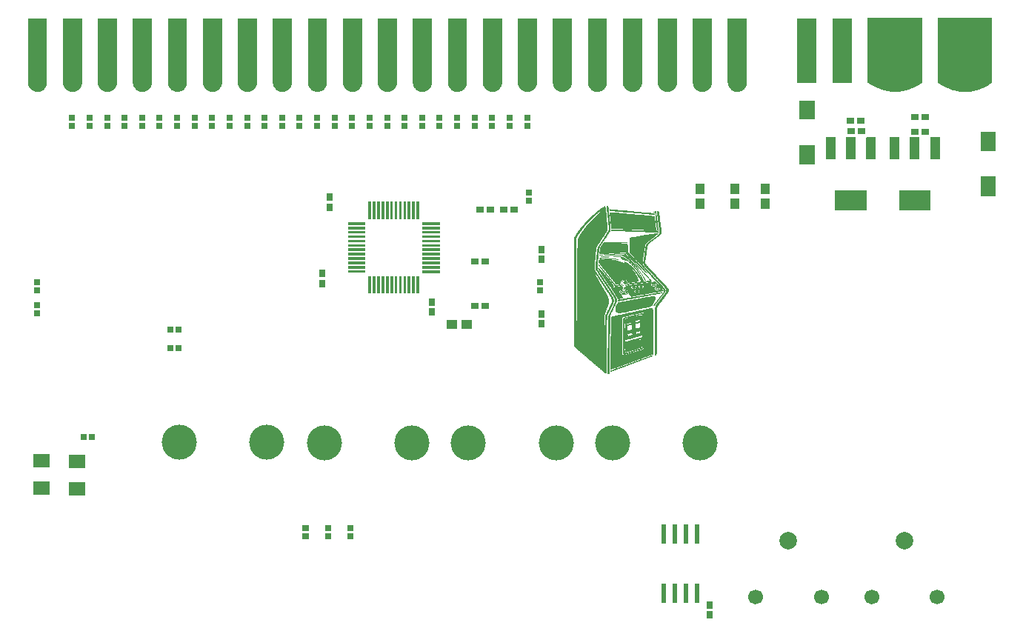
<source format=gtp>
G04 MADE WITH FRITZING*
G04 WWW.FRITZING.ORG*
G04 DOUBLE SIDED*
G04 HOLES PLATED*
G04 CONTOUR ON CENTER OF CONTOUR VECTOR*
%ASAXBY*%
%FSLAX23Y23*%
%MOIN*%
%OFA0B0*%
%SFA1.0B1.0*%
%ADD10C,0.157480*%
%ADD11C,0.066917*%
%ADD12C,0.066944*%
%ADD13C,0.078750*%
%ADD14R,0.028740X0.030719*%
%ADD15R,0.028740X0.030709*%
%ADD16R,0.047244X0.043307*%
%ADD17R,0.037205X0.029488*%
%ADD18R,0.074803X0.062992*%
%ADD19R,0.029488X0.037205*%
%ADD20R,0.043307X0.047244*%
%ADD21R,0.030719X0.028740*%
%ADD22R,0.030709X0.028740*%
%ADD23R,0.024000X0.086900*%
%ADD24R,0.001000X0.001000*%
%LNPASTEMASK1*%
G90*
G70*
G54D10*
X2331Y1552D03*
X2725Y1552D03*
X2985Y1549D03*
X3378Y1549D03*
X3633Y1548D03*
X4027Y1548D03*
X4280Y1548D03*
X4674Y1548D03*
G54D11*
X5220Y854D03*
G54D12*
X4924Y854D03*
G54D13*
X5072Y1110D03*
G54D11*
X5743Y854D03*
G54D12*
X5448Y854D03*
G54D13*
X5595Y1110D03*
G54D14*
X1901Y1575D03*
G54D15*
X1937Y1575D03*
G54D16*
X3558Y2082D03*
X3625Y2082D03*
G54D17*
X3838Y2598D03*
X3793Y2598D03*
G54D18*
X1873Y1342D03*
X1873Y1464D03*
X1712Y1346D03*
X1712Y1468D03*
G54D19*
X3960Y2374D03*
X3960Y2419D03*
G54D20*
X4676Y2693D03*
X4676Y2626D03*
X4830Y2693D03*
X4830Y2626D03*
X4968Y2693D03*
X4968Y2626D03*
G54D17*
X3731Y2598D03*
X3686Y2598D03*
G54D19*
X3007Y2655D03*
X3007Y2610D03*
X2975Y2266D03*
X2975Y2311D03*
X3468Y2138D03*
X3468Y2183D03*
G54D21*
X2401Y3012D03*
G54D22*
X2401Y2975D03*
G54D21*
X2558Y3012D03*
G54D22*
X2558Y2975D03*
G54D21*
X2716Y3012D03*
G54D22*
X2716Y2975D03*
G54D21*
X2637Y3012D03*
G54D22*
X2637Y2975D03*
G54D21*
X2322Y3012D03*
G54D22*
X2322Y2975D03*
G54D21*
X2479Y3012D03*
G54D22*
X2479Y2975D03*
G54D21*
X2007Y3012D03*
G54D22*
X2007Y2975D03*
G54D21*
X1849Y3012D03*
G54D22*
X1849Y2975D03*
G54D21*
X2164Y3012D03*
G54D22*
X2164Y2975D03*
G54D21*
X1928Y3012D03*
G54D22*
X1928Y2975D03*
G54D21*
X2873Y3012D03*
G54D22*
X2873Y2975D03*
G54D21*
X2243Y3012D03*
G54D22*
X2243Y2975D03*
G54D21*
X2086Y3012D03*
G54D22*
X2086Y2975D03*
G54D21*
X3739Y3012D03*
G54D22*
X3739Y2975D03*
G54D21*
X3345Y3012D03*
G54D22*
X3346Y2975D03*
G54D21*
X3503Y3012D03*
G54D22*
X3503Y2975D03*
G54D21*
X3424Y3012D03*
G54D22*
X3424Y2975D03*
G54D21*
X3818Y3012D03*
G54D22*
X3818Y2975D03*
G54D21*
X3897Y3012D03*
G54D22*
X3897Y2975D03*
G54D21*
X3660Y3012D03*
G54D22*
X3660Y2975D03*
G54D21*
X2794Y3012D03*
G54D22*
X2794Y2975D03*
G54D21*
X3031Y3012D03*
G54D22*
X3031Y2975D03*
G54D21*
X2952Y3012D03*
G54D22*
X2952Y2975D03*
G54D21*
X3188Y3012D03*
G54D22*
X3188Y2975D03*
G54D21*
X3582Y3012D03*
G54D22*
X3582Y2975D03*
G54D21*
X3109Y3012D03*
G54D22*
X3109Y2975D03*
G54D21*
X3267Y3012D03*
G54D22*
X3267Y2975D03*
G54D17*
X5401Y2953D03*
X5356Y2953D03*
X5688Y2949D03*
X5643Y2949D03*
X5398Y3000D03*
X5353Y3000D03*
X5688Y3016D03*
X5643Y3016D03*
G54D21*
X3956Y2236D03*
G54D22*
X3956Y2273D03*
G54D17*
X3708Y2165D03*
X3663Y2165D03*
X3708Y2366D03*
X3663Y2366D03*
G54D19*
X3960Y2130D03*
X3960Y2085D03*
G54D21*
X3905Y2674D03*
G54D22*
X3905Y2638D03*
G54D23*
X4511Y873D03*
X4561Y873D03*
X4611Y873D03*
X4661Y873D03*
X4661Y1138D03*
X4611Y1138D03*
X4561Y1138D03*
X4511Y1138D03*
G54D19*
X4718Y820D03*
X4718Y775D03*
G54D21*
X3003Y1129D03*
G54D22*
X3003Y1165D03*
G54D21*
X3101Y1129D03*
G54D22*
X3101Y1165D03*
G54D14*
X2290Y2059D03*
G54D15*
X2327Y2059D03*
G54D14*
X2290Y1976D03*
G54D15*
X2327Y1976D03*
G54D21*
X1692Y2271D03*
G54D22*
X1692Y2235D03*
G54D21*
X1692Y2169D03*
G54D22*
X1692Y2132D03*
G36*
X5123Y2802D02*
X5123Y2888D01*
X5190Y2888D01*
X5190Y2802D01*
X5123Y2802D01*
G37*
D02*
G36*
X5123Y3004D02*
X5123Y3090D01*
X5190Y3090D01*
X5190Y3004D01*
X5123Y3004D01*
G37*
D02*
G36*
X5938Y2660D02*
X5938Y2747D01*
X6005Y2747D01*
X6005Y2660D01*
X5938Y2660D01*
G37*
D02*
G36*
X5938Y2862D02*
X5938Y2949D01*
X6005Y2949D01*
X6005Y2862D01*
X5938Y2862D01*
G37*
D02*
G36*
X2885Y1143D02*
X2916Y1143D01*
X2916Y1114D01*
X2885Y1114D01*
X2885Y1143D01*
G37*
D02*
G36*
X2885Y1180D02*
X2916Y1180D01*
X2916Y1151D01*
X2885Y1151D01*
X2885Y1180D01*
G37*
D02*
G36*
X1650Y3169D02*
X1650Y3460D01*
X1736Y3460D01*
X1736Y3169D01*
G37*
D02*
G36*
X1807Y3169D02*
X1807Y3460D01*
X1894Y3460D01*
X1894Y3169D01*
G37*
D02*
G36*
X1965Y3169D02*
X1965Y3460D01*
X2051Y3460D01*
X2051Y3169D01*
G37*
D02*
G36*
X2122Y3169D02*
X2122Y3460D01*
X2209Y3460D01*
X2209Y3169D01*
G37*
D02*
G36*
X2280Y3169D02*
X2280Y3460D01*
X2366Y3460D01*
X2366Y3169D01*
G37*
D02*
G36*
X2437Y3169D02*
X2437Y3460D01*
X2524Y3460D01*
X2524Y3169D01*
G37*
D02*
G36*
X2595Y3169D02*
X2595Y3460D01*
X2681Y3460D01*
X2681Y3169D01*
G37*
D02*
G36*
X2752Y3169D02*
X2752Y3460D01*
X2839Y3460D01*
X2839Y3169D01*
G37*
D02*
G36*
X2910Y3169D02*
X2910Y3460D01*
X2996Y3460D01*
X2996Y3169D01*
G37*
D02*
G36*
X3067Y3169D02*
X3067Y3460D01*
X3154Y3460D01*
X3154Y3169D01*
G37*
D02*
G36*
X3225Y3169D02*
X3225Y3460D01*
X3311Y3460D01*
X3311Y3169D01*
G37*
D02*
G36*
X3382Y3169D02*
X3382Y3460D01*
X3469Y3460D01*
X3469Y3169D01*
G37*
D02*
G36*
X3540Y3169D02*
X3540Y3460D01*
X3626Y3460D01*
X3626Y3169D01*
G37*
D02*
G36*
X3697Y3169D02*
X3697Y3460D01*
X3784Y3460D01*
X3784Y3169D01*
G37*
D02*
G36*
X3855Y3169D02*
X3855Y3460D01*
X3941Y3460D01*
X3941Y3169D01*
G37*
D02*
G36*
X4012Y3169D02*
X4012Y3460D01*
X4099Y3460D01*
X4099Y3169D01*
G37*
D02*
G36*
X4170Y3169D02*
X4170Y3460D01*
X4256Y3460D01*
X4256Y3169D01*
G37*
D02*
G36*
X4327Y3169D02*
X4327Y3460D01*
X4414Y3460D01*
X4414Y3169D01*
G37*
D02*
G36*
X4484Y3169D02*
X4484Y3460D01*
X4571Y3460D01*
X4571Y3169D01*
G37*
D02*
G36*
X4642Y3169D02*
X4642Y3460D01*
X4729Y3460D01*
X4729Y3169D01*
G37*
D02*
G36*
X4799Y3169D02*
X4799Y3460D01*
X4886Y3460D01*
X4886Y3169D01*
G37*
D02*
G36*
X5113Y3460D02*
X5199Y3460D01*
X5199Y3169D01*
X5113Y3169D01*
G37*
D02*
G36*
X5272Y3169D02*
X5272Y3460D01*
X5358Y3460D01*
X5358Y3169D01*
G37*
D02*
G36*
X5429Y3169D02*
X5429Y3460D01*
X5673Y3460D01*
X5673Y3169D01*
G37*
D02*
G36*
X5744Y3169D02*
X5744Y3460D01*
X5988Y3460D01*
X5988Y3169D01*
G37*
D02*
G54D24*
X5430Y3460D02*
X5673Y3460D01*
X5745Y3460D02*
X5988Y3460D01*
X5430Y3459D02*
X5673Y3459D01*
X5745Y3459D02*
X5988Y3459D01*
X5430Y3458D02*
X5673Y3458D01*
X5745Y3458D02*
X5988Y3458D01*
X5430Y3457D02*
X5673Y3457D01*
X5745Y3457D02*
X5988Y3457D01*
X5430Y3456D02*
X5673Y3456D01*
X5745Y3456D02*
X5988Y3456D01*
X5430Y3455D02*
X5673Y3455D01*
X5745Y3455D02*
X5988Y3455D01*
X5430Y3454D02*
X5673Y3454D01*
X5745Y3454D02*
X5988Y3454D01*
X5430Y3453D02*
X5673Y3453D01*
X5745Y3453D02*
X5988Y3453D01*
X5430Y3452D02*
X5673Y3452D01*
X5745Y3452D02*
X5988Y3452D01*
X5430Y3451D02*
X5673Y3451D01*
X5745Y3451D02*
X5988Y3451D01*
X5430Y3450D02*
X5673Y3450D01*
X5745Y3450D02*
X5988Y3450D01*
X5430Y3449D02*
X5673Y3449D01*
X5745Y3449D02*
X5988Y3449D01*
X5430Y3448D02*
X5673Y3448D01*
X5745Y3448D02*
X5988Y3448D01*
X5430Y3447D02*
X5673Y3447D01*
X5745Y3447D02*
X5988Y3447D01*
X5430Y3446D02*
X5673Y3446D01*
X5745Y3446D02*
X5988Y3446D01*
X5430Y3445D02*
X5673Y3445D01*
X5745Y3445D02*
X5988Y3445D01*
X5430Y3444D02*
X5673Y3444D01*
X5745Y3444D02*
X5988Y3444D01*
X5430Y3443D02*
X5673Y3443D01*
X5745Y3443D02*
X5988Y3443D01*
X5430Y3442D02*
X5673Y3442D01*
X5745Y3442D02*
X5988Y3442D01*
X5430Y3441D02*
X5673Y3441D01*
X5745Y3441D02*
X5988Y3441D01*
X5430Y3440D02*
X5673Y3440D01*
X5745Y3440D02*
X5988Y3440D01*
X5430Y3439D02*
X5673Y3439D01*
X5745Y3439D02*
X5988Y3439D01*
X5430Y3438D02*
X5673Y3438D01*
X5745Y3438D02*
X5988Y3438D01*
X5430Y3437D02*
X5673Y3437D01*
X5745Y3437D02*
X5988Y3437D01*
X5430Y3436D02*
X5673Y3436D01*
X5745Y3436D02*
X5988Y3436D01*
X5430Y3435D02*
X5673Y3435D01*
X5745Y3435D02*
X5988Y3435D01*
X5430Y3434D02*
X5673Y3434D01*
X5745Y3434D02*
X5988Y3434D01*
X5430Y3433D02*
X5673Y3433D01*
X5745Y3433D02*
X5988Y3433D01*
X5430Y3432D02*
X5673Y3432D01*
X5745Y3432D02*
X5988Y3432D01*
X5430Y3431D02*
X5673Y3431D01*
X5745Y3431D02*
X5988Y3431D01*
X5430Y3430D02*
X5673Y3430D01*
X5745Y3430D02*
X5988Y3430D01*
X5430Y3429D02*
X5673Y3429D01*
X5745Y3429D02*
X5988Y3429D01*
X5430Y3428D02*
X5673Y3428D01*
X5745Y3428D02*
X5988Y3428D01*
X5430Y3427D02*
X5673Y3427D01*
X5745Y3427D02*
X5988Y3427D01*
X5430Y3426D02*
X5673Y3426D01*
X5745Y3426D02*
X5988Y3426D01*
X5430Y3425D02*
X5673Y3425D01*
X5745Y3425D02*
X5988Y3425D01*
X5430Y3424D02*
X5673Y3424D01*
X5745Y3424D02*
X5988Y3424D01*
X5430Y3423D02*
X5673Y3423D01*
X5745Y3423D02*
X5988Y3423D01*
X5430Y3422D02*
X5673Y3422D01*
X5745Y3422D02*
X5988Y3422D01*
X5430Y3421D02*
X5673Y3421D01*
X5745Y3421D02*
X5988Y3421D01*
X5430Y3420D02*
X5673Y3420D01*
X5745Y3420D02*
X5988Y3420D01*
X5430Y3419D02*
X5673Y3419D01*
X5745Y3419D02*
X5988Y3419D01*
X5430Y3418D02*
X5673Y3418D01*
X5745Y3418D02*
X5988Y3418D01*
X5430Y3417D02*
X5673Y3417D01*
X5745Y3417D02*
X5988Y3417D01*
X5430Y3416D02*
X5673Y3416D01*
X5745Y3416D02*
X5988Y3416D01*
X5430Y3415D02*
X5673Y3415D01*
X5745Y3415D02*
X5988Y3415D01*
X5430Y3414D02*
X5673Y3414D01*
X5745Y3414D02*
X5988Y3414D01*
X5430Y3413D02*
X5673Y3413D01*
X5745Y3413D02*
X5988Y3413D01*
X5430Y3412D02*
X5673Y3412D01*
X5745Y3412D02*
X5988Y3412D01*
X5430Y3411D02*
X5673Y3411D01*
X5745Y3411D02*
X5988Y3411D01*
X5430Y3410D02*
X5673Y3410D01*
X5745Y3410D02*
X5988Y3410D01*
X5430Y3409D02*
X5673Y3409D01*
X5745Y3409D02*
X5988Y3409D01*
X5430Y3408D02*
X5673Y3408D01*
X5745Y3408D02*
X5988Y3408D01*
X5430Y3407D02*
X5673Y3407D01*
X5745Y3407D02*
X5988Y3407D01*
X5430Y3406D02*
X5673Y3406D01*
X5745Y3406D02*
X5988Y3406D01*
X5430Y3405D02*
X5673Y3405D01*
X5745Y3405D02*
X5988Y3405D01*
X5430Y3404D02*
X5673Y3404D01*
X5745Y3404D02*
X5988Y3404D01*
X5430Y3403D02*
X5673Y3403D01*
X5745Y3403D02*
X5988Y3403D01*
X5430Y3402D02*
X5673Y3402D01*
X5745Y3402D02*
X5988Y3402D01*
X5430Y3401D02*
X5673Y3401D01*
X5745Y3401D02*
X5988Y3401D01*
X5430Y3400D02*
X5673Y3400D01*
X5745Y3400D02*
X5988Y3400D01*
X5430Y3399D02*
X5673Y3399D01*
X5745Y3399D02*
X5988Y3399D01*
X5430Y3398D02*
X5673Y3398D01*
X5745Y3398D02*
X5988Y3398D01*
X5430Y3397D02*
X5673Y3397D01*
X5745Y3397D02*
X5988Y3397D01*
X5430Y3396D02*
X5673Y3396D01*
X5745Y3396D02*
X5988Y3396D01*
X5430Y3395D02*
X5673Y3395D01*
X5745Y3395D02*
X5988Y3395D01*
X5430Y3394D02*
X5673Y3394D01*
X5745Y3394D02*
X5988Y3394D01*
X5430Y3393D02*
X5673Y3393D01*
X5745Y3393D02*
X5988Y3393D01*
X5430Y3392D02*
X5673Y3392D01*
X5745Y3392D02*
X5988Y3392D01*
X5430Y3391D02*
X5673Y3391D01*
X5745Y3391D02*
X5988Y3391D01*
X5430Y3390D02*
X5673Y3390D01*
X5745Y3390D02*
X5988Y3390D01*
X5430Y3389D02*
X5673Y3389D01*
X5745Y3389D02*
X5988Y3389D01*
X5430Y3388D02*
X5673Y3388D01*
X5745Y3388D02*
X5988Y3388D01*
X5430Y3387D02*
X5673Y3387D01*
X5745Y3387D02*
X5988Y3387D01*
X5430Y3386D02*
X5673Y3386D01*
X5745Y3386D02*
X5988Y3386D01*
X5430Y3385D02*
X5673Y3385D01*
X5745Y3385D02*
X5988Y3385D01*
X5430Y3384D02*
X5673Y3384D01*
X5745Y3384D02*
X5988Y3384D01*
X5430Y3383D02*
X5673Y3383D01*
X5745Y3383D02*
X5988Y3383D01*
X5430Y3382D02*
X5673Y3382D01*
X5745Y3382D02*
X5988Y3382D01*
X5430Y3381D02*
X5673Y3381D01*
X5745Y3381D02*
X5988Y3381D01*
X5430Y3380D02*
X5673Y3380D01*
X5745Y3380D02*
X5988Y3380D01*
X5430Y3379D02*
X5673Y3379D01*
X5745Y3379D02*
X5988Y3379D01*
X5430Y3378D02*
X5673Y3378D01*
X5745Y3378D02*
X5988Y3378D01*
X5430Y3377D02*
X5673Y3377D01*
X5745Y3377D02*
X5988Y3377D01*
X5430Y3376D02*
X5673Y3376D01*
X5745Y3376D02*
X5988Y3376D01*
X5430Y3375D02*
X5673Y3375D01*
X5745Y3375D02*
X5988Y3375D01*
X5430Y3374D02*
X5673Y3374D01*
X5745Y3374D02*
X5988Y3374D01*
X5430Y3373D02*
X5673Y3373D01*
X5745Y3373D02*
X5988Y3373D01*
X5430Y3372D02*
X5673Y3372D01*
X5745Y3372D02*
X5988Y3372D01*
X5430Y3371D02*
X5673Y3371D01*
X5745Y3371D02*
X5988Y3371D01*
X5430Y3370D02*
X5673Y3370D01*
X5745Y3370D02*
X5988Y3370D01*
X5430Y3369D02*
X5673Y3369D01*
X5745Y3369D02*
X5988Y3369D01*
X5430Y3368D02*
X5673Y3368D01*
X5745Y3368D02*
X5988Y3368D01*
X5430Y3367D02*
X5673Y3367D01*
X5745Y3367D02*
X5988Y3367D01*
X5430Y3366D02*
X5673Y3366D01*
X5745Y3366D02*
X5988Y3366D01*
X5430Y3365D02*
X5673Y3365D01*
X5745Y3365D02*
X5988Y3365D01*
X5430Y3364D02*
X5673Y3364D01*
X5745Y3364D02*
X5988Y3364D01*
X5430Y3363D02*
X5673Y3363D01*
X5745Y3363D02*
X5988Y3363D01*
X5430Y3362D02*
X5673Y3362D01*
X5745Y3362D02*
X5988Y3362D01*
X5430Y3361D02*
X5673Y3361D01*
X5745Y3361D02*
X5988Y3361D01*
X5430Y3360D02*
X5673Y3360D01*
X5745Y3360D02*
X5988Y3360D01*
X5430Y3359D02*
X5673Y3359D01*
X5745Y3359D02*
X5988Y3359D01*
X5430Y3358D02*
X5673Y3358D01*
X5745Y3358D02*
X5988Y3358D01*
X5430Y3357D02*
X5673Y3357D01*
X5745Y3357D02*
X5988Y3357D01*
X5430Y3356D02*
X5673Y3356D01*
X5745Y3356D02*
X5988Y3356D01*
X5430Y3355D02*
X5673Y3355D01*
X5745Y3355D02*
X5988Y3355D01*
X5430Y3354D02*
X5673Y3354D01*
X5745Y3354D02*
X5988Y3354D01*
X5430Y3353D02*
X5673Y3353D01*
X5745Y3353D02*
X5988Y3353D01*
X5430Y3352D02*
X5673Y3352D01*
X5745Y3352D02*
X5988Y3352D01*
X5430Y3351D02*
X5673Y3351D01*
X5745Y3351D02*
X5988Y3351D01*
X5430Y3350D02*
X5673Y3350D01*
X5745Y3350D02*
X5988Y3350D01*
X5430Y3349D02*
X5673Y3349D01*
X5745Y3349D02*
X5988Y3349D01*
X5430Y3348D02*
X5673Y3348D01*
X5745Y3348D02*
X5988Y3348D01*
X5430Y3347D02*
X5673Y3347D01*
X5745Y3347D02*
X5988Y3347D01*
X5430Y3346D02*
X5673Y3346D01*
X5745Y3346D02*
X5988Y3346D01*
X5430Y3345D02*
X5673Y3345D01*
X5745Y3345D02*
X5988Y3345D01*
X5430Y3344D02*
X5673Y3344D01*
X5745Y3344D02*
X5988Y3344D01*
X5430Y3343D02*
X5673Y3343D01*
X5745Y3343D02*
X5988Y3343D01*
X5430Y3342D02*
X5673Y3342D01*
X5745Y3342D02*
X5988Y3342D01*
X5430Y3341D02*
X5673Y3341D01*
X5745Y3341D02*
X5988Y3341D01*
X5430Y3340D02*
X5673Y3340D01*
X5745Y3340D02*
X5988Y3340D01*
X5430Y3339D02*
X5673Y3339D01*
X5745Y3339D02*
X5988Y3339D01*
X5430Y3338D02*
X5673Y3338D01*
X5745Y3338D02*
X5988Y3338D01*
X5430Y3337D02*
X5673Y3337D01*
X5745Y3337D02*
X5988Y3337D01*
X5430Y3336D02*
X5673Y3336D01*
X5745Y3336D02*
X5988Y3336D01*
X5430Y3335D02*
X5673Y3335D01*
X5745Y3335D02*
X5988Y3335D01*
X5430Y3334D02*
X5673Y3334D01*
X5745Y3334D02*
X5988Y3334D01*
X5430Y3333D02*
X5673Y3333D01*
X5745Y3333D02*
X5988Y3333D01*
X5430Y3332D02*
X5673Y3332D01*
X5745Y3332D02*
X5988Y3332D01*
X5430Y3331D02*
X5673Y3331D01*
X5745Y3331D02*
X5988Y3331D01*
X5430Y3330D02*
X5673Y3330D01*
X5745Y3330D02*
X5988Y3330D01*
X5430Y3329D02*
X5673Y3329D01*
X5745Y3329D02*
X5988Y3329D01*
X5430Y3328D02*
X5673Y3328D01*
X5745Y3328D02*
X5988Y3328D01*
X5430Y3327D02*
X5673Y3327D01*
X5745Y3327D02*
X5988Y3327D01*
X5430Y3326D02*
X5673Y3326D01*
X5745Y3326D02*
X5988Y3326D01*
X5430Y3325D02*
X5673Y3325D01*
X5745Y3325D02*
X5988Y3325D01*
X5430Y3324D02*
X5673Y3324D01*
X5745Y3324D02*
X5988Y3324D01*
X5430Y3323D02*
X5673Y3323D01*
X5745Y3323D02*
X5988Y3323D01*
X5430Y3322D02*
X5673Y3322D01*
X5745Y3322D02*
X5988Y3322D01*
X5430Y3321D02*
X5673Y3321D01*
X5745Y3321D02*
X5988Y3321D01*
X5430Y3320D02*
X5673Y3320D01*
X5745Y3320D02*
X5988Y3320D01*
X5430Y3319D02*
X5673Y3319D01*
X5745Y3319D02*
X5988Y3319D01*
X5430Y3318D02*
X5673Y3318D01*
X5745Y3318D02*
X5988Y3318D01*
X5430Y3317D02*
X5673Y3317D01*
X5745Y3317D02*
X5988Y3317D01*
X5430Y3316D02*
X5673Y3316D01*
X5745Y3316D02*
X5988Y3316D01*
X5430Y3315D02*
X5673Y3315D01*
X5745Y3315D02*
X5988Y3315D01*
X5430Y3314D02*
X5673Y3314D01*
X5745Y3314D02*
X5988Y3314D01*
X5430Y3313D02*
X5673Y3313D01*
X5745Y3313D02*
X5988Y3313D01*
X5430Y3312D02*
X5673Y3312D01*
X5745Y3312D02*
X5988Y3312D01*
X5430Y3311D02*
X5673Y3311D01*
X5745Y3311D02*
X5988Y3311D01*
X5430Y3310D02*
X5673Y3310D01*
X5745Y3310D02*
X5988Y3310D01*
X5430Y3309D02*
X5673Y3309D01*
X5745Y3309D02*
X5988Y3309D01*
X5430Y3308D02*
X5673Y3308D01*
X5745Y3308D02*
X5988Y3308D01*
X5430Y3307D02*
X5673Y3307D01*
X5745Y3307D02*
X5988Y3307D01*
X5430Y3306D02*
X5673Y3306D01*
X5745Y3306D02*
X5988Y3306D01*
X5430Y3305D02*
X5673Y3305D01*
X5745Y3305D02*
X5988Y3305D01*
X5430Y3304D02*
X5673Y3304D01*
X5745Y3304D02*
X5988Y3304D01*
X5430Y3303D02*
X5673Y3303D01*
X5745Y3303D02*
X5988Y3303D01*
X5430Y3302D02*
X5673Y3302D01*
X5745Y3302D02*
X5988Y3302D01*
X5430Y3301D02*
X5673Y3301D01*
X5745Y3301D02*
X5988Y3301D01*
X5430Y3300D02*
X5673Y3300D01*
X5745Y3300D02*
X5988Y3300D01*
X5430Y3299D02*
X5673Y3299D01*
X5745Y3299D02*
X5988Y3299D01*
X5430Y3298D02*
X5673Y3298D01*
X5745Y3298D02*
X5988Y3298D01*
X5430Y3297D02*
X5673Y3297D01*
X5745Y3297D02*
X5988Y3297D01*
X5430Y3296D02*
X5673Y3296D01*
X5745Y3296D02*
X5988Y3296D01*
X5430Y3295D02*
X5673Y3295D01*
X5745Y3295D02*
X5988Y3295D01*
X5430Y3294D02*
X5673Y3294D01*
X5745Y3294D02*
X5988Y3294D01*
X5430Y3293D02*
X5673Y3293D01*
X5745Y3293D02*
X5988Y3293D01*
X5430Y3292D02*
X5673Y3292D01*
X5745Y3292D02*
X5988Y3292D01*
X5430Y3291D02*
X5673Y3291D01*
X5745Y3291D02*
X5988Y3291D01*
X5430Y3290D02*
X5673Y3290D01*
X5745Y3290D02*
X5988Y3290D01*
X5430Y3289D02*
X5673Y3289D01*
X5745Y3289D02*
X5988Y3289D01*
X5430Y3288D02*
X5673Y3288D01*
X5745Y3288D02*
X5988Y3288D01*
X5430Y3287D02*
X5673Y3287D01*
X5745Y3287D02*
X5988Y3287D01*
X5430Y3286D02*
X5673Y3286D01*
X5745Y3286D02*
X5988Y3286D01*
X5430Y3285D02*
X5673Y3285D01*
X5745Y3285D02*
X5988Y3285D01*
X5430Y3284D02*
X5673Y3284D01*
X5745Y3284D02*
X5988Y3284D01*
X5430Y3283D02*
X5673Y3283D01*
X5745Y3283D02*
X5988Y3283D01*
X5430Y3282D02*
X5673Y3282D01*
X5745Y3282D02*
X5988Y3282D01*
X5430Y3281D02*
X5673Y3281D01*
X5745Y3281D02*
X5988Y3281D01*
X5430Y3280D02*
X5673Y3280D01*
X5745Y3280D02*
X5988Y3280D01*
X5430Y3279D02*
X5673Y3279D01*
X5745Y3279D02*
X5988Y3279D01*
X5430Y3278D02*
X5673Y3278D01*
X5745Y3278D02*
X5988Y3278D01*
X5430Y3277D02*
X5673Y3277D01*
X5745Y3277D02*
X5988Y3277D01*
X5430Y3276D02*
X5673Y3276D01*
X5745Y3276D02*
X5988Y3276D01*
X5430Y3275D02*
X5673Y3275D01*
X5745Y3275D02*
X5988Y3275D01*
X5430Y3274D02*
X5673Y3274D01*
X5745Y3274D02*
X5988Y3274D01*
X5430Y3273D02*
X5673Y3273D01*
X5745Y3273D02*
X5988Y3273D01*
X5430Y3272D02*
X5673Y3272D01*
X5745Y3272D02*
X5988Y3272D01*
X5430Y3271D02*
X5673Y3271D01*
X5745Y3271D02*
X5988Y3271D01*
X5430Y3270D02*
X5673Y3270D01*
X5745Y3270D02*
X5988Y3270D01*
X5430Y3269D02*
X5673Y3269D01*
X5745Y3269D02*
X5988Y3269D01*
X5430Y3268D02*
X5673Y3268D01*
X5745Y3268D02*
X5988Y3268D01*
X5430Y3267D02*
X5673Y3267D01*
X5745Y3267D02*
X5988Y3267D01*
X5430Y3266D02*
X5673Y3266D01*
X5745Y3266D02*
X5988Y3266D01*
X5430Y3265D02*
X5673Y3265D01*
X5745Y3265D02*
X5988Y3265D01*
X5430Y3264D02*
X5673Y3264D01*
X5745Y3264D02*
X5988Y3264D01*
X5430Y3263D02*
X5673Y3263D01*
X5745Y3263D02*
X5988Y3263D01*
X5430Y3262D02*
X5673Y3262D01*
X5745Y3262D02*
X5988Y3262D01*
X5430Y3261D02*
X5673Y3261D01*
X5745Y3261D02*
X5988Y3261D01*
X5430Y3260D02*
X5673Y3260D01*
X5745Y3260D02*
X5988Y3260D01*
X5430Y3259D02*
X5673Y3259D01*
X5745Y3259D02*
X5988Y3259D01*
X5430Y3258D02*
X5673Y3258D01*
X5745Y3258D02*
X5988Y3258D01*
X5430Y3257D02*
X5673Y3257D01*
X5745Y3257D02*
X5988Y3257D01*
X5430Y3256D02*
X5673Y3256D01*
X5745Y3256D02*
X5988Y3256D01*
X5430Y3255D02*
X5673Y3255D01*
X5745Y3255D02*
X5988Y3255D01*
X5430Y3254D02*
X5673Y3254D01*
X5745Y3254D02*
X5988Y3254D01*
X5430Y3253D02*
X5673Y3253D01*
X5745Y3253D02*
X5988Y3253D01*
X5430Y3252D02*
X5673Y3252D01*
X5745Y3252D02*
X5988Y3252D01*
X5430Y3251D02*
X5673Y3251D01*
X5745Y3251D02*
X5988Y3251D01*
X5430Y3250D02*
X5673Y3250D01*
X5745Y3250D02*
X5988Y3250D01*
X5430Y3249D02*
X5673Y3249D01*
X5745Y3249D02*
X5988Y3249D01*
X5430Y3248D02*
X5673Y3248D01*
X5745Y3248D02*
X5988Y3248D01*
X5430Y3247D02*
X5673Y3247D01*
X5745Y3247D02*
X5988Y3247D01*
X5430Y3246D02*
X5673Y3246D01*
X5745Y3246D02*
X5988Y3246D01*
X5430Y3245D02*
X5673Y3245D01*
X5745Y3245D02*
X5988Y3245D01*
X5430Y3244D02*
X5673Y3244D01*
X5745Y3244D02*
X5988Y3244D01*
X5430Y3243D02*
X5673Y3243D01*
X5745Y3243D02*
X5988Y3243D01*
X5430Y3242D02*
X5673Y3242D01*
X5745Y3242D02*
X5988Y3242D01*
X5430Y3241D02*
X5673Y3241D01*
X5745Y3241D02*
X5988Y3241D01*
X5430Y3240D02*
X5673Y3240D01*
X5745Y3240D02*
X5988Y3240D01*
X5430Y3239D02*
X5673Y3239D01*
X5745Y3239D02*
X5988Y3239D01*
X5430Y3238D02*
X5673Y3238D01*
X5745Y3238D02*
X5988Y3238D01*
X5430Y3237D02*
X5673Y3237D01*
X5745Y3237D02*
X5988Y3237D01*
X5430Y3236D02*
X5673Y3236D01*
X5745Y3236D02*
X5988Y3236D01*
X5430Y3235D02*
X5673Y3235D01*
X5745Y3235D02*
X5988Y3235D01*
X5430Y3234D02*
X5673Y3234D01*
X5745Y3234D02*
X5988Y3234D01*
X5430Y3233D02*
X5673Y3233D01*
X5745Y3233D02*
X5988Y3233D01*
X5430Y3232D02*
X5673Y3232D01*
X5745Y3232D02*
X5988Y3232D01*
X5430Y3231D02*
X5673Y3231D01*
X5745Y3231D02*
X5988Y3231D01*
X5430Y3230D02*
X5673Y3230D01*
X5745Y3230D02*
X5988Y3230D01*
X5430Y3229D02*
X5673Y3229D01*
X5745Y3229D02*
X5988Y3229D01*
X5430Y3228D02*
X5673Y3228D01*
X5745Y3228D02*
X5988Y3228D01*
X5430Y3227D02*
X5673Y3227D01*
X5745Y3227D02*
X5988Y3227D01*
X5430Y3226D02*
X5673Y3226D01*
X5745Y3226D02*
X5988Y3226D01*
X5430Y3225D02*
X5673Y3225D01*
X5745Y3225D02*
X5988Y3225D01*
X5430Y3224D02*
X5673Y3224D01*
X5745Y3224D02*
X5988Y3224D01*
X5430Y3223D02*
X5673Y3223D01*
X5745Y3223D02*
X5988Y3223D01*
X5430Y3222D02*
X5673Y3222D01*
X5745Y3222D02*
X5988Y3222D01*
X5430Y3221D02*
X5673Y3221D01*
X5745Y3221D02*
X5988Y3221D01*
X5430Y3220D02*
X5673Y3220D01*
X5745Y3220D02*
X5988Y3220D01*
X5430Y3219D02*
X5673Y3219D01*
X5745Y3219D02*
X5988Y3219D01*
X5430Y3218D02*
X5673Y3218D01*
X5745Y3218D02*
X5988Y3218D01*
X5430Y3217D02*
X5673Y3217D01*
X5745Y3217D02*
X5988Y3217D01*
X5430Y3216D02*
X5673Y3216D01*
X5745Y3216D02*
X5988Y3216D01*
X5430Y3215D02*
X5673Y3215D01*
X5745Y3215D02*
X5988Y3215D01*
X5430Y3214D02*
X5673Y3214D01*
X5745Y3214D02*
X5988Y3214D01*
X5430Y3213D02*
X5673Y3213D01*
X5745Y3213D02*
X5988Y3213D01*
X5430Y3212D02*
X5673Y3212D01*
X5745Y3212D02*
X5988Y3212D01*
X5430Y3211D02*
X5673Y3211D01*
X5745Y3211D02*
X5988Y3211D01*
X5430Y3210D02*
X5673Y3210D01*
X5745Y3210D02*
X5988Y3210D01*
X5430Y3209D02*
X5673Y3209D01*
X5745Y3209D02*
X5988Y3209D01*
X5430Y3208D02*
X5673Y3208D01*
X5745Y3208D02*
X5988Y3208D01*
X5430Y3207D02*
X5673Y3207D01*
X5745Y3207D02*
X5988Y3207D01*
X5430Y3206D02*
X5673Y3206D01*
X5745Y3206D02*
X5988Y3206D01*
X5430Y3205D02*
X5673Y3205D01*
X5745Y3205D02*
X5988Y3205D01*
X5430Y3204D02*
X5673Y3204D01*
X5745Y3204D02*
X5988Y3204D01*
X5430Y3203D02*
X5673Y3203D01*
X5745Y3203D02*
X5988Y3203D01*
X5430Y3202D02*
X5673Y3202D01*
X5745Y3202D02*
X5988Y3202D01*
X5430Y3201D02*
X5673Y3201D01*
X5745Y3201D02*
X5988Y3201D01*
X5430Y3200D02*
X5673Y3200D01*
X5745Y3200D02*
X5988Y3200D01*
X5430Y3199D02*
X5673Y3199D01*
X5745Y3199D02*
X5988Y3199D01*
X5430Y3198D02*
X5673Y3198D01*
X5745Y3198D02*
X5988Y3198D01*
X5430Y3197D02*
X5673Y3197D01*
X5745Y3197D02*
X5988Y3197D01*
X5430Y3196D02*
X5673Y3196D01*
X5745Y3196D02*
X5988Y3196D01*
X5430Y3195D02*
X5673Y3195D01*
X5745Y3195D02*
X5988Y3195D01*
X5430Y3194D02*
X5673Y3194D01*
X5745Y3194D02*
X5988Y3194D01*
X5430Y3193D02*
X5673Y3193D01*
X5745Y3193D02*
X5988Y3193D01*
X5430Y3192D02*
X5673Y3192D01*
X5745Y3192D02*
X5988Y3192D01*
X5430Y3191D02*
X5673Y3191D01*
X5745Y3191D02*
X5988Y3191D01*
X5430Y3190D02*
X5673Y3190D01*
X5745Y3190D02*
X5988Y3190D01*
X5430Y3189D02*
X5673Y3189D01*
X5745Y3189D02*
X5988Y3189D01*
X5430Y3188D02*
X5673Y3188D01*
X5745Y3188D02*
X5988Y3188D01*
X5430Y3187D02*
X5673Y3187D01*
X5745Y3187D02*
X5988Y3187D01*
X5430Y3186D02*
X5673Y3186D01*
X5745Y3186D02*
X5988Y3186D01*
X5430Y3185D02*
X5673Y3185D01*
X5745Y3185D02*
X5988Y3185D01*
X5430Y3184D02*
X5673Y3184D01*
X5745Y3184D02*
X5988Y3184D01*
X5430Y3183D02*
X5673Y3183D01*
X5745Y3183D02*
X5988Y3183D01*
X5430Y3182D02*
X5673Y3182D01*
X5745Y3182D02*
X5988Y3182D01*
X5430Y3181D02*
X5673Y3181D01*
X5745Y3181D02*
X5988Y3181D01*
X5430Y3180D02*
X5673Y3180D01*
X5745Y3180D02*
X5988Y3180D01*
X5430Y3179D02*
X5673Y3179D01*
X5745Y3179D02*
X5988Y3179D01*
X5430Y3178D02*
X5673Y3178D01*
X5745Y3178D02*
X5988Y3178D01*
X5430Y3177D02*
X5673Y3177D01*
X5745Y3177D02*
X5988Y3177D01*
X5430Y3176D02*
X5673Y3176D01*
X5745Y3176D02*
X5988Y3176D01*
X5430Y3175D02*
X5673Y3175D01*
X5745Y3175D02*
X5988Y3175D01*
X5430Y3174D02*
X5673Y3174D01*
X5745Y3174D02*
X5988Y3174D01*
X5430Y3173D02*
X5673Y3173D01*
X5745Y3173D02*
X5988Y3173D01*
X5430Y3172D02*
X5673Y3172D01*
X5745Y3172D02*
X5988Y3172D01*
X1651Y3171D02*
X1736Y3171D01*
X1809Y3171D02*
X1894Y3171D01*
X1966Y3171D02*
X2051Y3171D01*
X2124Y3171D02*
X2209Y3171D01*
X2281Y3171D02*
X2366Y3171D01*
X2439Y3171D02*
X2524Y3171D01*
X2596Y3171D02*
X2681Y3171D01*
X2753Y3171D02*
X2839Y3171D01*
X2911Y3171D02*
X2996Y3171D01*
X3068Y3171D02*
X3153Y3171D01*
X3226Y3171D02*
X3311Y3171D01*
X3383Y3171D02*
X3468Y3171D01*
X3541Y3171D02*
X3626Y3171D01*
X3698Y3171D02*
X3783Y3171D01*
X3856Y3171D02*
X3941Y3171D01*
X4013Y3171D02*
X4098Y3171D01*
X4171Y3171D02*
X4256Y3171D01*
X4328Y3171D02*
X4413Y3171D01*
X4486Y3171D02*
X4571Y3171D01*
X4643Y3171D02*
X4728Y3171D01*
X4801Y3171D02*
X4886Y3171D01*
X5430Y3171D02*
X5673Y3171D01*
X5745Y3171D02*
X5988Y3171D01*
X1651Y3170D02*
X1736Y3170D01*
X1808Y3170D02*
X1894Y3170D01*
X1966Y3170D02*
X2051Y3170D01*
X2123Y3170D02*
X2209Y3170D01*
X2281Y3170D02*
X2366Y3170D01*
X2438Y3170D02*
X2524Y3170D01*
X2596Y3170D02*
X2681Y3170D01*
X2753Y3170D02*
X2839Y3170D01*
X2911Y3170D02*
X2996Y3170D01*
X3068Y3170D02*
X3154Y3170D01*
X3226Y3170D02*
X3311Y3170D01*
X3383Y3170D02*
X3469Y3170D01*
X3541Y3170D02*
X3626Y3170D01*
X3698Y3170D02*
X3784Y3170D01*
X3856Y3170D02*
X3941Y3170D01*
X4013Y3170D02*
X4099Y3170D01*
X4171Y3170D02*
X4256Y3170D01*
X4328Y3170D02*
X4414Y3170D01*
X4486Y3170D02*
X4571Y3170D01*
X4643Y3170D02*
X4728Y3170D01*
X4800Y3170D02*
X4886Y3170D01*
X5430Y3170D02*
X5673Y3170D01*
X5745Y3170D02*
X5988Y3170D01*
X1651Y3169D02*
X1736Y3169D01*
X1808Y3169D02*
X1894Y3169D01*
X1966Y3169D02*
X2051Y3169D01*
X2123Y3169D02*
X2209Y3169D01*
X2281Y3169D02*
X2366Y3169D01*
X2438Y3169D02*
X2524Y3169D01*
X2596Y3169D02*
X2681Y3169D01*
X2753Y3169D02*
X2839Y3169D01*
X2911Y3169D02*
X2996Y3169D01*
X3068Y3169D02*
X3154Y3169D01*
X3226Y3169D02*
X3311Y3169D01*
X3383Y3169D02*
X3469Y3169D01*
X3541Y3169D02*
X3626Y3169D01*
X3698Y3169D02*
X3784Y3169D01*
X3856Y3169D02*
X3941Y3169D01*
X4013Y3169D02*
X4099Y3169D01*
X4171Y3169D02*
X4256Y3169D01*
X4328Y3169D02*
X4413Y3169D01*
X4486Y3169D02*
X4571Y3169D01*
X4643Y3169D02*
X4728Y3169D01*
X4801Y3169D02*
X4886Y3169D01*
X5431Y3169D02*
X5673Y3169D01*
X5745Y3169D02*
X5988Y3169D01*
X1651Y3168D02*
X1736Y3168D01*
X1808Y3168D02*
X1894Y3168D01*
X1966Y3168D02*
X2051Y3168D01*
X2123Y3168D02*
X2209Y3168D01*
X2281Y3168D02*
X2366Y3168D01*
X2438Y3168D02*
X2524Y3168D01*
X2596Y3168D02*
X2681Y3168D01*
X2753Y3168D02*
X2839Y3168D01*
X2911Y3168D02*
X2996Y3168D01*
X3068Y3168D02*
X3154Y3168D01*
X3226Y3168D02*
X3311Y3168D01*
X3383Y3168D02*
X3469Y3168D01*
X3541Y3168D02*
X3626Y3168D01*
X3698Y3168D02*
X3784Y3168D01*
X3856Y3168D02*
X3941Y3168D01*
X4013Y3168D02*
X4098Y3168D01*
X4171Y3168D02*
X4256Y3168D01*
X4328Y3168D02*
X4413Y3168D01*
X4486Y3168D02*
X4571Y3168D01*
X4643Y3168D02*
X4728Y3168D01*
X4801Y3168D02*
X4886Y3168D01*
X5432Y3168D02*
X5672Y3168D01*
X5747Y3168D02*
X5987Y3168D01*
X1651Y3167D02*
X1736Y3167D01*
X1809Y3167D02*
X1894Y3167D01*
X1966Y3167D02*
X2051Y3167D01*
X2123Y3167D02*
X2209Y3167D01*
X2281Y3167D02*
X2366Y3167D01*
X2438Y3167D02*
X2524Y3167D01*
X2596Y3167D02*
X2681Y3167D01*
X2753Y3167D02*
X2839Y3167D01*
X2911Y3167D02*
X2996Y3167D01*
X3068Y3167D02*
X3154Y3167D01*
X3226Y3167D02*
X3311Y3167D01*
X3383Y3167D02*
X3469Y3167D01*
X3541Y3167D02*
X3626Y3167D01*
X3698Y3167D02*
X3783Y3167D01*
X3856Y3167D02*
X3941Y3167D01*
X4013Y3167D02*
X4098Y3167D01*
X4171Y3167D02*
X4256Y3167D01*
X4328Y3167D02*
X4413Y3167D01*
X4486Y3167D02*
X4571Y3167D01*
X4643Y3167D02*
X4728Y3167D01*
X4801Y3167D02*
X4886Y3167D01*
X5434Y3167D02*
X5670Y3167D01*
X5748Y3167D02*
X5985Y3167D01*
X1651Y3166D02*
X1736Y3166D01*
X1809Y3166D02*
X1894Y3166D01*
X1966Y3166D02*
X2051Y3166D01*
X2124Y3166D02*
X2209Y3166D01*
X2281Y3166D02*
X2366Y3166D01*
X2439Y3166D02*
X2524Y3166D01*
X2596Y3166D02*
X2681Y3166D01*
X2754Y3166D02*
X2838Y3166D01*
X2911Y3166D02*
X2996Y3166D01*
X3068Y3166D02*
X3153Y3166D01*
X3226Y3166D02*
X3311Y3166D01*
X3383Y3166D02*
X3468Y3166D01*
X3541Y3166D02*
X3626Y3166D01*
X3698Y3166D02*
X3783Y3166D01*
X3856Y3166D02*
X3941Y3166D01*
X4013Y3166D02*
X4098Y3166D01*
X4171Y3166D02*
X4256Y3166D01*
X4328Y3166D02*
X4413Y3166D01*
X4486Y3166D02*
X4571Y3166D01*
X4643Y3166D02*
X4728Y3166D01*
X4801Y3166D02*
X4886Y3166D01*
X5435Y3166D02*
X5669Y3166D01*
X5750Y3166D02*
X5984Y3166D01*
X1651Y3165D02*
X1736Y3165D01*
X1809Y3165D02*
X1893Y3165D01*
X1966Y3165D02*
X2051Y3165D01*
X2124Y3165D02*
X2208Y3165D01*
X2281Y3165D02*
X2366Y3165D01*
X2439Y3165D02*
X2523Y3165D01*
X2596Y3165D02*
X2681Y3165D01*
X2754Y3165D02*
X2838Y3165D01*
X2911Y3165D02*
X2996Y3165D01*
X3069Y3165D02*
X3153Y3165D01*
X3226Y3165D02*
X3311Y3165D01*
X3384Y3165D02*
X3468Y3165D01*
X3541Y3165D02*
X3626Y3165D01*
X3699Y3165D02*
X3783Y3165D01*
X3856Y3165D02*
X3941Y3165D01*
X4014Y3165D02*
X4098Y3165D01*
X4171Y3165D02*
X4256Y3165D01*
X4328Y3165D02*
X4413Y3165D01*
X4486Y3165D02*
X4571Y3165D01*
X4643Y3165D02*
X4728Y3165D01*
X4801Y3165D02*
X4886Y3165D01*
X5437Y3165D02*
X5667Y3165D01*
X5752Y3165D02*
X5983Y3165D01*
X1651Y3164D02*
X1736Y3164D01*
X1809Y3164D02*
X1893Y3164D01*
X1966Y3164D02*
X2051Y3164D01*
X2124Y3164D02*
X2208Y3164D01*
X2281Y3164D02*
X2366Y3164D01*
X2439Y3164D02*
X2523Y3164D01*
X2596Y3164D02*
X2681Y3164D01*
X2754Y3164D02*
X2838Y3164D01*
X2911Y3164D02*
X2996Y3164D01*
X3069Y3164D02*
X3153Y3164D01*
X3226Y3164D02*
X3311Y3164D01*
X3384Y3164D02*
X3468Y3164D01*
X3541Y3164D02*
X3626Y3164D01*
X3699Y3164D02*
X3783Y3164D01*
X3856Y3164D02*
X3941Y3164D01*
X4014Y3164D02*
X4098Y3164D01*
X4171Y3164D02*
X4255Y3164D01*
X4329Y3164D02*
X4413Y3164D01*
X4486Y3164D02*
X4570Y3164D01*
X4644Y3164D02*
X4728Y3164D01*
X4801Y3164D02*
X4885Y3164D01*
X5439Y3164D02*
X5666Y3164D01*
X5753Y3164D02*
X5981Y3164D01*
X1652Y3163D02*
X1736Y3163D01*
X1809Y3163D02*
X1893Y3163D01*
X1967Y3163D02*
X2051Y3163D01*
X2124Y3163D02*
X2208Y3163D01*
X2282Y3163D02*
X2366Y3163D01*
X2439Y3163D02*
X2523Y3163D01*
X2596Y3163D02*
X2681Y3163D01*
X2754Y3163D02*
X2838Y3163D01*
X2911Y3163D02*
X2995Y3163D01*
X3069Y3163D02*
X3153Y3163D01*
X3226Y3163D02*
X3310Y3163D01*
X3384Y3163D02*
X3468Y3163D01*
X3541Y3163D02*
X3625Y3163D01*
X3699Y3163D02*
X3783Y3163D01*
X3856Y3163D02*
X3940Y3163D01*
X4014Y3163D02*
X4098Y3163D01*
X4171Y3163D02*
X4255Y3163D01*
X4329Y3163D02*
X4413Y3163D01*
X4486Y3163D02*
X4570Y3163D01*
X4644Y3163D02*
X4728Y3163D01*
X4801Y3163D02*
X4885Y3163D01*
X5440Y3163D02*
X5664Y3163D01*
X5755Y3163D02*
X5979Y3163D01*
X1652Y3162D02*
X1735Y3162D01*
X1809Y3162D02*
X1893Y3162D01*
X1967Y3162D02*
X2050Y3162D01*
X2124Y3162D02*
X2208Y3162D01*
X2282Y3162D02*
X2365Y3162D01*
X2439Y3162D02*
X2523Y3162D01*
X2597Y3162D02*
X2680Y3162D01*
X2754Y3162D02*
X2838Y3162D01*
X2912Y3162D02*
X2995Y3162D01*
X3069Y3162D02*
X3153Y3162D01*
X3227Y3162D02*
X3310Y3162D01*
X3384Y3162D02*
X3468Y3162D01*
X3542Y3162D02*
X3625Y3162D01*
X3699Y3162D02*
X3783Y3162D01*
X3857Y3162D02*
X3940Y3162D01*
X4014Y3162D02*
X4098Y3162D01*
X4171Y3162D02*
X4255Y3162D01*
X4329Y3162D02*
X4413Y3162D01*
X4486Y3162D02*
X4570Y3162D01*
X4644Y3162D02*
X4728Y3162D01*
X4801Y3162D02*
X4885Y3162D01*
X5442Y3162D02*
X5663Y3162D01*
X5757Y3162D02*
X5978Y3162D01*
X1652Y3161D02*
X1735Y3161D01*
X1810Y3161D02*
X1893Y3161D01*
X1967Y3161D02*
X2050Y3161D01*
X2125Y3161D02*
X2208Y3161D01*
X2282Y3161D02*
X2365Y3161D01*
X2439Y3161D02*
X2523Y3161D01*
X2597Y3161D02*
X2680Y3161D01*
X2754Y3161D02*
X2838Y3161D01*
X2912Y3161D02*
X2995Y3161D01*
X3069Y3161D02*
X3153Y3161D01*
X3227Y3161D02*
X3310Y3161D01*
X3384Y3161D02*
X3467Y3161D01*
X3542Y3161D02*
X3625Y3161D01*
X3699Y3161D02*
X3782Y3161D01*
X3857Y3161D02*
X3940Y3161D01*
X4014Y3161D02*
X4097Y3161D01*
X4172Y3161D02*
X4255Y3161D01*
X4329Y3161D02*
X4412Y3161D01*
X4487Y3161D02*
X4570Y3161D01*
X4644Y3161D02*
X4727Y3161D01*
X4802Y3161D02*
X4885Y3161D01*
X5444Y3161D02*
X5661Y3161D01*
X5758Y3161D02*
X5976Y3161D01*
X1652Y3160D02*
X1735Y3160D01*
X1810Y3160D02*
X1892Y3160D01*
X1967Y3160D02*
X2050Y3160D01*
X2125Y3160D02*
X2207Y3160D01*
X2282Y3160D02*
X2365Y3160D01*
X2440Y3160D02*
X2522Y3160D01*
X2597Y3160D02*
X2680Y3160D01*
X2755Y3160D02*
X2837Y3160D01*
X2912Y3160D02*
X2995Y3160D01*
X3070Y3160D02*
X3152Y3160D01*
X3227Y3160D02*
X3310Y3160D01*
X3385Y3160D02*
X3467Y3160D01*
X3542Y3160D02*
X3625Y3160D01*
X3700Y3160D02*
X3782Y3160D01*
X3857Y3160D02*
X3940Y3160D01*
X4015Y3160D02*
X4097Y3160D01*
X4172Y3160D02*
X4255Y3160D01*
X4329Y3160D02*
X4412Y3160D01*
X4487Y3160D02*
X4570Y3160D01*
X4644Y3160D02*
X4727Y3160D01*
X4802Y3160D02*
X4885Y3160D01*
X5445Y3160D02*
X5660Y3160D01*
X5760Y3160D02*
X5975Y3160D01*
X1653Y3159D02*
X1735Y3159D01*
X1810Y3159D02*
X1892Y3159D01*
X1968Y3159D02*
X2050Y3159D01*
X2125Y3159D02*
X2207Y3159D01*
X2282Y3159D02*
X2365Y3159D01*
X2440Y3159D02*
X2522Y3159D01*
X2597Y3159D02*
X2680Y3159D01*
X2755Y3159D02*
X2837Y3159D01*
X2912Y3159D02*
X2995Y3159D01*
X3070Y3159D02*
X3152Y3159D01*
X3227Y3159D02*
X3309Y3159D01*
X3385Y3159D02*
X3467Y3159D01*
X3542Y3159D02*
X3624Y3159D01*
X3700Y3159D02*
X3782Y3159D01*
X3857Y3159D02*
X3939Y3159D01*
X4015Y3159D02*
X4097Y3159D01*
X4172Y3159D02*
X4254Y3159D01*
X4330Y3159D02*
X4412Y3159D01*
X4487Y3159D02*
X4569Y3159D01*
X4645Y3159D02*
X4727Y3159D01*
X4802Y3159D02*
X4884Y3159D01*
X5447Y3159D02*
X5658Y3159D01*
X5761Y3159D02*
X5973Y3159D01*
X1653Y3158D02*
X1734Y3158D01*
X1810Y3158D02*
X1892Y3158D01*
X1968Y3158D02*
X2049Y3158D01*
X2125Y3158D02*
X2207Y3158D01*
X2283Y3158D02*
X2364Y3158D01*
X2440Y3158D02*
X2522Y3158D01*
X2598Y3158D02*
X2679Y3158D01*
X2755Y3158D02*
X2837Y3158D01*
X2913Y3158D02*
X2994Y3158D01*
X3070Y3158D02*
X3152Y3158D01*
X3228Y3158D02*
X3309Y3158D01*
X3385Y3158D02*
X3467Y3158D01*
X3543Y3158D02*
X3624Y3158D01*
X3700Y3158D02*
X3782Y3158D01*
X3858Y3158D02*
X3939Y3158D01*
X4015Y3158D02*
X4097Y3158D01*
X4173Y3158D02*
X4254Y3158D01*
X4330Y3158D02*
X4412Y3158D01*
X4488Y3158D02*
X4569Y3158D01*
X4645Y3158D02*
X4726Y3158D01*
X4802Y3158D02*
X4884Y3158D01*
X5449Y3158D02*
X5656Y3158D01*
X5763Y3158D02*
X5971Y3158D01*
X1653Y3157D02*
X1734Y3157D01*
X1811Y3157D02*
X1892Y3157D01*
X1968Y3157D02*
X2049Y3157D01*
X2126Y3157D02*
X2206Y3157D01*
X2283Y3157D02*
X2364Y3157D01*
X2441Y3157D02*
X2521Y3157D01*
X2598Y3157D02*
X2679Y3157D01*
X2756Y3157D02*
X2836Y3157D01*
X2913Y3157D02*
X2994Y3157D01*
X3071Y3157D02*
X3151Y3157D01*
X3228Y3157D02*
X3309Y3157D01*
X3386Y3157D02*
X3466Y3157D01*
X3543Y3157D02*
X3624Y3157D01*
X3700Y3157D02*
X3781Y3157D01*
X3858Y3157D02*
X3939Y3157D01*
X4015Y3157D02*
X4096Y3157D01*
X4173Y3157D02*
X4254Y3157D01*
X4330Y3157D02*
X4411Y3157D01*
X4488Y3157D02*
X4569Y3157D01*
X4645Y3157D02*
X4726Y3157D01*
X4803Y3157D02*
X4884Y3157D01*
X5451Y3157D02*
X5654Y3157D01*
X5765Y3157D02*
X5970Y3157D01*
X1654Y3156D02*
X1734Y3156D01*
X1811Y3156D02*
X1891Y3156D01*
X1969Y3156D02*
X2049Y3156D01*
X2126Y3156D02*
X2206Y3156D01*
X2284Y3156D02*
X2364Y3156D01*
X2441Y3156D02*
X2521Y3156D01*
X2598Y3156D02*
X2679Y3156D01*
X2756Y3156D02*
X2836Y3156D01*
X2913Y3156D02*
X2993Y3156D01*
X3071Y3156D02*
X3151Y3156D01*
X3228Y3156D02*
X3308Y3156D01*
X3386Y3156D02*
X3466Y3156D01*
X3543Y3156D02*
X3623Y3156D01*
X3701Y3156D02*
X3781Y3156D01*
X3858Y3156D02*
X3938Y3156D01*
X4016Y3156D02*
X4096Y3156D01*
X4173Y3156D02*
X4253Y3156D01*
X4331Y3156D02*
X4411Y3156D01*
X4488Y3156D02*
X4568Y3156D01*
X4646Y3156D02*
X4726Y3156D01*
X4803Y3156D02*
X4883Y3156D01*
X5452Y3156D02*
X5653Y3156D01*
X5767Y3156D02*
X5968Y3156D01*
X1654Y3155D02*
X1733Y3155D01*
X1811Y3155D02*
X1891Y3155D01*
X1969Y3155D02*
X2048Y3155D01*
X2126Y3155D02*
X2206Y3155D01*
X2284Y3155D02*
X2363Y3155D01*
X2441Y3155D02*
X2521Y3155D01*
X2599Y3155D02*
X2678Y3155D01*
X2756Y3155D02*
X2836Y3155D01*
X2914Y3155D02*
X2993Y3155D01*
X3071Y3155D02*
X3151Y3155D01*
X3229Y3155D02*
X3308Y3155D01*
X3386Y3155D02*
X3466Y3155D01*
X3544Y3155D02*
X3623Y3155D01*
X3701Y3155D02*
X3781Y3155D01*
X3859Y3155D02*
X3938Y3155D01*
X4016Y3155D02*
X4095Y3155D01*
X4174Y3155D02*
X4253Y3155D01*
X4331Y3155D02*
X4410Y3155D01*
X4489Y3155D02*
X4568Y3155D01*
X4646Y3155D02*
X4725Y3155D01*
X4804Y3155D02*
X4883Y3155D01*
X5454Y3155D02*
X5651Y3155D01*
X5769Y3155D02*
X5966Y3155D01*
X1654Y3154D02*
X1733Y3154D01*
X1812Y3154D02*
X1890Y3154D01*
X1969Y3154D02*
X2048Y3154D01*
X2127Y3154D02*
X2205Y3154D01*
X2284Y3154D02*
X2363Y3154D01*
X2442Y3154D02*
X2520Y3154D01*
X2599Y3154D02*
X2678Y3154D01*
X2757Y3154D02*
X2835Y3154D01*
X2914Y3154D02*
X2993Y3154D01*
X3072Y3154D02*
X3150Y3154D01*
X3229Y3154D02*
X3308Y3154D01*
X3387Y3154D02*
X3465Y3154D01*
X3544Y3154D02*
X3623Y3154D01*
X3702Y3154D02*
X3780Y3154D01*
X3859Y3154D02*
X3938Y3154D01*
X4017Y3154D02*
X4095Y3154D01*
X4174Y3154D02*
X4253Y3154D01*
X4332Y3154D02*
X4410Y3154D01*
X4489Y3154D02*
X4568Y3154D01*
X4646Y3154D02*
X4725Y3154D01*
X4804Y3154D02*
X4882Y3154D01*
X5456Y3154D02*
X5649Y3154D01*
X5771Y3154D02*
X5964Y3154D01*
X1655Y3153D02*
X1732Y3153D01*
X1812Y3153D02*
X1890Y3153D01*
X1970Y3153D02*
X2047Y3153D01*
X2127Y3153D02*
X2205Y3153D01*
X2285Y3153D02*
X2362Y3153D01*
X2442Y3153D02*
X2520Y3153D01*
X2600Y3153D02*
X2677Y3153D01*
X2757Y3153D02*
X2835Y3153D01*
X2915Y3153D02*
X2992Y3153D01*
X3072Y3153D02*
X3150Y3153D01*
X3230Y3153D02*
X3307Y3153D01*
X3387Y3153D02*
X3465Y3153D01*
X3545Y3153D02*
X3622Y3153D01*
X3702Y3153D02*
X3780Y3153D01*
X3860Y3153D02*
X3937Y3153D01*
X4017Y3153D02*
X4095Y3153D01*
X4175Y3153D02*
X4252Y3153D01*
X4332Y3153D02*
X4410Y3153D01*
X4489Y3153D02*
X4567Y3153D01*
X4647Y3153D02*
X4725Y3153D01*
X4804Y3153D02*
X4882Y3153D01*
X5458Y3153D02*
X5647Y3153D01*
X5772Y3153D02*
X5963Y3153D01*
X1655Y3152D02*
X1732Y3152D01*
X1813Y3152D02*
X1889Y3152D01*
X1970Y3152D02*
X2047Y3152D01*
X2128Y3152D02*
X2204Y3152D01*
X2285Y3152D02*
X2362Y3152D01*
X2443Y3152D02*
X2519Y3152D01*
X2600Y3152D02*
X2677Y3152D01*
X2758Y3152D02*
X2834Y3152D01*
X2915Y3152D02*
X2992Y3152D01*
X3073Y3152D02*
X3149Y3152D01*
X3230Y3152D02*
X3307Y3152D01*
X3388Y3152D02*
X3464Y3152D01*
X3545Y3152D02*
X3622Y3152D01*
X3703Y3152D02*
X3779Y3152D01*
X3860Y3152D02*
X3937Y3152D01*
X4018Y3152D02*
X4094Y3152D01*
X4175Y3152D02*
X4252Y3152D01*
X4332Y3152D02*
X4409Y3152D01*
X4490Y3152D02*
X4567Y3152D01*
X4647Y3152D02*
X4724Y3152D01*
X4805Y3152D02*
X4882Y3152D01*
X5460Y3152D02*
X5645Y3152D01*
X5774Y3152D02*
X5961Y3152D01*
X1656Y3151D02*
X1731Y3151D01*
X1813Y3151D02*
X1889Y3151D01*
X1971Y3151D02*
X2046Y3151D01*
X2128Y3151D02*
X2204Y3151D01*
X2286Y3151D02*
X2361Y3151D01*
X2443Y3151D02*
X2519Y3151D01*
X2601Y3151D02*
X2676Y3151D01*
X2758Y3151D02*
X2834Y3151D01*
X2916Y3151D02*
X2991Y3151D01*
X3073Y3151D02*
X3149Y3151D01*
X3231Y3151D02*
X3306Y3151D01*
X3388Y3151D02*
X3464Y3151D01*
X3546Y3151D02*
X3621Y3151D01*
X3703Y3151D02*
X3779Y3151D01*
X3861Y3151D02*
X3936Y3151D01*
X4018Y3151D02*
X4094Y3151D01*
X4175Y3151D02*
X4251Y3151D01*
X4333Y3151D02*
X4409Y3151D01*
X4490Y3151D02*
X4566Y3151D01*
X4648Y3151D02*
X4724Y3151D01*
X4805Y3151D02*
X4881Y3151D01*
X5462Y3151D02*
X5643Y3151D01*
X5776Y3151D02*
X5959Y3151D01*
X1656Y3150D02*
X1731Y3150D01*
X1814Y3150D02*
X1888Y3150D01*
X1971Y3150D02*
X2046Y3150D01*
X2129Y3150D02*
X2203Y3150D01*
X2286Y3150D02*
X2361Y3150D01*
X2444Y3150D02*
X2518Y3150D01*
X2601Y3150D02*
X2676Y3150D01*
X2759Y3150D02*
X2833Y3150D01*
X2916Y3150D02*
X2991Y3150D01*
X3074Y3150D02*
X3148Y3150D01*
X3231Y3150D02*
X3306Y3150D01*
X3389Y3150D02*
X3463Y3150D01*
X3546Y3150D02*
X3621Y3150D01*
X3704Y3150D02*
X3778Y3150D01*
X3861Y3150D02*
X3936Y3150D01*
X4019Y3150D02*
X4093Y3150D01*
X4176Y3150D02*
X4251Y3150D01*
X4334Y3150D02*
X4408Y3150D01*
X4491Y3150D02*
X4566Y3150D01*
X4648Y3150D02*
X4723Y3150D01*
X4806Y3150D02*
X4880Y3150D01*
X5464Y3150D02*
X5641Y3150D01*
X5778Y3150D02*
X5957Y3150D01*
X1657Y3149D02*
X1730Y3149D01*
X1814Y3149D02*
X1888Y3149D01*
X1972Y3149D02*
X2045Y3149D01*
X2129Y3149D02*
X2203Y3149D01*
X2287Y3149D02*
X2360Y3149D01*
X2444Y3149D02*
X2518Y3149D01*
X2602Y3149D02*
X2675Y3149D01*
X2759Y3149D02*
X2833Y3149D01*
X2917Y3149D02*
X2990Y3149D01*
X3074Y3149D02*
X3148Y3149D01*
X3232Y3149D02*
X3305Y3149D01*
X3389Y3149D02*
X3463Y3149D01*
X3547Y3149D02*
X3620Y3149D01*
X3704Y3149D02*
X3778Y3149D01*
X3862Y3149D02*
X3935Y3149D01*
X4019Y3149D02*
X4093Y3149D01*
X4177Y3149D02*
X4250Y3149D01*
X4334Y3149D02*
X4407Y3149D01*
X4492Y3149D02*
X4565Y3149D01*
X4649Y3149D02*
X4722Y3149D01*
X4807Y3149D02*
X4880Y3149D01*
X5467Y3149D02*
X5639Y3149D01*
X5780Y3149D02*
X5955Y3149D01*
X1658Y3148D02*
X1730Y3148D01*
X1815Y3148D02*
X1887Y3148D01*
X1973Y3148D02*
X2045Y3148D01*
X2130Y3148D02*
X2202Y3148D01*
X2287Y3148D02*
X2360Y3148D01*
X2445Y3148D02*
X2517Y3148D01*
X2602Y3148D02*
X2675Y3148D01*
X2760Y3148D02*
X2832Y3148D01*
X2917Y3148D02*
X2990Y3148D01*
X3075Y3148D02*
X3147Y3148D01*
X3232Y3148D02*
X3304Y3148D01*
X3390Y3148D02*
X3462Y3148D01*
X3547Y3148D02*
X3619Y3148D01*
X3705Y3148D02*
X3777Y3148D01*
X3862Y3148D02*
X3934Y3148D01*
X4020Y3148D02*
X4092Y3148D01*
X4177Y3148D02*
X4249Y3148D01*
X4335Y3148D02*
X4407Y3148D01*
X4492Y3148D02*
X4564Y3148D01*
X4650Y3148D02*
X4722Y3148D01*
X4807Y3148D02*
X4879Y3148D01*
X5469Y3148D02*
X5637Y3148D01*
X5783Y3148D02*
X5953Y3148D01*
X1658Y3147D02*
X1729Y3147D01*
X1816Y3147D02*
X1887Y3147D01*
X1973Y3147D02*
X2044Y3147D01*
X2131Y3147D02*
X2202Y3147D01*
X2288Y3147D02*
X2359Y3147D01*
X2446Y3147D02*
X2516Y3147D01*
X2603Y3147D02*
X2674Y3147D01*
X2761Y3147D02*
X2831Y3147D01*
X2918Y3147D02*
X2989Y3147D01*
X3076Y3147D02*
X3146Y3147D01*
X3233Y3147D02*
X3304Y3147D01*
X3390Y3147D02*
X3461Y3147D01*
X3548Y3147D02*
X3619Y3147D01*
X3705Y3147D02*
X3776Y3147D01*
X3863Y3147D02*
X3934Y3147D01*
X4020Y3147D02*
X4091Y3147D01*
X4178Y3147D02*
X4249Y3147D01*
X4335Y3147D02*
X4406Y3147D01*
X4493Y3147D02*
X4564Y3147D01*
X4650Y3147D02*
X4721Y3147D01*
X4808Y3147D02*
X4879Y3147D01*
X5471Y3147D02*
X5635Y3147D01*
X5785Y3147D02*
X5951Y3147D01*
X1659Y3146D02*
X1728Y3146D01*
X1816Y3146D02*
X1886Y3146D01*
X1974Y3146D02*
X2043Y3146D01*
X2131Y3146D02*
X2201Y3146D01*
X2289Y3146D02*
X2358Y3146D01*
X2446Y3146D02*
X2516Y3146D01*
X2604Y3146D02*
X2673Y3146D01*
X2761Y3146D02*
X2831Y3146D01*
X2919Y3146D02*
X2988Y3146D01*
X3076Y3146D02*
X3146Y3146D01*
X3234Y3146D02*
X3303Y3146D01*
X3391Y3146D02*
X3461Y3146D01*
X3549Y3146D02*
X3618Y3146D01*
X3706Y3146D02*
X3776Y3146D01*
X3864Y3146D02*
X3933Y3146D01*
X4021Y3146D02*
X4091Y3146D01*
X4179Y3146D02*
X4248Y3146D01*
X4336Y3146D02*
X4405Y3146D01*
X4494Y3146D02*
X4563Y3146D01*
X4651Y3146D02*
X4720Y3146D01*
X4809Y3146D02*
X4878Y3146D01*
X5473Y3146D02*
X5633Y3146D01*
X5787Y3146D02*
X5949Y3146D01*
X1660Y3145D02*
X1728Y3145D01*
X1817Y3145D02*
X1885Y3145D01*
X1975Y3145D02*
X2043Y3145D01*
X2132Y3145D02*
X2200Y3145D01*
X2290Y3145D02*
X2358Y3145D01*
X2447Y3145D02*
X2515Y3145D01*
X2605Y3145D02*
X2672Y3145D01*
X2762Y3145D02*
X2830Y3145D01*
X2920Y3145D02*
X2987Y3145D01*
X3077Y3145D02*
X3145Y3145D01*
X3234Y3145D02*
X3302Y3145D01*
X3392Y3145D02*
X3460Y3145D01*
X3549Y3145D02*
X3617Y3145D01*
X3707Y3145D02*
X3775Y3145D01*
X3864Y3145D02*
X3932Y3145D01*
X4022Y3145D02*
X4090Y3145D01*
X4179Y3145D02*
X4247Y3145D01*
X4337Y3145D02*
X4405Y3145D01*
X4494Y3145D02*
X4562Y3145D01*
X4652Y3145D02*
X4720Y3145D01*
X4809Y3145D02*
X4877Y3145D01*
X5476Y3145D02*
X5631Y3145D01*
X5789Y3145D02*
X5947Y3145D01*
X1660Y3144D02*
X1727Y3144D01*
X1818Y3144D02*
X1884Y3144D01*
X1975Y3144D02*
X2042Y3144D01*
X2133Y3144D02*
X2199Y3144D01*
X2290Y3144D02*
X2357Y3144D01*
X2448Y3144D02*
X2514Y3144D01*
X2605Y3144D02*
X2672Y3144D01*
X2763Y3144D02*
X2829Y3144D01*
X2920Y3144D02*
X2987Y3144D01*
X3078Y3144D02*
X3144Y3144D01*
X3235Y3144D02*
X3302Y3144D01*
X3393Y3144D02*
X3459Y3144D01*
X3550Y3144D02*
X3617Y3144D01*
X3708Y3144D02*
X3774Y3144D01*
X3865Y3144D02*
X3932Y3144D01*
X4023Y3144D02*
X4089Y3144D01*
X4180Y3144D02*
X4247Y3144D01*
X4338Y3144D02*
X4404Y3144D01*
X4495Y3144D02*
X4561Y3144D01*
X4653Y3144D02*
X4719Y3144D01*
X4810Y3144D02*
X4876Y3144D01*
X5478Y3144D02*
X5628Y3144D01*
X5792Y3144D02*
X5944Y3144D01*
X1661Y3143D02*
X1726Y3143D01*
X1819Y3143D02*
X1883Y3143D01*
X1976Y3143D02*
X2041Y3143D01*
X2134Y3143D02*
X2198Y3143D01*
X2291Y3143D02*
X2356Y3143D01*
X2449Y3143D02*
X2513Y3143D01*
X2606Y3143D02*
X2671Y3143D01*
X2764Y3143D02*
X2828Y3143D01*
X2921Y3143D02*
X2986Y3143D01*
X3079Y3143D02*
X3143Y3143D01*
X3236Y3143D02*
X3301Y3143D01*
X3394Y3143D02*
X3458Y3143D01*
X3551Y3143D02*
X3616Y3143D01*
X3708Y3143D02*
X3773Y3143D01*
X3866Y3143D02*
X3931Y3143D01*
X4023Y3143D02*
X4088Y3143D01*
X4181Y3143D02*
X4246Y3143D01*
X4338Y3143D02*
X4403Y3143D01*
X4496Y3143D02*
X4561Y3143D01*
X4653Y3143D02*
X4718Y3143D01*
X4811Y3143D02*
X4876Y3143D01*
X5481Y3143D02*
X5626Y3143D01*
X5794Y3143D02*
X5942Y3143D01*
X1662Y3142D02*
X1725Y3142D01*
X1820Y3142D02*
X1883Y3142D01*
X1977Y3142D02*
X2040Y3142D01*
X2135Y3142D02*
X2198Y3142D01*
X2292Y3142D02*
X2355Y3142D01*
X2450Y3142D02*
X2512Y3142D01*
X2607Y3142D02*
X2670Y3142D01*
X2765Y3142D02*
X2827Y3142D01*
X2922Y3142D02*
X2985Y3142D01*
X3079Y3142D02*
X3142Y3142D01*
X3237Y3142D02*
X3300Y3142D01*
X3394Y3142D02*
X3457Y3142D01*
X3552Y3142D02*
X3615Y3142D01*
X3709Y3142D02*
X3772Y3142D01*
X3867Y3142D02*
X3930Y3142D01*
X4024Y3142D02*
X4087Y3142D01*
X4182Y3142D02*
X4245Y3142D01*
X4339Y3142D02*
X4402Y3142D01*
X4497Y3142D02*
X4560Y3142D01*
X4654Y3142D02*
X4717Y3142D01*
X4812Y3142D02*
X4875Y3142D01*
X5483Y3142D02*
X5623Y3142D01*
X5796Y3142D02*
X5940Y3142D01*
X1663Y3141D02*
X1724Y3141D01*
X1821Y3141D02*
X1882Y3141D01*
X1978Y3141D02*
X2039Y3141D01*
X2136Y3141D02*
X2197Y3141D01*
X2293Y3141D02*
X2354Y3141D01*
X2450Y3141D02*
X2512Y3141D01*
X2608Y3141D02*
X2669Y3141D01*
X2765Y3141D02*
X2827Y3141D01*
X2923Y3141D02*
X2984Y3141D01*
X3080Y3141D02*
X3142Y3141D01*
X3238Y3141D02*
X3299Y3141D01*
X3395Y3141D02*
X3456Y3141D01*
X3553Y3141D02*
X3614Y3141D01*
X3710Y3141D02*
X3771Y3141D01*
X3868Y3141D02*
X3929Y3141D01*
X4025Y3141D02*
X4086Y3141D01*
X4183Y3141D02*
X4244Y3141D01*
X4340Y3141D02*
X4401Y3141D01*
X4498Y3141D02*
X4559Y3141D01*
X4655Y3141D02*
X4716Y3141D01*
X4813Y3141D02*
X4874Y3141D01*
X5486Y3141D02*
X5621Y3141D01*
X5799Y3141D02*
X5937Y3141D01*
X1664Y3140D02*
X1723Y3140D01*
X1822Y3140D02*
X1881Y3140D01*
X1979Y3140D02*
X2038Y3140D01*
X2137Y3140D02*
X2196Y3140D01*
X2294Y3140D02*
X2353Y3140D01*
X2451Y3140D02*
X2511Y3140D01*
X2609Y3140D02*
X2668Y3140D01*
X2766Y3140D02*
X2826Y3140D01*
X2924Y3140D02*
X2983Y3140D01*
X3081Y3140D02*
X3140Y3140D01*
X3239Y3140D02*
X3298Y3140D01*
X3396Y3140D02*
X3455Y3140D01*
X3554Y3140D02*
X3613Y3140D01*
X3711Y3140D02*
X3770Y3140D01*
X3869Y3140D02*
X3928Y3140D01*
X4026Y3140D02*
X4085Y3140D01*
X4184Y3140D02*
X4243Y3140D01*
X4341Y3140D02*
X4400Y3140D01*
X4499Y3140D02*
X4558Y3140D01*
X4656Y3140D02*
X4715Y3140D01*
X4814Y3140D02*
X4873Y3140D01*
X5489Y3140D02*
X5618Y3140D01*
X5802Y3140D02*
X5935Y3140D01*
X1665Y3139D02*
X1722Y3139D01*
X1823Y3139D02*
X1880Y3139D01*
X1980Y3139D02*
X2037Y3139D01*
X2138Y3139D02*
X2195Y3139D01*
X2295Y3139D02*
X2352Y3139D01*
X2453Y3139D02*
X2509Y3139D01*
X2610Y3139D02*
X2667Y3139D01*
X2768Y3139D02*
X2824Y3139D01*
X2925Y3139D02*
X2982Y3139D01*
X3083Y3139D02*
X3139Y3139D01*
X3240Y3139D02*
X3297Y3139D01*
X3397Y3139D02*
X3454Y3139D01*
X3555Y3139D02*
X3612Y3139D01*
X3712Y3139D02*
X3769Y3139D01*
X3870Y3139D02*
X3927Y3139D01*
X4027Y3139D02*
X4084Y3139D01*
X4185Y3139D02*
X4242Y3139D01*
X4342Y3139D02*
X4399Y3139D01*
X4500Y3139D02*
X4557Y3139D01*
X4657Y3139D02*
X4714Y3139D01*
X4815Y3139D02*
X4872Y3139D01*
X5492Y3139D02*
X5615Y3139D01*
X5805Y3139D02*
X5932Y3139D01*
X1666Y3138D02*
X1721Y3138D01*
X1824Y3138D02*
X1878Y3138D01*
X1981Y3138D02*
X2036Y3138D01*
X2139Y3138D02*
X2193Y3138D01*
X2296Y3138D02*
X2351Y3138D01*
X2454Y3138D02*
X2508Y3138D01*
X2611Y3138D02*
X2666Y3138D01*
X2769Y3138D02*
X2823Y3138D01*
X2926Y3138D02*
X2981Y3138D01*
X3084Y3138D02*
X3138Y3138D01*
X3241Y3138D02*
X3296Y3138D01*
X3399Y3138D02*
X3453Y3138D01*
X3556Y3138D02*
X3611Y3138D01*
X3714Y3138D02*
X3768Y3138D01*
X3871Y3138D02*
X3926Y3138D01*
X4028Y3138D02*
X4083Y3138D01*
X4186Y3138D02*
X4241Y3138D01*
X4343Y3138D02*
X4398Y3138D01*
X4501Y3138D02*
X4556Y3138D01*
X4658Y3138D02*
X4713Y3138D01*
X4816Y3138D02*
X4871Y3138D01*
X5495Y3138D02*
X5613Y3138D01*
X5807Y3138D02*
X5929Y3138D01*
X1668Y3137D02*
X1720Y3137D01*
X1825Y3137D02*
X1877Y3137D01*
X1983Y3137D02*
X2035Y3137D01*
X2140Y3137D02*
X2192Y3137D01*
X2297Y3137D02*
X2350Y3137D01*
X2455Y3137D02*
X2507Y3137D01*
X2612Y3137D02*
X2665Y3137D01*
X2770Y3137D02*
X2822Y3137D01*
X2927Y3137D02*
X2980Y3137D01*
X3085Y3137D02*
X3137Y3137D01*
X3242Y3137D02*
X3295Y3137D01*
X3400Y3137D02*
X3452Y3137D01*
X3557Y3137D02*
X3609Y3137D01*
X3715Y3137D02*
X3767Y3137D01*
X3872Y3137D02*
X3924Y3137D01*
X4030Y3137D02*
X4082Y3137D01*
X4187Y3137D02*
X4239Y3137D01*
X4345Y3137D02*
X4397Y3137D01*
X4502Y3137D02*
X4554Y3137D01*
X4660Y3137D02*
X4712Y3137D01*
X4817Y3137D02*
X4869Y3137D01*
X5498Y3137D02*
X5609Y3137D01*
X5810Y3137D02*
X5926Y3137D01*
X1669Y3136D02*
X1718Y3136D01*
X1826Y3136D02*
X1876Y3136D01*
X1984Y3136D02*
X2033Y3136D01*
X2141Y3136D02*
X2191Y3136D01*
X2299Y3136D02*
X2348Y3136D01*
X2456Y3136D02*
X2506Y3136D01*
X2614Y3136D02*
X2663Y3136D01*
X2771Y3136D02*
X2821Y3136D01*
X2929Y3136D02*
X2978Y3136D01*
X3086Y3136D02*
X3136Y3136D01*
X3244Y3136D02*
X3293Y3136D01*
X3401Y3136D02*
X3451Y3136D01*
X3559Y3136D02*
X3608Y3136D01*
X3716Y3136D02*
X3766Y3136D01*
X3874Y3136D02*
X3923Y3136D01*
X4031Y3136D02*
X4081Y3136D01*
X4189Y3136D02*
X4238Y3136D01*
X4346Y3136D02*
X4396Y3136D01*
X4504Y3136D02*
X4553Y3136D01*
X4661Y3136D02*
X4710Y3136D01*
X4818Y3136D02*
X4868Y3136D01*
X5501Y3136D02*
X5606Y3136D01*
X5814Y3136D02*
X5923Y3136D01*
X1670Y3135D02*
X1717Y3135D01*
X1828Y3135D02*
X1874Y3135D01*
X1985Y3135D02*
X2032Y3135D01*
X2143Y3135D02*
X2189Y3135D01*
X2300Y3135D02*
X2347Y3135D01*
X2458Y3135D02*
X2504Y3135D01*
X2615Y3135D02*
X2662Y3135D01*
X2773Y3135D02*
X2819Y3135D01*
X2930Y3135D02*
X2977Y3135D01*
X3088Y3135D02*
X3134Y3135D01*
X3245Y3135D02*
X3292Y3135D01*
X3403Y3135D02*
X3449Y3135D01*
X3560Y3135D02*
X3607Y3135D01*
X3718Y3135D02*
X3764Y3135D01*
X3875Y3135D02*
X3922Y3135D01*
X4033Y3135D02*
X4079Y3135D01*
X4190Y3135D02*
X4237Y3135D01*
X4347Y3135D02*
X4394Y3135D01*
X4505Y3135D02*
X4552Y3135D01*
X4662Y3135D02*
X4709Y3135D01*
X4820Y3135D02*
X4867Y3135D01*
X5505Y3135D02*
X5602Y3135D01*
X5817Y3135D02*
X5920Y3135D01*
X1672Y3134D02*
X1715Y3134D01*
X1829Y3134D02*
X1873Y3134D01*
X1987Y3134D02*
X2030Y3134D01*
X2144Y3134D02*
X2188Y3134D01*
X2302Y3134D02*
X2345Y3134D01*
X2459Y3134D02*
X2503Y3134D01*
X2617Y3134D02*
X2660Y3134D01*
X2774Y3134D02*
X2818Y3134D01*
X2932Y3134D02*
X2975Y3134D01*
X3089Y3134D02*
X3133Y3134D01*
X3247Y3134D02*
X3290Y3134D01*
X3404Y3134D02*
X3448Y3134D01*
X3562Y3134D02*
X3605Y3134D01*
X3719Y3134D02*
X3763Y3134D01*
X3877Y3134D02*
X3920Y3134D01*
X4034Y3134D02*
X4078Y3134D01*
X4192Y3134D02*
X4235Y3134D01*
X4349Y3134D02*
X4392Y3134D01*
X4507Y3134D02*
X4550Y3134D01*
X4664Y3134D02*
X4707Y3134D01*
X4822Y3134D02*
X4865Y3134D01*
X5509Y3134D02*
X5599Y3134D01*
X5821Y3134D02*
X5916Y3134D01*
X1674Y3133D02*
X1714Y3133D01*
X1831Y3133D02*
X1871Y3133D01*
X1989Y3133D02*
X2029Y3133D01*
X2146Y3133D02*
X2186Y3133D01*
X2304Y3133D02*
X2344Y3133D01*
X2461Y3133D02*
X2501Y3133D01*
X2619Y3133D02*
X2659Y3133D01*
X2776Y3133D02*
X2816Y3133D01*
X2933Y3133D02*
X2973Y3133D01*
X3091Y3133D02*
X3131Y3133D01*
X3248Y3133D02*
X3288Y3133D01*
X3406Y3133D02*
X3446Y3133D01*
X3563Y3133D02*
X3603Y3133D01*
X3721Y3133D02*
X3761Y3133D01*
X3878Y3133D02*
X3918Y3133D01*
X4036Y3133D02*
X4076Y3133D01*
X4193Y3133D02*
X4233Y3133D01*
X4351Y3133D02*
X4391Y3133D01*
X4508Y3133D02*
X4548Y3133D01*
X4666Y3133D02*
X4706Y3133D01*
X4823Y3133D02*
X4863Y3133D01*
X5513Y3133D02*
X5595Y3133D01*
X5825Y3133D02*
X5912Y3133D01*
X1676Y3132D02*
X1712Y3132D01*
X1833Y3132D02*
X1869Y3132D01*
X1991Y3132D02*
X2027Y3132D01*
X2148Y3132D02*
X2184Y3132D01*
X2306Y3132D02*
X2341Y3132D01*
X2463Y3132D02*
X2499Y3132D01*
X2621Y3132D02*
X2656Y3132D01*
X2778Y3132D02*
X2814Y3132D01*
X2936Y3132D02*
X2971Y3132D01*
X3093Y3132D02*
X3129Y3132D01*
X3251Y3132D02*
X3286Y3132D01*
X3408Y3132D02*
X3444Y3132D01*
X3565Y3132D02*
X3601Y3132D01*
X3723Y3132D02*
X3759Y3132D01*
X3880Y3132D02*
X3916Y3132D01*
X4038Y3132D02*
X4074Y3132D01*
X4195Y3132D02*
X4231Y3132D01*
X4353Y3132D02*
X4389Y3132D01*
X4510Y3132D02*
X4546Y3132D01*
X4668Y3132D02*
X4704Y3132D01*
X4825Y3132D02*
X4861Y3132D01*
X5518Y3132D02*
X5590Y3132D01*
X5829Y3132D02*
X5908Y3132D01*
X1678Y3131D02*
X1709Y3131D01*
X1835Y3131D02*
X1867Y3131D01*
X1993Y3131D02*
X2024Y3131D01*
X2150Y3131D02*
X2182Y3131D01*
X2308Y3131D02*
X2339Y3131D01*
X2465Y3131D02*
X2497Y3131D01*
X2623Y3131D02*
X2654Y3131D01*
X2780Y3131D02*
X2812Y3131D01*
X2938Y3131D02*
X2969Y3131D01*
X3095Y3131D02*
X3127Y3131D01*
X3253Y3131D02*
X3284Y3131D01*
X3410Y3131D02*
X3442Y3131D01*
X3568Y3131D02*
X3599Y3131D01*
X3725Y3131D02*
X3757Y3131D01*
X3883Y3131D02*
X3914Y3131D01*
X4040Y3131D02*
X4072Y3131D01*
X4198Y3131D02*
X4229Y3131D01*
X4355Y3131D02*
X4386Y3131D01*
X4513Y3131D02*
X4544Y3131D01*
X4670Y3131D02*
X4701Y3131D01*
X4828Y3131D02*
X4859Y3131D01*
X5523Y3131D02*
X5584Y3131D01*
X5834Y3131D02*
X5903Y3131D01*
X1681Y3130D02*
X1707Y3130D01*
X1838Y3130D02*
X1864Y3130D01*
X1996Y3130D02*
X2022Y3130D01*
X2153Y3130D02*
X2179Y3130D01*
X2311Y3130D02*
X2336Y3130D01*
X2468Y3130D02*
X2494Y3130D01*
X2626Y3130D02*
X2651Y3130D01*
X2783Y3130D02*
X2809Y3130D01*
X2941Y3130D02*
X2966Y3130D01*
X3098Y3130D02*
X3124Y3130D01*
X3256Y3130D02*
X3281Y3130D01*
X3413Y3130D02*
X3439Y3130D01*
X3570Y3130D02*
X3596Y3130D01*
X3728Y3130D02*
X3754Y3130D01*
X3885Y3130D02*
X3911Y3130D01*
X4043Y3130D02*
X4069Y3130D01*
X4200Y3130D02*
X4226Y3130D01*
X4358Y3130D02*
X4384Y3130D01*
X4515Y3130D02*
X4541Y3130D01*
X4673Y3130D02*
X4699Y3130D01*
X4830Y3130D02*
X4856Y3130D01*
X5530Y3130D02*
X5578Y3130D01*
X5839Y3130D02*
X5898Y3130D01*
X1684Y3129D02*
X1703Y3129D01*
X1842Y3129D02*
X1860Y3129D01*
X1999Y3129D02*
X2018Y3129D01*
X2157Y3129D02*
X2175Y3129D01*
X2314Y3129D02*
X2333Y3129D01*
X2472Y3129D02*
X2490Y3129D01*
X2629Y3129D02*
X2648Y3129D01*
X2787Y3129D02*
X2805Y3129D01*
X2944Y3129D02*
X2963Y3129D01*
X3102Y3129D02*
X3120Y3129D01*
X3259Y3129D02*
X3278Y3129D01*
X3417Y3129D02*
X3435Y3129D01*
X3574Y3129D02*
X3593Y3129D01*
X3732Y3129D02*
X3750Y3129D01*
X3889Y3129D02*
X3908Y3129D01*
X4047Y3129D02*
X4065Y3129D01*
X4204Y3129D02*
X4223Y3129D01*
X4361Y3129D02*
X4380Y3129D01*
X4519Y3129D02*
X4538Y3129D01*
X4676Y3129D02*
X4695Y3129D01*
X4834Y3129D02*
X4853Y3129D01*
X5539Y3129D02*
X5569Y3129D01*
X5846Y3129D02*
X5891Y3129D01*
X1691Y3128D02*
X1696Y3128D01*
X1848Y3128D02*
X1854Y3128D01*
X2006Y3128D02*
X2011Y3128D01*
X2163Y3128D02*
X2169Y3128D01*
X2321Y3128D02*
X2326Y3128D01*
X2478Y3128D02*
X2484Y3128D01*
X2636Y3128D02*
X2641Y3128D01*
X2793Y3128D02*
X2799Y3128D01*
X2951Y3128D02*
X2956Y3128D01*
X3108Y3128D02*
X3114Y3128D01*
X3266Y3128D02*
X3271Y3128D01*
X3423Y3128D02*
X3429Y3128D01*
X3581Y3128D02*
X3586Y3128D01*
X3738Y3128D02*
X3744Y3128D01*
X3896Y3128D02*
X3901Y3128D01*
X4053Y3128D02*
X4059Y3128D01*
X4211Y3128D02*
X4216Y3128D01*
X4368Y3128D02*
X4373Y3128D01*
X4526Y3128D02*
X4531Y3128D01*
X4683Y3128D02*
X4688Y3128D01*
X4841Y3128D02*
X4846Y3128D01*
X5856Y3128D02*
X5881Y3128D01*
X5242Y2923D02*
X5284Y2923D01*
X5333Y2923D02*
X5375Y2923D01*
X5424Y2923D02*
X5465Y2923D01*
X5530Y2923D02*
X5572Y2923D01*
X5620Y2923D02*
X5662Y2923D01*
X5711Y2923D02*
X5753Y2923D01*
X5242Y2922D02*
X5284Y2922D01*
X5333Y2922D02*
X5375Y2922D01*
X5423Y2922D02*
X5466Y2922D01*
X5530Y2922D02*
X5572Y2922D01*
X5620Y2922D02*
X5662Y2922D01*
X5711Y2922D02*
X5753Y2922D01*
X5242Y2921D02*
X5284Y2921D01*
X5333Y2921D02*
X5375Y2921D01*
X5423Y2921D02*
X5466Y2921D01*
X5530Y2921D02*
X5572Y2921D01*
X5620Y2921D02*
X5662Y2921D01*
X5711Y2921D02*
X5753Y2921D01*
X5242Y2920D02*
X5284Y2920D01*
X5333Y2920D02*
X5375Y2920D01*
X5423Y2920D02*
X5466Y2920D01*
X5530Y2920D02*
X5572Y2920D01*
X5620Y2920D02*
X5662Y2920D01*
X5711Y2920D02*
X5753Y2920D01*
X5242Y2919D02*
X5284Y2919D01*
X5333Y2919D02*
X5375Y2919D01*
X5423Y2919D02*
X5466Y2919D01*
X5530Y2919D02*
X5572Y2919D01*
X5620Y2919D02*
X5662Y2919D01*
X5711Y2919D02*
X5753Y2919D01*
X5242Y2918D02*
X5284Y2918D01*
X5333Y2918D02*
X5375Y2918D01*
X5423Y2918D02*
X5466Y2918D01*
X5530Y2918D02*
X5572Y2918D01*
X5620Y2918D02*
X5662Y2918D01*
X5711Y2918D02*
X5753Y2918D01*
X5242Y2917D02*
X5284Y2917D01*
X5333Y2917D02*
X5375Y2917D01*
X5423Y2917D02*
X5466Y2917D01*
X5530Y2917D02*
X5572Y2917D01*
X5620Y2917D02*
X5662Y2917D01*
X5711Y2917D02*
X5753Y2917D01*
X5242Y2916D02*
X5284Y2916D01*
X5333Y2916D02*
X5375Y2916D01*
X5423Y2916D02*
X5466Y2916D01*
X5530Y2916D02*
X5572Y2916D01*
X5620Y2916D02*
X5662Y2916D01*
X5711Y2916D02*
X5753Y2916D01*
X5242Y2915D02*
X5284Y2915D01*
X5333Y2915D02*
X5375Y2915D01*
X5423Y2915D02*
X5466Y2915D01*
X5530Y2915D02*
X5572Y2915D01*
X5620Y2915D02*
X5662Y2915D01*
X5711Y2915D02*
X5753Y2915D01*
X5242Y2914D02*
X5284Y2914D01*
X5333Y2914D02*
X5375Y2914D01*
X5423Y2914D02*
X5466Y2914D01*
X5530Y2914D02*
X5572Y2914D01*
X5620Y2914D02*
X5662Y2914D01*
X5711Y2914D02*
X5753Y2914D01*
X5242Y2913D02*
X5284Y2913D01*
X5333Y2913D02*
X5375Y2913D01*
X5423Y2913D02*
X5466Y2913D01*
X5530Y2913D02*
X5572Y2913D01*
X5620Y2913D02*
X5662Y2913D01*
X5711Y2913D02*
X5753Y2913D01*
X5242Y2912D02*
X5284Y2912D01*
X5333Y2912D02*
X5375Y2912D01*
X5423Y2912D02*
X5466Y2912D01*
X5530Y2912D02*
X5572Y2912D01*
X5620Y2912D02*
X5662Y2912D01*
X5711Y2912D02*
X5753Y2912D01*
X5242Y2911D02*
X5284Y2911D01*
X5333Y2911D02*
X5375Y2911D01*
X5423Y2911D02*
X5466Y2911D01*
X5530Y2911D02*
X5572Y2911D01*
X5620Y2911D02*
X5662Y2911D01*
X5711Y2911D02*
X5753Y2911D01*
X5242Y2910D02*
X5284Y2910D01*
X5333Y2910D02*
X5375Y2910D01*
X5423Y2910D02*
X5466Y2910D01*
X5530Y2910D02*
X5572Y2910D01*
X5620Y2910D02*
X5662Y2910D01*
X5711Y2910D02*
X5753Y2910D01*
X5242Y2909D02*
X5284Y2909D01*
X5333Y2909D02*
X5375Y2909D01*
X5423Y2909D02*
X5466Y2909D01*
X5530Y2909D02*
X5572Y2909D01*
X5620Y2909D02*
X5662Y2909D01*
X5711Y2909D02*
X5753Y2909D01*
X5242Y2908D02*
X5284Y2908D01*
X5333Y2908D02*
X5375Y2908D01*
X5423Y2908D02*
X5466Y2908D01*
X5530Y2908D02*
X5572Y2908D01*
X5620Y2908D02*
X5662Y2908D01*
X5711Y2908D02*
X5753Y2908D01*
X5242Y2907D02*
X5284Y2907D01*
X5333Y2907D02*
X5375Y2907D01*
X5423Y2907D02*
X5466Y2907D01*
X5530Y2907D02*
X5572Y2907D01*
X5620Y2907D02*
X5662Y2907D01*
X5711Y2907D02*
X5753Y2907D01*
X5242Y2906D02*
X5284Y2906D01*
X5333Y2906D02*
X5375Y2906D01*
X5423Y2906D02*
X5466Y2906D01*
X5530Y2906D02*
X5572Y2906D01*
X5620Y2906D02*
X5662Y2906D01*
X5711Y2906D02*
X5753Y2906D01*
X5242Y2905D02*
X5284Y2905D01*
X5333Y2905D02*
X5375Y2905D01*
X5423Y2905D02*
X5466Y2905D01*
X5530Y2905D02*
X5572Y2905D01*
X5620Y2905D02*
X5662Y2905D01*
X5711Y2905D02*
X5753Y2905D01*
X5242Y2904D02*
X5284Y2904D01*
X5333Y2904D02*
X5375Y2904D01*
X5423Y2904D02*
X5466Y2904D01*
X5530Y2904D02*
X5572Y2904D01*
X5620Y2904D02*
X5662Y2904D01*
X5711Y2904D02*
X5753Y2904D01*
X5242Y2903D02*
X5284Y2903D01*
X5333Y2903D02*
X5375Y2903D01*
X5423Y2903D02*
X5466Y2903D01*
X5530Y2903D02*
X5572Y2903D01*
X5620Y2903D02*
X5662Y2903D01*
X5711Y2903D02*
X5753Y2903D01*
X5242Y2902D02*
X5284Y2902D01*
X5333Y2902D02*
X5375Y2902D01*
X5423Y2902D02*
X5466Y2902D01*
X5530Y2902D02*
X5572Y2902D01*
X5620Y2902D02*
X5662Y2902D01*
X5711Y2902D02*
X5753Y2902D01*
X5242Y2901D02*
X5284Y2901D01*
X5333Y2901D02*
X5375Y2901D01*
X5423Y2901D02*
X5466Y2901D01*
X5530Y2901D02*
X5572Y2901D01*
X5620Y2901D02*
X5662Y2901D01*
X5711Y2901D02*
X5753Y2901D01*
X5242Y2900D02*
X5284Y2900D01*
X5333Y2900D02*
X5375Y2900D01*
X5423Y2900D02*
X5466Y2900D01*
X5530Y2900D02*
X5572Y2900D01*
X5620Y2900D02*
X5662Y2900D01*
X5711Y2900D02*
X5753Y2900D01*
X5242Y2899D02*
X5284Y2899D01*
X5333Y2899D02*
X5375Y2899D01*
X5423Y2899D02*
X5466Y2899D01*
X5530Y2899D02*
X5572Y2899D01*
X5620Y2899D02*
X5662Y2899D01*
X5711Y2899D02*
X5753Y2899D01*
X5242Y2898D02*
X5284Y2898D01*
X5333Y2898D02*
X5375Y2898D01*
X5423Y2898D02*
X5466Y2898D01*
X5530Y2898D02*
X5572Y2898D01*
X5620Y2898D02*
X5662Y2898D01*
X5711Y2898D02*
X5753Y2898D01*
X5242Y2897D02*
X5284Y2897D01*
X5333Y2897D02*
X5375Y2897D01*
X5423Y2897D02*
X5466Y2897D01*
X5530Y2897D02*
X5572Y2897D01*
X5620Y2897D02*
X5662Y2897D01*
X5711Y2897D02*
X5753Y2897D01*
X5242Y2896D02*
X5284Y2896D01*
X5333Y2896D02*
X5375Y2896D01*
X5423Y2896D02*
X5466Y2896D01*
X5530Y2896D02*
X5572Y2896D01*
X5620Y2896D02*
X5662Y2896D01*
X5711Y2896D02*
X5753Y2896D01*
X5242Y2895D02*
X5284Y2895D01*
X5333Y2895D02*
X5375Y2895D01*
X5423Y2895D02*
X5466Y2895D01*
X5530Y2895D02*
X5572Y2895D01*
X5620Y2895D02*
X5662Y2895D01*
X5711Y2895D02*
X5753Y2895D01*
X5242Y2894D02*
X5284Y2894D01*
X5333Y2894D02*
X5375Y2894D01*
X5423Y2894D02*
X5466Y2894D01*
X5530Y2894D02*
X5572Y2894D01*
X5620Y2894D02*
X5662Y2894D01*
X5711Y2894D02*
X5753Y2894D01*
X5242Y2893D02*
X5284Y2893D01*
X5333Y2893D02*
X5375Y2893D01*
X5423Y2893D02*
X5466Y2893D01*
X5530Y2893D02*
X5572Y2893D01*
X5620Y2893D02*
X5662Y2893D01*
X5711Y2893D02*
X5753Y2893D01*
X5242Y2892D02*
X5284Y2892D01*
X5333Y2892D02*
X5375Y2892D01*
X5423Y2892D02*
X5466Y2892D01*
X5530Y2892D02*
X5572Y2892D01*
X5620Y2892D02*
X5662Y2892D01*
X5711Y2892D02*
X5753Y2892D01*
X5242Y2891D02*
X5284Y2891D01*
X5333Y2891D02*
X5375Y2891D01*
X5423Y2891D02*
X5466Y2891D01*
X5530Y2891D02*
X5572Y2891D01*
X5620Y2891D02*
X5662Y2891D01*
X5711Y2891D02*
X5753Y2891D01*
X5242Y2890D02*
X5284Y2890D01*
X5333Y2890D02*
X5375Y2890D01*
X5423Y2890D02*
X5466Y2890D01*
X5530Y2890D02*
X5572Y2890D01*
X5620Y2890D02*
X5662Y2890D01*
X5711Y2890D02*
X5753Y2890D01*
X5242Y2889D02*
X5284Y2889D01*
X5333Y2889D02*
X5375Y2889D01*
X5423Y2889D02*
X5466Y2889D01*
X5530Y2889D02*
X5572Y2889D01*
X5620Y2889D02*
X5662Y2889D01*
X5711Y2889D02*
X5753Y2889D01*
X5242Y2888D02*
X5284Y2888D01*
X5333Y2888D02*
X5375Y2888D01*
X5423Y2888D02*
X5466Y2888D01*
X5530Y2888D02*
X5572Y2888D01*
X5620Y2888D02*
X5662Y2888D01*
X5711Y2888D02*
X5753Y2888D01*
X5242Y2887D02*
X5284Y2887D01*
X5333Y2887D02*
X5375Y2887D01*
X5423Y2887D02*
X5466Y2887D01*
X5530Y2887D02*
X5572Y2887D01*
X5620Y2887D02*
X5662Y2887D01*
X5711Y2887D02*
X5753Y2887D01*
X5242Y2886D02*
X5284Y2886D01*
X5333Y2886D02*
X5375Y2886D01*
X5423Y2886D02*
X5466Y2886D01*
X5530Y2886D02*
X5572Y2886D01*
X5620Y2886D02*
X5662Y2886D01*
X5711Y2886D02*
X5753Y2886D01*
X5242Y2885D02*
X5284Y2885D01*
X5333Y2885D02*
X5375Y2885D01*
X5423Y2885D02*
X5466Y2885D01*
X5530Y2885D02*
X5572Y2885D01*
X5620Y2885D02*
X5662Y2885D01*
X5711Y2885D02*
X5753Y2885D01*
X5242Y2884D02*
X5284Y2884D01*
X5333Y2884D02*
X5375Y2884D01*
X5423Y2884D02*
X5466Y2884D01*
X5530Y2884D02*
X5572Y2884D01*
X5620Y2884D02*
X5662Y2884D01*
X5711Y2884D02*
X5753Y2884D01*
X5242Y2883D02*
X5284Y2883D01*
X5333Y2883D02*
X5375Y2883D01*
X5423Y2883D02*
X5466Y2883D01*
X5530Y2883D02*
X5572Y2883D01*
X5620Y2883D02*
X5662Y2883D01*
X5711Y2883D02*
X5753Y2883D01*
X5242Y2882D02*
X5284Y2882D01*
X5333Y2882D02*
X5375Y2882D01*
X5423Y2882D02*
X5466Y2882D01*
X5530Y2882D02*
X5572Y2882D01*
X5620Y2882D02*
X5662Y2882D01*
X5711Y2882D02*
X5753Y2882D01*
X5242Y2881D02*
X5284Y2881D01*
X5333Y2881D02*
X5375Y2881D01*
X5423Y2881D02*
X5466Y2881D01*
X5530Y2881D02*
X5572Y2881D01*
X5620Y2881D02*
X5662Y2881D01*
X5711Y2881D02*
X5753Y2881D01*
X5242Y2880D02*
X5284Y2880D01*
X5333Y2880D02*
X5375Y2880D01*
X5423Y2880D02*
X5466Y2880D01*
X5530Y2880D02*
X5572Y2880D01*
X5620Y2880D02*
X5662Y2880D01*
X5711Y2880D02*
X5753Y2880D01*
X5242Y2879D02*
X5284Y2879D01*
X5333Y2879D02*
X5375Y2879D01*
X5423Y2879D02*
X5466Y2879D01*
X5530Y2879D02*
X5572Y2879D01*
X5620Y2879D02*
X5662Y2879D01*
X5711Y2879D02*
X5753Y2879D01*
X5242Y2878D02*
X5284Y2878D01*
X5333Y2878D02*
X5375Y2878D01*
X5423Y2878D02*
X5466Y2878D01*
X5530Y2878D02*
X5572Y2878D01*
X5620Y2878D02*
X5662Y2878D01*
X5711Y2878D02*
X5753Y2878D01*
X5242Y2877D02*
X5284Y2877D01*
X5333Y2877D02*
X5375Y2877D01*
X5423Y2877D02*
X5466Y2877D01*
X5530Y2877D02*
X5572Y2877D01*
X5620Y2877D02*
X5662Y2877D01*
X5711Y2877D02*
X5753Y2877D01*
X5242Y2876D02*
X5284Y2876D01*
X5333Y2876D02*
X5375Y2876D01*
X5423Y2876D02*
X5466Y2876D01*
X5530Y2876D02*
X5572Y2876D01*
X5620Y2876D02*
X5662Y2876D01*
X5711Y2876D02*
X5753Y2876D01*
X5242Y2875D02*
X5284Y2875D01*
X5333Y2875D02*
X5375Y2875D01*
X5423Y2875D02*
X5466Y2875D01*
X5530Y2875D02*
X5572Y2875D01*
X5620Y2875D02*
X5662Y2875D01*
X5711Y2875D02*
X5753Y2875D01*
X5242Y2874D02*
X5284Y2874D01*
X5333Y2874D02*
X5375Y2874D01*
X5423Y2874D02*
X5466Y2874D01*
X5530Y2874D02*
X5572Y2874D01*
X5620Y2874D02*
X5662Y2874D01*
X5711Y2874D02*
X5753Y2874D01*
X5242Y2873D02*
X5284Y2873D01*
X5333Y2873D02*
X5375Y2873D01*
X5423Y2873D02*
X5466Y2873D01*
X5530Y2873D02*
X5572Y2873D01*
X5620Y2873D02*
X5662Y2873D01*
X5711Y2873D02*
X5753Y2873D01*
X5242Y2872D02*
X5284Y2872D01*
X5333Y2872D02*
X5375Y2872D01*
X5423Y2872D02*
X5466Y2872D01*
X5530Y2872D02*
X5572Y2872D01*
X5620Y2872D02*
X5662Y2872D01*
X5711Y2872D02*
X5753Y2872D01*
X5242Y2871D02*
X5284Y2871D01*
X5333Y2871D02*
X5375Y2871D01*
X5423Y2871D02*
X5466Y2871D01*
X5530Y2871D02*
X5572Y2871D01*
X5620Y2871D02*
X5662Y2871D01*
X5711Y2871D02*
X5753Y2871D01*
X5242Y2870D02*
X5284Y2870D01*
X5333Y2870D02*
X5375Y2870D01*
X5423Y2870D02*
X5466Y2870D01*
X5530Y2870D02*
X5572Y2870D01*
X5620Y2870D02*
X5662Y2870D01*
X5711Y2870D02*
X5753Y2870D01*
X5242Y2869D02*
X5284Y2869D01*
X5333Y2869D02*
X5375Y2869D01*
X5423Y2869D02*
X5466Y2869D01*
X5530Y2869D02*
X5572Y2869D01*
X5620Y2869D02*
X5662Y2869D01*
X5711Y2869D02*
X5753Y2869D01*
X5242Y2868D02*
X5284Y2868D01*
X5333Y2868D02*
X5375Y2868D01*
X5423Y2868D02*
X5466Y2868D01*
X5530Y2868D02*
X5572Y2868D01*
X5620Y2868D02*
X5662Y2868D01*
X5711Y2868D02*
X5753Y2868D01*
X5242Y2867D02*
X5284Y2867D01*
X5333Y2867D02*
X5375Y2867D01*
X5423Y2867D02*
X5466Y2867D01*
X5530Y2867D02*
X5572Y2867D01*
X5620Y2867D02*
X5662Y2867D01*
X5711Y2867D02*
X5753Y2867D01*
X5242Y2866D02*
X5284Y2866D01*
X5333Y2866D02*
X5375Y2866D01*
X5423Y2866D02*
X5466Y2866D01*
X5530Y2866D02*
X5572Y2866D01*
X5620Y2866D02*
X5662Y2866D01*
X5711Y2866D02*
X5753Y2866D01*
X5242Y2865D02*
X5284Y2865D01*
X5333Y2865D02*
X5375Y2865D01*
X5423Y2865D02*
X5466Y2865D01*
X5530Y2865D02*
X5572Y2865D01*
X5620Y2865D02*
X5662Y2865D01*
X5711Y2865D02*
X5753Y2865D01*
X5242Y2864D02*
X5284Y2864D01*
X5333Y2864D02*
X5375Y2864D01*
X5423Y2864D02*
X5466Y2864D01*
X5530Y2864D02*
X5572Y2864D01*
X5620Y2864D02*
X5662Y2864D01*
X5711Y2864D02*
X5753Y2864D01*
X5242Y2863D02*
X5284Y2863D01*
X5333Y2863D02*
X5375Y2863D01*
X5423Y2863D02*
X5466Y2863D01*
X5530Y2863D02*
X5572Y2863D01*
X5620Y2863D02*
X5662Y2863D01*
X5711Y2863D02*
X5753Y2863D01*
X5242Y2862D02*
X5284Y2862D01*
X5333Y2862D02*
X5375Y2862D01*
X5423Y2862D02*
X5466Y2862D01*
X5530Y2862D02*
X5572Y2862D01*
X5620Y2862D02*
X5662Y2862D01*
X5711Y2862D02*
X5753Y2862D01*
X5242Y2861D02*
X5284Y2861D01*
X5333Y2861D02*
X5375Y2861D01*
X5423Y2861D02*
X5466Y2861D01*
X5530Y2861D02*
X5572Y2861D01*
X5620Y2861D02*
X5662Y2861D01*
X5711Y2861D02*
X5753Y2861D01*
X5242Y2860D02*
X5284Y2860D01*
X5333Y2860D02*
X5375Y2860D01*
X5423Y2860D02*
X5466Y2860D01*
X5530Y2860D02*
X5572Y2860D01*
X5620Y2860D02*
X5662Y2860D01*
X5711Y2860D02*
X5753Y2860D01*
X5242Y2859D02*
X5284Y2859D01*
X5333Y2859D02*
X5375Y2859D01*
X5423Y2859D02*
X5466Y2859D01*
X5530Y2859D02*
X5572Y2859D01*
X5620Y2859D02*
X5662Y2859D01*
X5711Y2859D02*
X5753Y2859D01*
X5242Y2858D02*
X5284Y2858D01*
X5333Y2858D02*
X5375Y2858D01*
X5423Y2858D02*
X5466Y2858D01*
X5530Y2858D02*
X5572Y2858D01*
X5620Y2858D02*
X5662Y2858D01*
X5711Y2858D02*
X5753Y2858D01*
X5242Y2857D02*
X5284Y2857D01*
X5333Y2857D02*
X5375Y2857D01*
X5423Y2857D02*
X5466Y2857D01*
X5530Y2857D02*
X5572Y2857D01*
X5620Y2857D02*
X5662Y2857D01*
X5711Y2857D02*
X5753Y2857D01*
X5242Y2856D02*
X5284Y2856D01*
X5333Y2856D02*
X5375Y2856D01*
X5423Y2856D02*
X5466Y2856D01*
X5530Y2856D02*
X5572Y2856D01*
X5620Y2856D02*
X5662Y2856D01*
X5711Y2856D02*
X5753Y2856D01*
X5242Y2855D02*
X5284Y2855D01*
X5333Y2855D02*
X5375Y2855D01*
X5423Y2855D02*
X5466Y2855D01*
X5530Y2855D02*
X5572Y2855D01*
X5620Y2855D02*
X5662Y2855D01*
X5711Y2855D02*
X5753Y2855D01*
X5242Y2854D02*
X5284Y2854D01*
X5333Y2854D02*
X5375Y2854D01*
X5423Y2854D02*
X5466Y2854D01*
X5530Y2854D02*
X5572Y2854D01*
X5620Y2854D02*
X5662Y2854D01*
X5711Y2854D02*
X5753Y2854D01*
X5242Y2853D02*
X5284Y2853D01*
X5333Y2853D02*
X5375Y2853D01*
X5423Y2853D02*
X5466Y2853D01*
X5530Y2853D02*
X5572Y2853D01*
X5620Y2853D02*
X5662Y2853D01*
X5711Y2853D02*
X5753Y2853D01*
X5242Y2852D02*
X5284Y2852D01*
X5333Y2852D02*
X5375Y2852D01*
X5423Y2852D02*
X5466Y2852D01*
X5530Y2852D02*
X5572Y2852D01*
X5620Y2852D02*
X5662Y2852D01*
X5711Y2852D02*
X5753Y2852D01*
X5242Y2851D02*
X5284Y2851D01*
X5333Y2851D02*
X5375Y2851D01*
X5423Y2851D02*
X5466Y2851D01*
X5530Y2851D02*
X5572Y2851D01*
X5620Y2851D02*
X5662Y2851D01*
X5711Y2851D02*
X5753Y2851D01*
X5242Y2850D02*
X5284Y2850D01*
X5333Y2850D02*
X5375Y2850D01*
X5423Y2850D02*
X5466Y2850D01*
X5530Y2850D02*
X5572Y2850D01*
X5620Y2850D02*
X5662Y2850D01*
X5711Y2850D02*
X5753Y2850D01*
X5242Y2849D02*
X5284Y2849D01*
X5333Y2849D02*
X5375Y2849D01*
X5423Y2849D02*
X5466Y2849D01*
X5530Y2849D02*
X5572Y2849D01*
X5620Y2849D02*
X5662Y2849D01*
X5711Y2849D02*
X5753Y2849D01*
X5242Y2848D02*
X5284Y2848D01*
X5333Y2848D02*
X5375Y2848D01*
X5423Y2848D02*
X5466Y2848D01*
X5530Y2848D02*
X5572Y2848D01*
X5620Y2848D02*
X5662Y2848D01*
X5711Y2848D02*
X5753Y2848D01*
X5242Y2847D02*
X5284Y2847D01*
X5333Y2847D02*
X5375Y2847D01*
X5423Y2847D02*
X5466Y2847D01*
X5530Y2847D02*
X5572Y2847D01*
X5620Y2847D02*
X5662Y2847D01*
X5711Y2847D02*
X5753Y2847D01*
X5242Y2846D02*
X5284Y2846D01*
X5333Y2846D02*
X5375Y2846D01*
X5423Y2846D02*
X5466Y2846D01*
X5530Y2846D02*
X5572Y2846D01*
X5620Y2846D02*
X5662Y2846D01*
X5711Y2846D02*
X5753Y2846D01*
X5242Y2845D02*
X5284Y2845D01*
X5333Y2845D02*
X5375Y2845D01*
X5423Y2845D02*
X5466Y2845D01*
X5530Y2845D02*
X5572Y2845D01*
X5620Y2845D02*
X5662Y2845D01*
X5711Y2845D02*
X5753Y2845D01*
X5242Y2844D02*
X5284Y2844D01*
X5333Y2844D02*
X5375Y2844D01*
X5423Y2844D02*
X5466Y2844D01*
X5530Y2844D02*
X5572Y2844D01*
X5620Y2844D02*
X5662Y2844D01*
X5711Y2844D02*
X5753Y2844D01*
X5242Y2843D02*
X5284Y2843D01*
X5333Y2843D02*
X5375Y2843D01*
X5423Y2843D02*
X5466Y2843D01*
X5530Y2843D02*
X5572Y2843D01*
X5620Y2843D02*
X5662Y2843D01*
X5711Y2843D02*
X5753Y2843D01*
X5242Y2842D02*
X5284Y2842D01*
X5333Y2842D02*
X5375Y2842D01*
X5423Y2842D02*
X5466Y2842D01*
X5530Y2842D02*
X5572Y2842D01*
X5620Y2842D02*
X5662Y2842D01*
X5711Y2842D02*
X5753Y2842D01*
X5242Y2841D02*
X5284Y2841D01*
X5333Y2841D02*
X5375Y2841D01*
X5423Y2841D02*
X5466Y2841D01*
X5530Y2841D02*
X5572Y2841D01*
X5620Y2841D02*
X5662Y2841D01*
X5711Y2841D02*
X5753Y2841D01*
X5242Y2840D02*
X5284Y2840D01*
X5333Y2840D02*
X5375Y2840D01*
X5423Y2840D02*
X5466Y2840D01*
X5530Y2840D02*
X5572Y2840D01*
X5620Y2840D02*
X5662Y2840D01*
X5711Y2840D02*
X5753Y2840D01*
X5242Y2839D02*
X5284Y2839D01*
X5333Y2839D02*
X5375Y2839D01*
X5423Y2839D02*
X5466Y2839D01*
X5530Y2839D02*
X5572Y2839D01*
X5620Y2839D02*
X5662Y2839D01*
X5711Y2839D02*
X5753Y2839D01*
X5242Y2838D02*
X5284Y2838D01*
X5333Y2838D02*
X5375Y2838D01*
X5423Y2838D02*
X5466Y2838D01*
X5530Y2838D02*
X5572Y2838D01*
X5620Y2838D02*
X5662Y2838D01*
X5711Y2838D02*
X5753Y2838D01*
X5242Y2837D02*
X5284Y2837D01*
X5333Y2837D02*
X5375Y2837D01*
X5423Y2837D02*
X5466Y2837D01*
X5530Y2837D02*
X5572Y2837D01*
X5620Y2837D02*
X5662Y2837D01*
X5711Y2837D02*
X5753Y2837D01*
X5242Y2836D02*
X5284Y2836D01*
X5333Y2836D02*
X5375Y2836D01*
X5423Y2836D02*
X5466Y2836D01*
X5530Y2836D02*
X5572Y2836D01*
X5620Y2836D02*
X5662Y2836D01*
X5711Y2836D02*
X5753Y2836D01*
X5242Y2835D02*
X5284Y2835D01*
X5333Y2835D02*
X5375Y2835D01*
X5423Y2835D02*
X5466Y2835D01*
X5530Y2835D02*
X5572Y2835D01*
X5620Y2835D02*
X5662Y2835D01*
X5711Y2835D02*
X5753Y2835D01*
X5242Y2834D02*
X5284Y2834D01*
X5333Y2834D02*
X5375Y2834D01*
X5423Y2834D02*
X5466Y2834D01*
X5530Y2834D02*
X5572Y2834D01*
X5620Y2834D02*
X5662Y2834D01*
X5711Y2834D02*
X5753Y2834D01*
X5242Y2833D02*
X5284Y2833D01*
X5333Y2833D02*
X5375Y2833D01*
X5423Y2833D02*
X5466Y2833D01*
X5530Y2833D02*
X5572Y2833D01*
X5620Y2833D02*
X5662Y2833D01*
X5711Y2833D02*
X5753Y2833D01*
X5242Y2832D02*
X5284Y2832D01*
X5333Y2832D02*
X5375Y2832D01*
X5423Y2832D02*
X5466Y2832D01*
X5530Y2832D02*
X5572Y2832D01*
X5620Y2832D02*
X5662Y2832D01*
X5711Y2832D02*
X5753Y2832D01*
X5242Y2831D02*
X5284Y2831D01*
X5333Y2831D02*
X5375Y2831D01*
X5423Y2831D02*
X5466Y2831D01*
X5530Y2831D02*
X5572Y2831D01*
X5620Y2831D02*
X5662Y2831D01*
X5711Y2831D02*
X5753Y2831D01*
X5242Y2830D02*
X5284Y2830D01*
X5333Y2830D02*
X5375Y2830D01*
X5423Y2830D02*
X5466Y2830D01*
X5530Y2830D02*
X5572Y2830D01*
X5620Y2830D02*
X5662Y2830D01*
X5711Y2830D02*
X5753Y2830D01*
X5242Y2829D02*
X5284Y2829D01*
X5333Y2829D02*
X5375Y2829D01*
X5423Y2829D02*
X5466Y2829D01*
X5530Y2829D02*
X5572Y2829D01*
X5620Y2829D02*
X5662Y2829D01*
X5711Y2829D02*
X5753Y2829D01*
X5242Y2828D02*
X5284Y2828D01*
X5333Y2828D02*
X5375Y2828D01*
X5423Y2828D02*
X5466Y2828D01*
X5530Y2828D02*
X5572Y2828D01*
X5620Y2828D02*
X5662Y2828D01*
X5711Y2828D02*
X5753Y2828D01*
X5242Y2827D02*
X5284Y2827D01*
X5333Y2827D02*
X5375Y2827D01*
X5423Y2827D02*
X5466Y2827D01*
X5530Y2827D02*
X5572Y2827D01*
X5620Y2827D02*
X5662Y2827D01*
X5711Y2827D02*
X5753Y2827D01*
X5242Y2826D02*
X5284Y2826D01*
X5333Y2826D02*
X5375Y2826D01*
X5423Y2826D02*
X5466Y2826D01*
X5530Y2826D02*
X5572Y2826D01*
X5620Y2826D02*
X5662Y2826D01*
X5711Y2826D02*
X5753Y2826D01*
X5242Y2825D02*
X5284Y2825D01*
X5333Y2825D02*
X5375Y2825D01*
X5423Y2825D02*
X5465Y2825D01*
X5530Y2825D02*
X5572Y2825D01*
X5620Y2825D02*
X5662Y2825D01*
X5711Y2825D02*
X5753Y2825D01*
X5284Y2686D02*
X5424Y2686D01*
X5571Y2686D02*
X5711Y2686D01*
X5283Y2685D02*
X5424Y2685D01*
X5571Y2685D02*
X5712Y2685D01*
X5283Y2684D02*
X5424Y2684D01*
X5571Y2684D02*
X5712Y2684D01*
X5283Y2683D02*
X5424Y2683D01*
X5571Y2683D02*
X5712Y2683D01*
X5283Y2682D02*
X5424Y2682D01*
X5571Y2682D02*
X5712Y2682D01*
X5283Y2681D02*
X5424Y2681D01*
X5571Y2681D02*
X5712Y2681D01*
X5283Y2680D02*
X5424Y2680D01*
X5571Y2680D02*
X5712Y2680D01*
X5283Y2679D02*
X5424Y2679D01*
X5571Y2679D02*
X5712Y2679D01*
X5283Y2678D02*
X5424Y2678D01*
X5571Y2678D02*
X5712Y2678D01*
X5283Y2677D02*
X5424Y2677D01*
X5571Y2677D02*
X5712Y2677D01*
X5283Y2676D02*
X5424Y2676D01*
X5571Y2676D02*
X5712Y2676D01*
X5283Y2675D02*
X5424Y2675D01*
X5571Y2675D02*
X5712Y2675D01*
X5283Y2674D02*
X5424Y2674D01*
X5571Y2674D02*
X5712Y2674D01*
X5283Y2673D02*
X5424Y2673D01*
X5571Y2673D02*
X5712Y2673D01*
X5283Y2672D02*
X5424Y2672D01*
X5571Y2672D02*
X5712Y2672D01*
X5283Y2671D02*
X5424Y2671D01*
X5571Y2671D02*
X5712Y2671D01*
X5283Y2670D02*
X5424Y2670D01*
X5571Y2670D02*
X5712Y2670D01*
X5283Y2669D02*
X5424Y2669D01*
X5571Y2669D02*
X5712Y2669D01*
X5283Y2668D02*
X5424Y2668D01*
X5571Y2668D02*
X5712Y2668D01*
X5283Y2667D02*
X5424Y2667D01*
X5571Y2667D02*
X5712Y2667D01*
X5283Y2666D02*
X5424Y2666D01*
X5571Y2666D02*
X5712Y2666D01*
X5283Y2665D02*
X5424Y2665D01*
X5571Y2665D02*
X5712Y2665D01*
X5283Y2664D02*
X5424Y2664D01*
X5571Y2664D02*
X5712Y2664D01*
X5283Y2663D02*
X5424Y2663D01*
X5571Y2663D02*
X5712Y2663D01*
X5283Y2662D02*
X5424Y2662D01*
X5571Y2662D02*
X5712Y2662D01*
X5283Y2661D02*
X5424Y2661D01*
X5571Y2661D02*
X5712Y2661D01*
X5283Y2660D02*
X5424Y2660D01*
X5571Y2660D02*
X5712Y2660D01*
X5283Y2659D02*
X5424Y2659D01*
X5571Y2659D02*
X5712Y2659D01*
X5283Y2658D02*
X5424Y2658D01*
X5571Y2658D02*
X5712Y2658D01*
X5283Y2657D02*
X5424Y2657D01*
X5571Y2657D02*
X5712Y2657D01*
X5283Y2656D02*
X5424Y2656D01*
X5571Y2656D02*
X5712Y2656D01*
X5283Y2655D02*
X5424Y2655D01*
X5571Y2655D02*
X5712Y2655D01*
X5283Y2654D02*
X5424Y2654D01*
X5571Y2654D02*
X5712Y2654D01*
X5283Y2653D02*
X5424Y2653D01*
X5571Y2653D02*
X5712Y2653D01*
X5283Y2652D02*
X5424Y2652D01*
X5571Y2652D02*
X5712Y2652D01*
X5283Y2651D02*
X5424Y2651D01*
X5571Y2651D02*
X5712Y2651D01*
X5283Y2650D02*
X5424Y2650D01*
X5571Y2650D02*
X5712Y2650D01*
X5283Y2649D02*
X5424Y2649D01*
X5571Y2649D02*
X5712Y2649D01*
X5283Y2648D02*
X5424Y2648D01*
X5571Y2648D02*
X5712Y2648D01*
X5283Y2647D02*
X5424Y2647D01*
X5571Y2647D02*
X5712Y2647D01*
X5283Y2646D02*
X5424Y2646D01*
X5571Y2646D02*
X5712Y2646D01*
X5283Y2645D02*
X5424Y2645D01*
X5571Y2645D02*
X5712Y2645D01*
X5283Y2644D02*
X5424Y2644D01*
X5571Y2644D02*
X5712Y2644D01*
X5283Y2643D02*
X5424Y2643D01*
X5571Y2643D02*
X5712Y2643D01*
X5283Y2642D02*
X5424Y2642D01*
X5571Y2642D02*
X5712Y2642D01*
X5283Y2641D02*
X5424Y2641D01*
X5571Y2641D02*
X5712Y2641D01*
X5283Y2640D02*
X5424Y2640D01*
X5571Y2640D02*
X5712Y2640D01*
X5283Y2639D02*
X5424Y2639D01*
X5571Y2639D02*
X5712Y2639D01*
X5283Y2638D02*
X5424Y2638D01*
X5571Y2638D02*
X5712Y2638D01*
X5283Y2637D02*
X5424Y2637D01*
X5571Y2637D02*
X5712Y2637D01*
X5283Y2636D02*
X5424Y2636D01*
X5571Y2636D02*
X5712Y2636D01*
X5283Y2635D02*
X5424Y2635D01*
X5571Y2635D02*
X5712Y2635D01*
X5283Y2634D02*
X5424Y2634D01*
X5571Y2634D02*
X5712Y2634D01*
X3183Y2633D02*
X3194Y2633D01*
X3203Y2633D02*
X3214Y2633D01*
X3222Y2633D02*
X3233Y2633D01*
X3242Y2633D02*
X3253Y2633D01*
X3262Y2633D02*
X3273Y2633D01*
X3282Y2633D02*
X3292Y2633D01*
X3301Y2633D02*
X3312Y2633D01*
X3321Y2633D02*
X3332Y2633D01*
X3341Y2633D02*
X3351Y2633D01*
X3360Y2633D02*
X3371Y2633D01*
X3380Y2633D02*
X3391Y2633D01*
X3400Y2633D02*
X3411Y2633D01*
X5283Y2633D02*
X5424Y2633D01*
X5571Y2633D02*
X5712Y2633D01*
X3183Y2632D02*
X3194Y2632D01*
X3203Y2632D02*
X3214Y2632D01*
X3222Y2632D02*
X3233Y2632D01*
X3242Y2632D02*
X3253Y2632D01*
X3262Y2632D02*
X3273Y2632D01*
X3282Y2632D02*
X3292Y2632D01*
X3301Y2632D02*
X3312Y2632D01*
X3321Y2632D02*
X3332Y2632D01*
X3341Y2632D02*
X3351Y2632D01*
X3360Y2632D02*
X3371Y2632D01*
X3380Y2632D02*
X3391Y2632D01*
X3400Y2632D02*
X3411Y2632D01*
X5283Y2632D02*
X5424Y2632D01*
X5571Y2632D02*
X5712Y2632D01*
X3183Y2631D02*
X3194Y2631D01*
X3203Y2631D02*
X3214Y2631D01*
X3222Y2631D02*
X3233Y2631D01*
X3242Y2631D02*
X3253Y2631D01*
X3262Y2631D02*
X3273Y2631D01*
X3282Y2631D02*
X3292Y2631D01*
X3301Y2631D02*
X3312Y2631D01*
X3321Y2631D02*
X3332Y2631D01*
X3341Y2631D02*
X3351Y2631D01*
X3360Y2631D02*
X3371Y2631D01*
X3380Y2631D02*
X3391Y2631D01*
X3400Y2631D02*
X3411Y2631D01*
X5283Y2631D02*
X5424Y2631D01*
X5571Y2631D02*
X5712Y2631D01*
X3183Y2630D02*
X3194Y2630D01*
X3203Y2630D02*
X3214Y2630D01*
X3222Y2630D02*
X3233Y2630D01*
X3242Y2630D02*
X3253Y2630D01*
X3262Y2630D02*
X3273Y2630D01*
X3282Y2630D02*
X3292Y2630D01*
X3301Y2630D02*
X3312Y2630D01*
X3321Y2630D02*
X3332Y2630D01*
X3341Y2630D02*
X3351Y2630D01*
X3360Y2630D02*
X3371Y2630D01*
X3380Y2630D02*
X3391Y2630D01*
X3400Y2630D02*
X3411Y2630D01*
X5283Y2630D02*
X5424Y2630D01*
X5571Y2630D02*
X5712Y2630D01*
X3183Y2629D02*
X3194Y2629D01*
X3203Y2629D02*
X3214Y2629D01*
X3222Y2629D02*
X3233Y2629D01*
X3242Y2629D02*
X3253Y2629D01*
X3262Y2629D02*
X3273Y2629D01*
X3282Y2629D02*
X3292Y2629D01*
X3301Y2629D02*
X3312Y2629D01*
X3321Y2629D02*
X3332Y2629D01*
X3341Y2629D02*
X3351Y2629D01*
X3360Y2629D02*
X3371Y2629D01*
X3380Y2629D02*
X3391Y2629D01*
X3400Y2629D02*
X3411Y2629D01*
X5283Y2629D02*
X5424Y2629D01*
X5571Y2629D02*
X5712Y2629D01*
X3183Y2628D02*
X3194Y2628D01*
X3203Y2628D02*
X3214Y2628D01*
X3222Y2628D02*
X3233Y2628D01*
X3242Y2628D02*
X3253Y2628D01*
X3262Y2628D02*
X3273Y2628D01*
X3282Y2628D02*
X3292Y2628D01*
X3301Y2628D02*
X3312Y2628D01*
X3321Y2628D02*
X3332Y2628D01*
X3341Y2628D02*
X3351Y2628D01*
X3360Y2628D02*
X3371Y2628D01*
X3380Y2628D02*
X3391Y2628D01*
X3400Y2628D02*
X3411Y2628D01*
X5283Y2628D02*
X5424Y2628D01*
X5571Y2628D02*
X5712Y2628D01*
X3183Y2627D02*
X3194Y2627D01*
X3203Y2627D02*
X3214Y2627D01*
X3222Y2627D02*
X3233Y2627D01*
X3242Y2627D02*
X3253Y2627D01*
X3262Y2627D02*
X3273Y2627D01*
X3282Y2627D02*
X3292Y2627D01*
X3301Y2627D02*
X3312Y2627D01*
X3321Y2627D02*
X3332Y2627D01*
X3341Y2627D02*
X3351Y2627D01*
X3360Y2627D02*
X3371Y2627D01*
X3380Y2627D02*
X3391Y2627D01*
X3400Y2627D02*
X3411Y2627D01*
X5283Y2627D02*
X5424Y2627D01*
X5571Y2627D02*
X5712Y2627D01*
X3183Y2626D02*
X3194Y2626D01*
X3203Y2626D02*
X3214Y2626D01*
X3222Y2626D02*
X3233Y2626D01*
X3242Y2626D02*
X3253Y2626D01*
X3262Y2626D02*
X3273Y2626D01*
X3282Y2626D02*
X3292Y2626D01*
X3301Y2626D02*
X3312Y2626D01*
X3321Y2626D02*
X3332Y2626D01*
X3341Y2626D02*
X3351Y2626D01*
X3360Y2626D02*
X3371Y2626D01*
X3380Y2626D02*
X3391Y2626D01*
X3400Y2626D02*
X3411Y2626D01*
X5283Y2626D02*
X5424Y2626D01*
X5571Y2626D02*
X5712Y2626D01*
X3183Y2625D02*
X3194Y2625D01*
X3203Y2625D02*
X3214Y2625D01*
X3222Y2625D02*
X3233Y2625D01*
X3242Y2625D02*
X3253Y2625D01*
X3262Y2625D02*
X3273Y2625D01*
X3282Y2625D02*
X3292Y2625D01*
X3301Y2625D02*
X3312Y2625D01*
X3321Y2625D02*
X3332Y2625D01*
X3341Y2625D02*
X3351Y2625D01*
X3360Y2625D02*
X3371Y2625D01*
X3380Y2625D02*
X3391Y2625D01*
X3400Y2625D02*
X3411Y2625D01*
X5283Y2625D02*
X5424Y2625D01*
X5571Y2625D02*
X5712Y2625D01*
X3183Y2624D02*
X3194Y2624D01*
X3203Y2624D02*
X3214Y2624D01*
X3222Y2624D02*
X3233Y2624D01*
X3242Y2624D02*
X3253Y2624D01*
X3262Y2624D02*
X3273Y2624D01*
X3282Y2624D02*
X3292Y2624D01*
X3301Y2624D02*
X3312Y2624D01*
X3321Y2624D02*
X3332Y2624D01*
X3341Y2624D02*
X3351Y2624D01*
X3360Y2624D02*
X3371Y2624D01*
X3380Y2624D02*
X3391Y2624D01*
X3400Y2624D02*
X3411Y2624D01*
X5283Y2624D02*
X5424Y2624D01*
X5571Y2624D02*
X5712Y2624D01*
X3183Y2623D02*
X3194Y2623D01*
X3203Y2623D02*
X3214Y2623D01*
X3222Y2623D02*
X3233Y2623D01*
X3242Y2623D02*
X3253Y2623D01*
X3262Y2623D02*
X3273Y2623D01*
X3282Y2623D02*
X3292Y2623D01*
X3301Y2623D02*
X3312Y2623D01*
X3321Y2623D02*
X3332Y2623D01*
X3341Y2623D02*
X3351Y2623D01*
X3360Y2623D02*
X3371Y2623D01*
X3380Y2623D02*
X3391Y2623D01*
X3400Y2623D02*
X3411Y2623D01*
X5283Y2623D02*
X5424Y2623D01*
X5571Y2623D02*
X5712Y2623D01*
X3183Y2622D02*
X3194Y2622D01*
X3203Y2622D02*
X3214Y2622D01*
X3222Y2622D02*
X3233Y2622D01*
X3242Y2622D02*
X3253Y2622D01*
X3262Y2622D02*
X3273Y2622D01*
X3282Y2622D02*
X3292Y2622D01*
X3301Y2622D02*
X3312Y2622D01*
X3321Y2622D02*
X3332Y2622D01*
X3341Y2622D02*
X3351Y2622D01*
X3360Y2622D02*
X3371Y2622D01*
X3380Y2622D02*
X3391Y2622D01*
X3400Y2622D02*
X3411Y2622D01*
X5283Y2622D02*
X5424Y2622D01*
X5571Y2622D02*
X5712Y2622D01*
X3183Y2621D02*
X3194Y2621D01*
X3203Y2621D02*
X3214Y2621D01*
X3222Y2621D02*
X3233Y2621D01*
X3242Y2621D02*
X3253Y2621D01*
X3262Y2621D02*
X3273Y2621D01*
X3282Y2621D02*
X3292Y2621D01*
X3301Y2621D02*
X3312Y2621D01*
X3321Y2621D02*
X3332Y2621D01*
X3341Y2621D02*
X3351Y2621D01*
X3360Y2621D02*
X3371Y2621D01*
X3380Y2621D02*
X3391Y2621D01*
X3400Y2621D02*
X3411Y2621D01*
X5283Y2621D02*
X5424Y2621D01*
X5571Y2621D02*
X5712Y2621D01*
X3183Y2620D02*
X3194Y2620D01*
X3203Y2620D02*
X3214Y2620D01*
X3222Y2620D02*
X3233Y2620D01*
X3242Y2620D02*
X3253Y2620D01*
X3262Y2620D02*
X3273Y2620D01*
X3282Y2620D02*
X3292Y2620D01*
X3301Y2620D02*
X3312Y2620D01*
X3321Y2620D02*
X3332Y2620D01*
X3341Y2620D02*
X3351Y2620D01*
X3360Y2620D02*
X3371Y2620D01*
X3380Y2620D02*
X3391Y2620D01*
X3400Y2620D02*
X3411Y2620D01*
X5283Y2620D02*
X5424Y2620D01*
X5571Y2620D02*
X5712Y2620D01*
X3183Y2619D02*
X3194Y2619D01*
X3203Y2619D02*
X3214Y2619D01*
X3222Y2619D02*
X3233Y2619D01*
X3242Y2619D02*
X3253Y2619D01*
X3262Y2619D02*
X3273Y2619D01*
X3282Y2619D02*
X3292Y2619D01*
X3301Y2619D02*
X3312Y2619D01*
X3321Y2619D02*
X3332Y2619D01*
X3341Y2619D02*
X3351Y2619D01*
X3360Y2619D02*
X3371Y2619D01*
X3380Y2619D02*
X3391Y2619D01*
X3400Y2619D02*
X3411Y2619D01*
X5283Y2619D02*
X5424Y2619D01*
X5571Y2619D02*
X5712Y2619D01*
X3183Y2618D02*
X3194Y2618D01*
X3203Y2618D02*
X3214Y2618D01*
X3222Y2618D02*
X3233Y2618D01*
X3242Y2618D02*
X3253Y2618D01*
X3262Y2618D02*
X3273Y2618D01*
X3282Y2618D02*
X3292Y2618D01*
X3301Y2618D02*
X3312Y2618D01*
X3321Y2618D02*
X3332Y2618D01*
X3341Y2618D02*
X3351Y2618D01*
X3360Y2618D02*
X3371Y2618D01*
X3380Y2618D02*
X3391Y2618D01*
X3400Y2618D02*
X3411Y2618D01*
X5283Y2618D02*
X5424Y2618D01*
X5571Y2618D02*
X5712Y2618D01*
X3183Y2617D02*
X3194Y2617D01*
X3203Y2617D02*
X3214Y2617D01*
X3222Y2617D02*
X3233Y2617D01*
X3242Y2617D02*
X3253Y2617D01*
X3262Y2617D02*
X3273Y2617D01*
X3282Y2617D02*
X3292Y2617D01*
X3301Y2617D02*
X3312Y2617D01*
X3321Y2617D02*
X3332Y2617D01*
X3341Y2617D02*
X3351Y2617D01*
X3360Y2617D02*
X3371Y2617D01*
X3380Y2617D02*
X3391Y2617D01*
X3400Y2617D02*
X3411Y2617D01*
X5283Y2617D02*
X5424Y2617D01*
X5571Y2617D02*
X5712Y2617D01*
X3183Y2616D02*
X3194Y2616D01*
X3203Y2616D02*
X3214Y2616D01*
X3222Y2616D02*
X3233Y2616D01*
X3242Y2616D02*
X3253Y2616D01*
X3262Y2616D02*
X3273Y2616D01*
X3282Y2616D02*
X3292Y2616D01*
X3301Y2616D02*
X3312Y2616D01*
X3321Y2616D02*
X3332Y2616D01*
X3341Y2616D02*
X3351Y2616D01*
X3360Y2616D02*
X3371Y2616D01*
X3380Y2616D02*
X3391Y2616D01*
X3400Y2616D02*
X3411Y2616D01*
X5283Y2616D02*
X5424Y2616D01*
X5571Y2616D02*
X5712Y2616D01*
X3183Y2615D02*
X3194Y2615D01*
X3203Y2615D02*
X3214Y2615D01*
X3222Y2615D02*
X3233Y2615D01*
X3242Y2615D02*
X3253Y2615D01*
X3262Y2615D02*
X3273Y2615D01*
X3282Y2615D02*
X3292Y2615D01*
X3301Y2615D02*
X3312Y2615D01*
X3321Y2615D02*
X3332Y2615D01*
X3341Y2615D02*
X3351Y2615D01*
X3360Y2615D02*
X3371Y2615D01*
X3380Y2615D02*
X3391Y2615D01*
X3400Y2615D02*
X3411Y2615D01*
X5283Y2615D02*
X5424Y2615D01*
X5571Y2615D02*
X5712Y2615D01*
X3183Y2614D02*
X3194Y2614D01*
X3203Y2614D02*
X3214Y2614D01*
X3222Y2614D02*
X3233Y2614D01*
X3242Y2614D02*
X3253Y2614D01*
X3262Y2614D02*
X3273Y2614D01*
X3282Y2614D02*
X3292Y2614D01*
X3301Y2614D02*
X3312Y2614D01*
X3321Y2614D02*
X3332Y2614D01*
X3341Y2614D02*
X3351Y2614D01*
X3360Y2614D02*
X3371Y2614D01*
X3380Y2614D02*
X3391Y2614D01*
X3400Y2614D02*
X3411Y2614D01*
X4256Y2614D02*
X4259Y2614D01*
X5283Y2614D02*
X5424Y2614D01*
X5571Y2614D02*
X5712Y2614D01*
X3183Y2613D02*
X3194Y2613D01*
X3203Y2613D02*
X3214Y2613D01*
X3222Y2613D02*
X3233Y2613D01*
X3242Y2613D02*
X3253Y2613D01*
X3262Y2613D02*
X3273Y2613D01*
X3282Y2613D02*
X3292Y2613D01*
X3301Y2613D02*
X3312Y2613D01*
X3321Y2613D02*
X3332Y2613D01*
X3341Y2613D02*
X3351Y2613D01*
X3360Y2613D02*
X3371Y2613D01*
X3380Y2613D02*
X3391Y2613D01*
X3400Y2613D02*
X3411Y2613D01*
X4247Y2613D02*
X4248Y2613D01*
X4256Y2613D02*
X4261Y2613D01*
X5283Y2613D02*
X5424Y2613D01*
X5571Y2613D02*
X5712Y2613D01*
X3183Y2612D02*
X3194Y2612D01*
X3203Y2612D02*
X3214Y2612D01*
X3222Y2612D02*
X3233Y2612D01*
X3242Y2612D02*
X3253Y2612D01*
X3262Y2612D02*
X3273Y2612D01*
X3282Y2612D02*
X3292Y2612D01*
X3301Y2612D02*
X3312Y2612D01*
X3321Y2612D02*
X3332Y2612D01*
X3341Y2612D02*
X3351Y2612D01*
X3360Y2612D02*
X3371Y2612D01*
X3380Y2612D02*
X3391Y2612D01*
X3400Y2612D02*
X3411Y2612D01*
X4245Y2612D02*
X4249Y2612D01*
X4256Y2612D02*
X4262Y2612D01*
X5283Y2612D02*
X5424Y2612D01*
X5571Y2612D02*
X5712Y2612D01*
X3183Y2611D02*
X3194Y2611D01*
X3203Y2611D02*
X3214Y2611D01*
X3222Y2611D02*
X3233Y2611D01*
X3242Y2611D02*
X3253Y2611D01*
X3262Y2611D02*
X3273Y2611D01*
X3282Y2611D02*
X3292Y2611D01*
X3301Y2611D02*
X3312Y2611D01*
X3321Y2611D02*
X3332Y2611D01*
X3341Y2611D02*
X3351Y2611D01*
X3360Y2611D02*
X3371Y2611D01*
X3380Y2611D02*
X3391Y2611D01*
X3400Y2611D02*
X3411Y2611D01*
X4242Y2611D02*
X4249Y2611D01*
X4255Y2611D02*
X4262Y2611D01*
X5283Y2611D02*
X5424Y2611D01*
X5571Y2611D02*
X5712Y2611D01*
X3183Y2610D02*
X3194Y2610D01*
X3203Y2610D02*
X3214Y2610D01*
X3222Y2610D02*
X3233Y2610D01*
X3242Y2610D02*
X3253Y2610D01*
X3262Y2610D02*
X3273Y2610D01*
X3282Y2610D02*
X3292Y2610D01*
X3301Y2610D02*
X3312Y2610D01*
X3321Y2610D02*
X3332Y2610D01*
X3341Y2610D02*
X3351Y2610D01*
X3360Y2610D02*
X3371Y2610D01*
X3380Y2610D02*
X3391Y2610D01*
X3400Y2610D02*
X3411Y2610D01*
X4241Y2610D02*
X4249Y2610D01*
X4256Y2610D02*
X4262Y2610D01*
X5283Y2610D02*
X5424Y2610D01*
X5571Y2610D02*
X5712Y2610D01*
X3183Y2609D02*
X3194Y2609D01*
X3203Y2609D02*
X3214Y2609D01*
X3222Y2609D02*
X3233Y2609D01*
X3242Y2609D02*
X3253Y2609D01*
X3262Y2609D02*
X3273Y2609D01*
X3282Y2609D02*
X3292Y2609D01*
X3301Y2609D02*
X3312Y2609D01*
X3321Y2609D02*
X3332Y2609D01*
X3341Y2609D02*
X3351Y2609D01*
X3360Y2609D02*
X3371Y2609D01*
X3380Y2609D02*
X3391Y2609D01*
X3400Y2609D02*
X3411Y2609D01*
X4239Y2609D02*
X4250Y2609D01*
X4256Y2609D02*
X4262Y2609D01*
X5283Y2609D02*
X5424Y2609D01*
X5571Y2609D02*
X5712Y2609D01*
X3183Y2608D02*
X3194Y2608D01*
X3203Y2608D02*
X3214Y2608D01*
X3222Y2608D02*
X3233Y2608D01*
X3242Y2608D02*
X3253Y2608D01*
X3262Y2608D02*
X3273Y2608D01*
X3282Y2608D02*
X3292Y2608D01*
X3301Y2608D02*
X3312Y2608D01*
X3321Y2608D02*
X3332Y2608D01*
X3341Y2608D02*
X3351Y2608D01*
X3360Y2608D02*
X3371Y2608D01*
X3380Y2608D02*
X3391Y2608D01*
X3400Y2608D02*
X3411Y2608D01*
X4237Y2608D02*
X4250Y2608D01*
X4256Y2608D02*
X4262Y2608D01*
X5283Y2608D02*
X5424Y2608D01*
X5571Y2608D02*
X5712Y2608D01*
X3183Y2607D02*
X3194Y2607D01*
X3203Y2607D02*
X3214Y2607D01*
X3222Y2607D02*
X3233Y2607D01*
X3242Y2607D02*
X3253Y2607D01*
X3262Y2607D02*
X3273Y2607D01*
X3282Y2607D02*
X3292Y2607D01*
X3301Y2607D02*
X3312Y2607D01*
X3321Y2607D02*
X3332Y2607D01*
X3341Y2607D02*
X3351Y2607D01*
X3360Y2607D02*
X3371Y2607D01*
X3380Y2607D02*
X3391Y2607D01*
X3400Y2607D02*
X3411Y2607D01*
X4236Y2607D02*
X4250Y2607D01*
X4256Y2607D02*
X4263Y2607D01*
X5283Y2607D02*
X5424Y2607D01*
X5571Y2607D02*
X5712Y2607D01*
X3183Y2606D02*
X3194Y2606D01*
X3203Y2606D02*
X3214Y2606D01*
X3222Y2606D02*
X3233Y2606D01*
X3242Y2606D02*
X3253Y2606D01*
X3262Y2606D02*
X3273Y2606D01*
X3282Y2606D02*
X3292Y2606D01*
X3301Y2606D02*
X3312Y2606D01*
X3321Y2606D02*
X3332Y2606D01*
X3341Y2606D02*
X3351Y2606D01*
X3360Y2606D02*
X3371Y2606D01*
X3380Y2606D02*
X3391Y2606D01*
X3400Y2606D02*
X3411Y2606D01*
X4234Y2606D02*
X4250Y2606D01*
X4256Y2606D02*
X4263Y2606D01*
X5283Y2606D02*
X5424Y2606D01*
X5571Y2606D02*
X5712Y2606D01*
X3183Y2605D02*
X3194Y2605D01*
X3203Y2605D02*
X3214Y2605D01*
X3222Y2605D02*
X3233Y2605D01*
X3242Y2605D02*
X3253Y2605D01*
X3262Y2605D02*
X3273Y2605D01*
X3282Y2605D02*
X3292Y2605D01*
X3301Y2605D02*
X3312Y2605D01*
X3321Y2605D02*
X3332Y2605D01*
X3341Y2605D02*
X3351Y2605D01*
X3360Y2605D02*
X3371Y2605D01*
X3380Y2605D02*
X3391Y2605D01*
X3400Y2605D02*
X3411Y2605D01*
X4233Y2605D02*
X4250Y2605D01*
X4256Y2605D02*
X4263Y2605D01*
X5283Y2605D02*
X5424Y2605D01*
X5571Y2605D02*
X5712Y2605D01*
X3183Y2604D02*
X3194Y2604D01*
X3203Y2604D02*
X3214Y2604D01*
X3222Y2604D02*
X3233Y2604D01*
X3242Y2604D02*
X3253Y2604D01*
X3262Y2604D02*
X3273Y2604D01*
X3282Y2604D02*
X3292Y2604D01*
X3301Y2604D02*
X3312Y2604D01*
X3321Y2604D02*
X3332Y2604D01*
X3341Y2604D02*
X3351Y2604D01*
X3360Y2604D02*
X3371Y2604D01*
X3380Y2604D02*
X3391Y2604D01*
X3400Y2604D02*
X3411Y2604D01*
X4232Y2604D02*
X4250Y2604D01*
X4256Y2604D02*
X4263Y2604D01*
X5283Y2604D02*
X5424Y2604D01*
X5571Y2604D02*
X5712Y2604D01*
X3183Y2603D02*
X3194Y2603D01*
X3203Y2603D02*
X3214Y2603D01*
X3222Y2603D02*
X3233Y2603D01*
X3242Y2603D02*
X3253Y2603D01*
X3262Y2603D02*
X3273Y2603D01*
X3282Y2603D02*
X3292Y2603D01*
X3301Y2603D02*
X3312Y2603D01*
X3321Y2603D02*
X3332Y2603D01*
X3341Y2603D02*
X3351Y2603D01*
X3360Y2603D02*
X3371Y2603D01*
X3380Y2603D02*
X3391Y2603D01*
X3400Y2603D02*
X3411Y2603D01*
X4230Y2603D02*
X4251Y2603D01*
X4256Y2603D02*
X4263Y2603D01*
X5283Y2603D02*
X5424Y2603D01*
X5571Y2603D02*
X5712Y2603D01*
X3183Y2602D02*
X3194Y2602D01*
X3203Y2602D02*
X3214Y2602D01*
X3222Y2602D02*
X3233Y2602D01*
X3242Y2602D02*
X3253Y2602D01*
X3262Y2602D02*
X3273Y2602D01*
X3282Y2602D02*
X3292Y2602D01*
X3301Y2602D02*
X3312Y2602D01*
X3321Y2602D02*
X3332Y2602D01*
X3341Y2602D02*
X3351Y2602D01*
X3360Y2602D02*
X3371Y2602D01*
X3380Y2602D02*
X3391Y2602D01*
X3400Y2602D02*
X3411Y2602D01*
X4229Y2602D02*
X4251Y2602D01*
X4256Y2602D02*
X4263Y2602D01*
X5283Y2602D02*
X5424Y2602D01*
X5571Y2602D02*
X5712Y2602D01*
X3183Y2601D02*
X3194Y2601D01*
X3203Y2601D02*
X3214Y2601D01*
X3222Y2601D02*
X3233Y2601D01*
X3242Y2601D02*
X3253Y2601D01*
X3262Y2601D02*
X3273Y2601D01*
X3282Y2601D02*
X3292Y2601D01*
X3301Y2601D02*
X3312Y2601D01*
X3321Y2601D02*
X3332Y2601D01*
X3341Y2601D02*
X3351Y2601D01*
X3360Y2601D02*
X3371Y2601D01*
X3380Y2601D02*
X3391Y2601D01*
X3400Y2601D02*
X3411Y2601D01*
X4227Y2601D02*
X4251Y2601D01*
X4256Y2601D02*
X4263Y2601D01*
X5283Y2601D02*
X5424Y2601D01*
X5571Y2601D02*
X5712Y2601D01*
X3183Y2600D02*
X3194Y2600D01*
X3203Y2600D02*
X3214Y2600D01*
X3222Y2600D02*
X3233Y2600D01*
X3242Y2600D02*
X3253Y2600D01*
X3262Y2600D02*
X3273Y2600D01*
X3282Y2600D02*
X3292Y2600D01*
X3301Y2600D02*
X3312Y2600D01*
X3321Y2600D02*
X3332Y2600D01*
X3341Y2600D02*
X3351Y2600D01*
X3360Y2600D02*
X3371Y2600D01*
X3380Y2600D02*
X3391Y2600D01*
X3400Y2600D02*
X3411Y2600D01*
X4226Y2600D02*
X4251Y2600D01*
X4256Y2600D02*
X4264Y2600D01*
X4269Y2600D02*
X4271Y2600D01*
X5283Y2600D02*
X5424Y2600D01*
X5571Y2600D02*
X5712Y2600D01*
X3183Y2599D02*
X3194Y2599D01*
X3203Y2599D02*
X3214Y2599D01*
X3222Y2599D02*
X3233Y2599D01*
X3242Y2599D02*
X3253Y2599D01*
X3262Y2599D02*
X3273Y2599D01*
X3282Y2599D02*
X3292Y2599D01*
X3301Y2599D02*
X3312Y2599D01*
X3321Y2599D02*
X3332Y2599D01*
X3341Y2599D02*
X3351Y2599D01*
X3360Y2599D02*
X3371Y2599D01*
X3380Y2599D02*
X3391Y2599D01*
X3400Y2599D02*
X3411Y2599D01*
X4225Y2599D02*
X4251Y2599D01*
X4256Y2599D02*
X4264Y2599D01*
X4269Y2599D02*
X4281Y2599D01*
X5283Y2599D02*
X5424Y2599D01*
X5571Y2599D02*
X5712Y2599D01*
X3183Y2598D02*
X3194Y2598D01*
X3203Y2598D02*
X3214Y2598D01*
X3222Y2598D02*
X3233Y2598D01*
X3242Y2598D02*
X3253Y2598D01*
X3262Y2598D02*
X3273Y2598D01*
X3282Y2598D02*
X3292Y2598D01*
X3301Y2598D02*
X3312Y2598D01*
X3321Y2598D02*
X3332Y2598D01*
X3341Y2598D02*
X3351Y2598D01*
X3360Y2598D02*
X3371Y2598D01*
X3380Y2598D02*
X3391Y2598D01*
X3400Y2598D02*
X3411Y2598D01*
X4224Y2598D02*
X4251Y2598D01*
X4257Y2598D02*
X4264Y2598D01*
X4269Y2598D02*
X4292Y2598D01*
X5283Y2598D02*
X5424Y2598D01*
X5571Y2598D02*
X5712Y2598D01*
X3183Y2597D02*
X3194Y2597D01*
X3203Y2597D02*
X3214Y2597D01*
X3222Y2597D02*
X3233Y2597D01*
X3242Y2597D02*
X3253Y2597D01*
X3262Y2597D02*
X3273Y2597D01*
X3282Y2597D02*
X3292Y2597D01*
X3301Y2597D02*
X3312Y2597D01*
X3321Y2597D02*
X3332Y2597D01*
X3341Y2597D02*
X3351Y2597D01*
X3360Y2597D02*
X3371Y2597D01*
X3380Y2597D02*
X3391Y2597D01*
X3400Y2597D02*
X3411Y2597D01*
X4222Y2597D02*
X4251Y2597D01*
X4257Y2597D02*
X4264Y2597D01*
X4268Y2597D02*
X4303Y2597D01*
X5283Y2597D02*
X5424Y2597D01*
X5571Y2597D02*
X5712Y2597D01*
X3183Y2596D02*
X3194Y2596D01*
X3203Y2596D02*
X3214Y2596D01*
X3222Y2596D02*
X3233Y2596D01*
X3242Y2596D02*
X3253Y2596D01*
X3262Y2596D02*
X3273Y2596D01*
X3282Y2596D02*
X3292Y2596D01*
X3301Y2596D02*
X3312Y2596D01*
X3321Y2596D02*
X3332Y2596D01*
X3341Y2596D02*
X3351Y2596D01*
X3360Y2596D02*
X3371Y2596D01*
X3380Y2596D02*
X3391Y2596D01*
X3400Y2596D02*
X3411Y2596D01*
X4221Y2596D02*
X4251Y2596D01*
X4257Y2596D02*
X4264Y2596D01*
X4268Y2596D02*
X4314Y2596D01*
X5283Y2596D02*
X5424Y2596D01*
X5571Y2596D02*
X5712Y2596D01*
X3183Y2595D02*
X3194Y2595D01*
X3203Y2595D02*
X3214Y2595D01*
X3222Y2595D02*
X3233Y2595D01*
X3242Y2595D02*
X3253Y2595D01*
X3262Y2595D02*
X3273Y2595D01*
X3282Y2595D02*
X3292Y2595D01*
X3301Y2595D02*
X3312Y2595D01*
X3321Y2595D02*
X3332Y2595D01*
X3341Y2595D02*
X3351Y2595D01*
X3360Y2595D02*
X3371Y2595D01*
X3380Y2595D02*
X3391Y2595D01*
X3400Y2595D02*
X3411Y2595D01*
X4220Y2595D02*
X4251Y2595D01*
X4257Y2595D02*
X4264Y2595D01*
X4268Y2595D02*
X4325Y2595D01*
X5283Y2595D02*
X5424Y2595D01*
X5571Y2595D02*
X5712Y2595D01*
X3183Y2594D02*
X3194Y2594D01*
X3203Y2594D02*
X3214Y2594D01*
X3222Y2594D02*
X3233Y2594D01*
X3242Y2594D02*
X3253Y2594D01*
X3262Y2594D02*
X3273Y2594D01*
X3282Y2594D02*
X3292Y2594D01*
X3301Y2594D02*
X3312Y2594D01*
X3321Y2594D02*
X3332Y2594D01*
X3341Y2594D02*
X3351Y2594D01*
X3360Y2594D02*
X3371Y2594D01*
X3380Y2594D02*
X3391Y2594D01*
X3400Y2594D02*
X3411Y2594D01*
X4218Y2594D02*
X4252Y2594D01*
X4257Y2594D02*
X4264Y2594D01*
X4268Y2594D02*
X4336Y2594D01*
X3183Y2593D02*
X3194Y2593D01*
X3203Y2593D02*
X3214Y2593D01*
X3222Y2593D02*
X3233Y2593D01*
X3242Y2593D02*
X3253Y2593D01*
X3262Y2593D02*
X3273Y2593D01*
X3282Y2593D02*
X3292Y2593D01*
X3301Y2593D02*
X3312Y2593D01*
X3321Y2593D02*
X3332Y2593D01*
X3341Y2593D02*
X3351Y2593D01*
X3360Y2593D02*
X3371Y2593D01*
X3380Y2593D02*
X3391Y2593D01*
X3400Y2593D02*
X3411Y2593D01*
X4217Y2593D02*
X4252Y2593D01*
X4257Y2593D02*
X4264Y2593D01*
X4269Y2593D02*
X4347Y2593D01*
X3183Y2592D02*
X3194Y2592D01*
X3203Y2592D02*
X3214Y2592D01*
X3222Y2592D02*
X3233Y2592D01*
X3242Y2592D02*
X3253Y2592D01*
X3262Y2592D02*
X3273Y2592D01*
X3282Y2592D02*
X3292Y2592D01*
X3301Y2592D02*
X3312Y2592D01*
X3321Y2592D02*
X3332Y2592D01*
X3341Y2592D02*
X3351Y2592D01*
X3360Y2592D02*
X3371Y2592D01*
X3380Y2592D02*
X3391Y2592D01*
X3400Y2592D02*
X3411Y2592D01*
X4216Y2592D02*
X4252Y2592D01*
X4257Y2592D02*
X4265Y2592D01*
X4269Y2592D02*
X4358Y2592D01*
X4474Y2592D02*
X4476Y2592D01*
X4481Y2592D02*
X4487Y2592D01*
X3183Y2591D02*
X3194Y2591D01*
X3203Y2591D02*
X3214Y2591D01*
X3222Y2591D02*
X3233Y2591D01*
X3242Y2591D02*
X3253Y2591D01*
X3262Y2591D02*
X3273Y2591D01*
X3282Y2591D02*
X3292Y2591D01*
X3301Y2591D02*
X3312Y2591D01*
X3321Y2591D02*
X3332Y2591D01*
X3341Y2591D02*
X3351Y2591D01*
X3360Y2591D02*
X3371Y2591D01*
X3380Y2591D02*
X3391Y2591D01*
X3400Y2591D02*
X3411Y2591D01*
X4215Y2591D02*
X4252Y2591D01*
X4257Y2591D02*
X4265Y2591D01*
X4280Y2591D02*
X4369Y2591D01*
X4472Y2591D02*
X4476Y2591D01*
X4481Y2591D02*
X4488Y2591D01*
X3183Y2590D02*
X3194Y2590D01*
X3203Y2590D02*
X3214Y2590D01*
X3222Y2590D02*
X3233Y2590D01*
X3242Y2590D02*
X3253Y2590D01*
X3262Y2590D02*
X3273Y2590D01*
X3282Y2590D02*
X3292Y2590D01*
X3301Y2590D02*
X3312Y2590D01*
X3321Y2590D02*
X3332Y2590D01*
X3341Y2590D02*
X3351Y2590D01*
X3360Y2590D02*
X3371Y2590D01*
X3380Y2590D02*
X3391Y2590D01*
X3400Y2590D02*
X3411Y2590D01*
X4213Y2590D02*
X4252Y2590D01*
X4257Y2590D02*
X4265Y2590D01*
X4292Y2590D02*
X4379Y2590D01*
X4471Y2590D02*
X4477Y2590D01*
X4481Y2590D02*
X4489Y2590D01*
X3183Y2589D02*
X3194Y2589D01*
X3203Y2589D02*
X3214Y2589D01*
X3222Y2589D02*
X3233Y2589D01*
X3242Y2589D02*
X3253Y2589D01*
X3262Y2589D02*
X3273Y2589D01*
X3282Y2589D02*
X3292Y2589D01*
X3301Y2589D02*
X3312Y2589D01*
X3321Y2589D02*
X3332Y2589D01*
X3341Y2589D02*
X3351Y2589D01*
X3360Y2589D02*
X3371Y2589D01*
X3380Y2589D02*
X3391Y2589D01*
X3400Y2589D02*
X3411Y2589D01*
X4212Y2589D02*
X4252Y2589D01*
X4258Y2589D02*
X4265Y2589D01*
X4305Y2589D02*
X4390Y2589D01*
X4469Y2589D02*
X4477Y2589D01*
X4481Y2589D02*
X4490Y2589D01*
X3183Y2588D02*
X3194Y2588D01*
X3203Y2588D02*
X3214Y2588D01*
X3222Y2588D02*
X3233Y2588D01*
X3242Y2588D02*
X3253Y2588D01*
X3262Y2588D02*
X3273Y2588D01*
X3282Y2588D02*
X3292Y2588D01*
X3301Y2588D02*
X3312Y2588D01*
X3321Y2588D02*
X3332Y2588D01*
X3341Y2588D02*
X3351Y2588D01*
X3360Y2588D02*
X3371Y2588D01*
X3380Y2588D02*
X3391Y2588D01*
X3400Y2588D02*
X3411Y2588D01*
X4211Y2588D02*
X4223Y2588D01*
X4225Y2588D02*
X4252Y2588D01*
X4258Y2588D02*
X4265Y2588D01*
X4317Y2588D02*
X4400Y2588D01*
X4468Y2588D02*
X4477Y2588D01*
X4481Y2588D02*
X4490Y2588D01*
X3183Y2587D02*
X3194Y2587D01*
X3203Y2587D02*
X3214Y2587D01*
X3222Y2587D02*
X3233Y2587D01*
X3242Y2587D02*
X3253Y2587D01*
X3262Y2587D02*
X3273Y2587D01*
X3282Y2587D02*
X3292Y2587D01*
X3301Y2587D02*
X3312Y2587D01*
X3321Y2587D02*
X3332Y2587D01*
X3341Y2587D02*
X3351Y2587D01*
X3360Y2587D02*
X3371Y2587D01*
X3380Y2587D02*
X3391Y2587D01*
X3400Y2587D02*
X3411Y2587D01*
X4210Y2587D02*
X4221Y2587D01*
X4225Y2587D02*
X4252Y2587D01*
X4258Y2587D02*
X4265Y2587D01*
X4329Y2587D02*
X4411Y2587D01*
X4467Y2587D02*
X4477Y2587D01*
X4481Y2587D02*
X4490Y2587D01*
X3183Y2586D02*
X3194Y2586D01*
X3203Y2586D02*
X3214Y2586D01*
X3222Y2586D02*
X3233Y2586D01*
X3242Y2586D02*
X3253Y2586D01*
X3262Y2586D02*
X3273Y2586D01*
X3282Y2586D02*
X3292Y2586D01*
X3301Y2586D02*
X3312Y2586D01*
X3321Y2586D02*
X3332Y2586D01*
X3341Y2586D02*
X3351Y2586D01*
X3360Y2586D02*
X3371Y2586D01*
X3380Y2586D02*
X3391Y2586D01*
X3400Y2586D02*
X3411Y2586D01*
X4209Y2586D02*
X4220Y2586D01*
X4224Y2586D02*
X4252Y2586D01*
X4258Y2586D02*
X4265Y2586D01*
X4341Y2586D02*
X4422Y2586D01*
X4466Y2586D02*
X4477Y2586D01*
X4481Y2586D02*
X4490Y2586D01*
X3183Y2585D02*
X3194Y2585D01*
X3203Y2585D02*
X3214Y2585D01*
X3222Y2585D02*
X3233Y2585D01*
X3242Y2585D02*
X3253Y2585D01*
X3262Y2585D02*
X3273Y2585D01*
X3282Y2585D02*
X3292Y2585D01*
X3301Y2585D02*
X3312Y2585D01*
X3321Y2585D02*
X3332Y2585D01*
X3341Y2585D02*
X3351Y2585D01*
X3360Y2585D02*
X3371Y2585D01*
X3380Y2585D02*
X3391Y2585D01*
X3400Y2585D02*
X3411Y2585D01*
X4207Y2585D02*
X4219Y2585D01*
X4223Y2585D02*
X4253Y2585D01*
X4258Y2585D02*
X4265Y2585D01*
X4269Y2585D02*
X4286Y2585D01*
X4353Y2585D02*
X4432Y2585D01*
X4466Y2585D02*
X4478Y2585D01*
X4481Y2585D02*
X4490Y2585D01*
X3183Y2584D02*
X3194Y2584D01*
X3203Y2584D02*
X3214Y2584D01*
X3222Y2584D02*
X3233Y2584D01*
X3242Y2584D02*
X3253Y2584D01*
X3262Y2584D02*
X3273Y2584D01*
X3282Y2584D02*
X3292Y2584D01*
X3301Y2584D02*
X3312Y2584D01*
X3321Y2584D02*
X3332Y2584D01*
X3341Y2584D02*
X3351Y2584D01*
X3360Y2584D02*
X3371Y2584D01*
X3380Y2584D02*
X3391Y2584D01*
X3400Y2584D02*
X3411Y2584D01*
X4206Y2584D02*
X4217Y2584D01*
X4222Y2584D02*
X4253Y2584D01*
X4258Y2584D02*
X4266Y2584D01*
X4269Y2584D02*
X4299Y2584D01*
X4364Y2584D02*
X4443Y2584D01*
X4468Y2584D02*
X4478Y2584D01*
X4481Y2584D02*
X4491Y2584D01*
X3183Y2583D02*
X3194Y2583D01*
X3203Y2583D02*
X3214Y2583D01*
X3222Y2583D02*
X3233Y2583D01*
X3242Y2583D02*
X3253Y2583D01*
X3262Y2583D02*
X3273Y2583D01*
X3282Y2583D02*
X3292Y2583D01*
X3301Y2583D02*
X3312Y2583D01*
X3321Y2583D02*
X3332Y2583D01*
X3341Y2583D02*
X3351Y2583D01*
X3360Y2583D02*
X3371Y2583D01*
X3380Y2583D02*
X3391Y2583D01*
X3400Y2583D02*
X3411Y2583D01*
X4205Y2583D02*
X4216Y2583D01*
X4221Y2583D02*
X4253Y2583D01*
X4258Y2583D02*
X4266Y2583D01*
X4269Y2583D02*
X4311Y2583D01*
X4376Y2583D02*
X4453Y2583D01*
X4472Y2583D02*
X4478Y2583D01*
X4482Y2583D02*
X4491Y2583D01*
X3183Y2582D02*
X3194Y2582D01*
X3203Y2582D02*
X3214Y2582D01*
X3222Y2582D02*
X3233Y2582D01*
X3242Y2582D02*
X3253Y2582D01*
X3262Y2582D02*
X3273Y2582D01*
X3282Y2582D02*
X3292Y2582D01*
X3301Y2582D02*
X3312Y2582D01*
X3321Y2582D02*
X3332Y2582D01*
X3341Y2582D02*
X3351Y2582D01*
X3360Y2582D02*
X3371Y2582D01*
X3380Y2582D02*
X3391Y2582D01*
X3400Y2582D02*
X3411Y2582D01*
X4204Y2582D02*
X4215Y2582D01*
X4220Y2582D02*
X4253Y2582D01*
X4258Y2582D02*
X4266Y2582D01*
X4269Y2582D02*
X4323Y2582D01*
X4387Y2582D02*
X4464Y2582D01*
X4474Y2582D02*
X4478Y2582D01*
X4482Y2582D02*
X4491Y2582D01*
X3183Y2581D02*
X3194Y2581D01*
X3203Y2581D02*
X3214Y2581D01*
X3222Y2581D02*
X3233Y2581D01*
X3242Y2581D02*
X3253Y2581D01*
X3262Y2581D02*
X3273Y2581D01*
X3282Y2581D02*
X3292Y2581D01*
X3301Y2581D02*
X3312Y2581D01*
X3321Y2581D02*
X3332Y2581D01*
X3341Y2581D02*
X3351Y2581D01*
X3360Y2581D02*
X3371Y2581D01*
X3380Y2581D02*
X3391Y2581D01*
X3400Y2581D02*
X3411Y2581D01*
X4203Y2581D02*
X4214Y2581D01*
X4219Y2581D02*
X4253Y2581D01*
X4258Y2581D02*
X4266Y2581D01*
X4270Y2581D02*
X4335Y2581D01*
X4399Y2581D02*
X4470Y2581D01*
X4474Y2581D02*
X4478Y2581D01*
X4482Y2581D02*
X4491Y2581D01*
X3183Y2580D02*
X3194Y2580D01*
X3203Y2580D02*
X3214Y2580D01*
X3222Y2580D02*
X3233Y2580D01*
X3242Y2580D02*
X3253Y2580D01*
X3262Y2580D02*
X3273Y2580D01*
X3282Y2580D02*
X3292Y2580D01*
X3301Y2580D02*
X3312Y2580D01*
X3321Y2580D02*
X3332Y2580D01*
X3341Y2580D02*
X3351Y2580D01*
X3360Y2580D02*
X3371Y2580D01*
X3380Y2580D02*
X3391Y2580D01*
X3400Y2580D02*
X3411Y2580D01*
X4202Y2580D02*
X4213Y2580D01*
X4218Y2580D02*
X4253Y2580D01*
X4259Y2580D02*
X4266Y2580D01*
X4270Y2580D02*
X4346Y2580D01*
X4411Y2580D02*
X4470Y2580D01*
X4474Y2580D02*
X4478Y2580D01*
X4482Y2580D02*
X4491Y2580D01*
X3183Y2579D02*
X3194Y2579D01*
X3203Y2579D02*
X3214Y2579D01*
X3222Y2579D02*
X3233Y2579D01*
X3242Y2579D02*
X3253Y2579D01*
X3262Y2579D02*
X3273Y2579D01*
X3282Y2579D02*
X3292Y2579D01*
X3301Y2579D02*
X3312Y2579D01*
X3321Y2579D02*
X3332Y2579D01*
X3341Y2579D02*
X3351Y2579D01*
X3360Y2579D02*
X3371Y2579D01*
X3380Y2579D02*
X3391Y2579D01*
X3400Y2579D02*
X3411Y2579D01*
X4200Y2579D02*
X4211Y2579D01*
X4217Y2579D02*
X4253Y2579D01*
X4259Y2579D02*
X4266Y2579D01*
X4270Y2579D02*
X4358Y2579D01*
X4422Y2579D02*
X4471Y2579D01*
X4474Y2579D02*
X4478Y2579D01*
X4482Y2579D02*
X4491Y2579D01*
X3183Y2578D02*
X3194Y2578D01*
X3203Y2578D02*
X3214Y2578D01*
X3222Y2578D02*
X3233Y2578D01*
X3242Y2578D02*
X3253Y2578D01*
X3262Y2578D02*
X3273Y2578D01*
X3282Y2578D02*
X3292Y2578D01*
X3301Y2578D02*
X3312Y2578D01*
X3321Y2578D02*
X3332Y2578D01*
X3341Y2578D02*
X3351Y2578D01*
X3360Y2578D02*
X3371Y2578D01*
X3380Y2578D02*
X3391Y2578D01*
X3400Y2578D02*
X3411Y2578D01*
X4199Y2578D02*
X4210Y2578D01*
X4216Y2578D02*
X4253Y2578D01*
X4259Y2578D02*
X4266Y2578D01*
X4270Y2578D02*
X4370Y2578D01*
X4434Y2578D02*
X4471Y2578D01*
X4474Y2578D02*
X4479Y2578D01*
X4482Y2578D02*
X4491Y2578D01*
X3183Y2577D02*
X3194Y2577D01*
X3203Y2577D02*
X3214Y2577D01*
X3222Y2577D02*
X3233Y2577D01*
X3242Y2577D02*
X3253Y2577D01*
X3262Y2577D02*
X3273Y2577D01*
X3282Y2577D02*
X3292Y2577D01*
X3301Y2577D02*
X3312Y2577D01*
X3321Y2577D02*
X3332Y2577D01*
X3341Y2577D02*
X3351Y2577D01*
X3360Y2577D02*
X3371Y2577D01*
X3380Y2577D02*
X3391Y2577D01*
X3400Y2577D02*
X3411Y2577D01*
X4198Y2577D02*
X4209Y2577D01*
X4215Y2577D02*
X4253Y2577D01*
X4259Y2577D02*
X4266Y2577D01*
X4270Y2577D02*
X4381Y2577D01*
X4445Y2577D02*
X4471Y2577D01*
X4474Y2577D02*
X4479Y2577D01*
X4482Y2577D02*
X4492Y2577D01*
X3183Y2576D02*
X3194Y2576D01*
X3203Y2576D02*
X3214Y2576D01*
X3222Y2576D02*
X3233Y2576D01*
X3242Y2576D02*
X3253Y2576D01*
X3262Y2576D02*
X3273Y2576D01*
X3282Y2576D02*
X3292Y2576D01*
X3301Y2576D02*
X3312Y2576D01*
X3321Y2576D02*
X3332Y2576D01*
X3341Y2576D02*
X3351Y2576D01*
X3360Y2576D02*
X3371Y2576D01*
X3380Y2576D02*
X3391Y2576D01*
X3400Y2576D02*
X3411Y2576D01*
X4197Y2576D02*
X4208Y2576D01*
X4214Y2576D02*
X4253Y2576D01*
X4259Y2576D02*
X4266Y2576D01*
X4270Y2576D02*
X4392Y2576D01*
X4458Y2576D02*
X4471Y2576D01*
X4474Y2576D02*
X4479Y2576D01*
X4483Y2576D02*
X4492Y2576D01*
X3183Y2575D02*
X3194Y2575D01*
X3203Y2575D02*
X3214Y2575D01*
X3222Y2575D02*
X3233Y2575D01*
X3242Y2575D02*
X3253Y2575D01*
X3262Y2575D02*
X3273Y2575D01*
X3282Y2575D02*
X3292Y2575D01*
X3301Y2575D02*
X3312Y2575D01*
X3321Y2575D02*
X3332Y2575D01*
X3341Y2575D02*
X3351Y2575D01*
X3360Y2575D02*
X3371Y2575D01*
X3380Y2575D02*
X3391Y2575D01*
X3400Y2575D02*
X3411Y2575D01*
X4196Y2575D02*
X4207Y2575D01*
X4213Y2575D02*
X4254Y2575D01*
X4259Y2575D02*
X4267Y2575D01*
X4270Y2575D02*
X4404Y2575D01*
X4474Y2575D02*
X4479Y2575D01*
X4483Y2575D02*
X4492Y2575D01*
X3183Y2574D02*
X3194Y2574D01*
X3203Y2574D02*
X3214Y2574D01*
X3222Y2574D02*
X3233Y2574D01*
X3242Y2574D02*
X3253Y2574D01*
X3262Y2574D02*
X3273Y2574D01*
X3282Y2574D02*
X3292Y2574D01*
X3301Y2574D02*
X3312Y2574D01*
X3321Y2574D02*
X3332Y2574D01*
X3341Y2574D02*
X3351Y2574D01*
X3360Y2574D02*
X3371Y2574D01*
X3380Y2574D02*
X3391Y2574D01*
X3400Y2574D02*
X3411Y2574D01*
X4195Y2574D02*
X4206Y2574D01*
X4212Y2574D02*
X4254Y2574D01*
X4259Y2574D02*
X4267Y2574D01*
X4270Y2574D02*
X4415Y2574D01*
X4474Y2574D02*
X4479Y2574D01*
X4483Y2574D02*
X4492Y2574D01*
X3183Y2573D02*
X3194Y2573D01*
X3203Y2573D02*
X3214Y2573D01*
X3222Y2573D02*
X3233Y2573D01*
X3242Y2573D02*
X3253Y2573D01*
X3262Y2573D02*
X3273Y2573D01*
X3282Y2573D02*
X3292Y2573D01*
X3301Y2573D02*
X3312Y2573D01*
X3321Y2573D02*
X3332Y2573D01*
X3341Y2573D02*
X3351Y2573D01*
X3360Y2573D02*
X3371Y2573D01*
X3380Y2573D02*
X3391Y2573D01*
X3400Y2573D02*
X3411Y2573D01*
X4193Y2573D02*
X4204Y2573D01*
X4211Y2573D02*
X4254Y2573D01*
X4259Y2573D02*
X4267Y2573D01*
X4270Y2573D02*
X4426Y2573D01*
X4474Y2573D02*
X4479Y2573D01*
X4483Y2573D02*
X4492Y2573D01*
X3183Y2572D02*
X3194Y2572D01*
X3203Y2572D02*
X3214Y2572D01*
X3222Y2572D02*
X3233Y2572D01*
X3242Y2572D02*
X3253Y2572D01*
X3262Y2572D02*
X3273Y2572D01*
X3282Y2572D02*
X3292Y2572D01*
X3301Y2572D02*
X3312Y2572D01*
X3321Y2572D02*
X3332Y2572D01*
X3341Y2572D02*
X3351Y2572D01*
X3360Y2572D02*
X3371Y2572D01*
X3380Y2572D02*
X3391Y2572D01*
X3400Y2572D02*
X3411Y2572D01*
X4192Y2572D02*
X4203Y2572D01*
X4210Y2572D02*
X4254Y2572D01*
X4259Y2572D02*
X4267Y2572D01*
X4270Y2572D02*
X4438Y2572D01*
X4474Y2572D02*
X4479Y2572D01*
X4483Y2572D02*
X4492Y2572D01*
X3183Y2571D02*
X3194Y2571D01*
X3203Y2571D02*
X3214Y2571D01*
X3222Y2571D02*
X3233Y2571D01*
X3242Y2571D02*
X3253Y2571D01*
X3262Y2571D02*
X3273Y2571D01*
X3282Y2571D02*
X3292Y2571D01*
X3301Y2571D02*
X3312Y2571D01*
X3321Y2571D02*
X3332Y2571D01*
X3341Y2571D02*
X3351Y2571D01*
X3360Y2571D02*
X3371Y2571D01*
X3380Y2571D02*
X3391Y2571D01*
X3400Y2571D02*
X3411Y2571D01*
X4191Y2571D02*
X4202Y2571D01*
X4209Y2571D02*
X4254Y2571D01*
X4259Y2571D02*
X4267Y2571D01*
X4270Y2571D02*
X4448Y2571D01*
X4474Y2571D02*
X4479Y2571D01*
X4483Y2571D02*
X4492Y2571D01*
X3183Y2570D02*
X3194Y2570D01*
X3203Y2570D02*
X3214Y2570D01*
X3222Y2570D02*
X3233Y2570D01*
X3242Y2570D02*
X3253Y2570D01*
X3262Y2570D02*
X3273Y2570D01*
X3282Y2570D02*
X3292Y2570D01*
X3301Y2570D02*
X3312Y2570D01*
X3321Y2570D02*
X3332Y2570D01*
X3341Y2570D02*
X3351Y2570D01*
X3360Y2570D02*
X3371Y2570D01*
X3380Y2570D02*
X3391Y2570D01*
X3400Y2570D02*
X3411Y2570D01*
X4190Y2570D02*
X4201Y2570D01*
X4208Y2570D02*
X4254Y2570D01*
X4260Y2570D02*
X4267Y2570D01*
X4270Y2570D02*
X4459Y2570D01*
X4474Y2570D02*
X4480Y2570D01*
X4483Y2570D02*
X4493Y2570D01*
X3183Y2569D02*
X3194Y2569D01*
X3203Y2569D02*
X3214Y2569D01*
X3222Y2569D02*
X3233Y2569D01*
X3242Y2569D02*
X3253Y2569D01*
X3262Y2569D02*
X3273Y2569D01*
X3282Y2569D02*
X3292Y2569D01*
X3301Y2569D02*
X3312Y2569D01*
X3321Y2569D02*
X3332Y2569D01*
X3341Y2569D02*
X3351Y2569D01*
X3360Y2569D02*
X3371Y2569D01*
X3380Y2569D02*
X3391Y2569D01*
X3400Y2569D02*
X3411Y2569D01*
X4189Y2569D02*
X4200Y2569D01*
X4207Y2569D02*
X4254Y2569D01*
X4260Y2569D02*
X4267Y2569D01*
X4270Y2569D02*
X4469Y2569D01*
X4474Y2569D02*
X4480Y2569D01*
X4484Y2569D02*
X4493Y2569D01*
X3183Y2568D02*
X3194Y2568D01*
X3203Y2568D02*
X3214Y2568D01*
X3222Y2568D02*
X3233Y2568D01*
X3242Y2568D02*
X3253Y2568D01*
X3262Y2568D02*
X3273Y2568D01*
X3282Y2568D02*
X3292Y2568D01*
X3301Y2568D02*
X3312Y2568D01*
X3321Y2568D02*
X3332Y2568D01*
X3341Y2568D02*
X3351Y2568D01*
X3360Y2568D02*
X3371Y2568D01*
X3380Y2568D02*
X3391Y2568D01*
X3400Y2568D02*
X3411Y2568D01*
X4188Y2568D02*
X4199Y2568D01*
X4206Y2568D02*
X4254Y2568D01*
X4260Y2568D02*
X4267Y2568D01*
X4270Y2568D02*
X4470Y2568D01*
X4474Y2568D02*
X4480Y2568D01*
X4484Y2568D02*
X4493Y2568D01*
X3183Y2567D02*
X3194Y2567D01*
X3203Y2567D02*
X3214Y2567D01*
X3222Y2567D02*
X3233Y2567D01*
X3242Y2567D02*
X3253Y2567D01*
X3262Y2567D02*
X3273Y2567D01*
X3282Y2567D02*
X3292Y2567D01*
X3301Y2567D02*
X3312Y2567D01*
X3321Y2567D02*
X3332Y2567D01*
X3341Y2567D02*
X3351Y2567D01*
X3360Y2567D02*
X3371Y2567D01*
X3380Y2567D02*
X3391Y2567D01*
X3400Y2567D02*
X3411Y2567D01*
X4187Y2567D02*
X4198Y2567D01*
X4205Y2567D02*
X4254Y2567D01*
X4260Y2567D02*
X4267Y2567D01*
X4271Y2567D02*
X4470Y2567D01*
X4474Y2567D02*
X4480Y2567D01*
X4484Y2567D02*
X4493Y2567D01*
X3183Y2566D02*
X3194Y2566D01*
X3203Y2566D02*
X3214Y2566D01*
X3222Y2566D02*
X3233Y2566D01*
X3242Y2566D02*
X3253Y2566D01*
X3262Y2566D02*
X3273Y2566D01*
X3282Y2566D02*
X3292Y2566D01*
X3301Y2566D02*
X3312Y2566D01*
X3321Y2566D02*
X3332Y2566D01*
X3341Y2566D02*
X3351Y2566D01*
X3360Y2566D02*
X3371Y2566D01*
X3380Y2566D02*
X3391Y2566D01*
X3400Y2566D02*
X3411Y2566D01*
X4186Y2566D02*
X4197Y2566D01*
X4204Y2566D02*
X4254Y2566D01*
X4260Y2566D02*
X4267Y2566D01*
X4271Y2566D02*
X4470Y2566D01*
X4474Y2566D02*
X4480Y2566D01*
X4484Y2566D02*
X4493Y2566D01*
X3183Y2565D02*
X3194Y2565D01*
X3203Y2565D02*
X3214Y2565D01*
X3222Y2565D02*
X3233Y2565D01*
X3242Y2565D02*
X3253Y2565D01*
X3262Y2565D02*
X3273Y2565D01*
X3282Y2565D02*
X3292Y2565D01*
X3301Y2565D02*
X3312Y2565D01*
X3321Y2565D02*
X3332Y2565D01*
X3341Y2565D02*
X3351Y2565D01*
X3360Y2565D02*
X3371Y2565D01*
X3380Y2565D02*
X3391Y2565D01*
X3400Y2565D02*
X3411Y2565D01*
X4185Y2565D02*
X4196Y2565D01*
X4203Y2565D02*
X4255Y2565D01*
X4260Y2565D02*
X4268Y2565D01*
X4271Y2565D02*
X4470Y2565D01*
X4474Y2565D02*
X4480Y2565D01*
X4484Y2565D02*
X4493Y2565D01*
X3183Y2564D02*
X3194Y2564D01*
X3203Y2564D02*
X3214Y2564D01*
X3222Y2564D02*
X3233Y2564D01*
X3242Y2564D02*
X3253Y2564D01*
X3262Y2564D02*
X3273Y2564D01*
X3282Y2564D02*
X3292Y2564D01*
X3301Y2564D02*
X3312Y2564D01*
X3321Y2564D02*
X3332Y2564D01*
X3341Y2564D02*
X3351Y2564D01*
X3360Y2564D02*
X3371Y2564D01*
X3380Y2564D02*
X3391Y2564D01*
X3400Y2564D02*
X3411Y2564D01*
X4183Y2564D02*
X4195Y2564D01*
X4202Y2564D02*
X4255Y2564D01*
X4260Y2564D02*
X4268Y2564D01*
X4271Y2564D02*
X4470Y2564D01*
X4475Y2564D02*
X4480Y2564D01*
X4484Y2564D02*
X4493Y2564D01*
X3183Y2563D02*
X3194Y2563D01*
X3203Y2563D02*
X3214Y2563D01*
X3222Y2563D02*
X3233Y2563D01*
X3242Y2563D02*
X3253Y2563D01*
X3262Y2563D02*
X3273Y2563D01*
X3282Y2563D02*
X3292Y2563D01*
X3301Y2563D02*
X3312Y2563D01*
X3321Y2563D02*
X3332Y2563D01*
X3341Y2563D02*
X3351Y2563D01*
X3360Y2563D02*
X3371Y2563D01*
X3380Y2563D02*
X3391Y2563D01*
X3400Y2563D02*
X3411Y2563D01*
X4182Y2563D02*
X4194Y2563D01*
X4201Y2563D02*
X4255Y2563D01*
X4260Y2563D02*
X4268Y2563D01*
X4271Y2563D02*
X4470Y2563D01*
X4475Y2563D02*
X4481Y2563D01*
X4484Y2563D02*
X4493Y2563D01*
X3183Y2562D02*
X3194Y2562D01*
X3203Y2562D02*
X3214Y2562D01*
X3222Y2562D02*
X3233Y2562D01*
X3242Y2562D02*
X3253Y2562D01*
X3262Y2562D02*
X3273Y2562D01*
X3282Y2562D02*
X3292Y2562D01*
X3301Y2562D02*
X3312Y2562D01*
X3321Y2562D02*
X3332Y2562D01*
X3341Y2562D02*
X3351Y2562D01*
X3360Y2562D02*
X3371Y2562D01*
X3380Y2562D02*
X3391Y2562D01*
X3400Y2562D02*
X3411Y2562D01*
X4181Y2562D02*
X4193Y2562D01*
X4200Y2562D02*
X4255Y2562D01*
X4260Y2562D02*
X4268Y2562D01*
X4271Y2562D02*
X4471Y2562D01*
X4475Y2562D02*
X4481Y2562D01*
X4485Y2562D02*
X4494Y2562D01*
X3183Y2561D02*
X3194Y2561D01*
X3203Y2561D02*
X3214Y2561D01*
X3222Y2561D02*
X3233Y2561D01*
X3242Y2561D02*
X3253Y2561D01*
X3262Y2561D02*
X3273Y2561D01*
X3282Y2561D02*
X3292Y2561D01*
X3301Y2561D02*
X3312Y2561D01*
X3321Y2561D02*
X3332Y2561D01*
X3341Y2561D02*
X3351Y2561D01*
X3360Y2561D02*
X3371Y2561D01*
X3380Y2561D02*
X3391Y2561D01*
X3400Y2561D02*
X3411Y2561D01*
X4180Y2561D02*
X4191Y2561D01*
X4199Y2561D02*
X4255Y2561D01*
X4261Y2561D02*
X4268Y2561D01*
X4271Y2561D02*
X4471Y2561D01*
X4475Y2561D02*
X4481Y2561D01*
X4485Y2561D02*
X4494Y2561D01*
X3183Y2560D02*
X3194Y2560D01*
X3203Y2560D02*
X3214Y2560D01*
X3222Y2560D02*
X3233Y2560D01*
X3242Y2560D02*
X3253Y2560D01*
X3262Y2560D02*
X3273Y2560D01*
X3282Y2560D02*
X3292Y2560D01*
X3301Y2560D02*
X3312Y2560D01*
X3321Y2560D02*
X3332Y2560D01*
X3341Y2560D02*
X3351Y2560D01*
X3360Y2560D02*
X3371Y2560D01*
X3380Y2560D02*
X3391Y2560D01*
X3400Y2560D02*
X3411Y2560D01*
X4179Y2560D02*
X4190Y2560D01*
X4198Y2560D02*
X4255Y2560D01*
X4261Y2560D02*
X4268Y2560D01*
X4271Y2560D02*
X4471Y2560D01*
X4475Y2560D02*
X4481Y2560D01*
X4485Y2560D02*
X4494Y2560D01*
X3183Y2559D02*
X3194Y2559D01*
X3203Y2559D02*
X3214Y2559D01*
X3222Y2559D02*
X3233Y2559D01*
X3242Y2559D02*
X3253Y2559D01*
X3262Y2559D02*
X3273Y2559D01*
X3282Y2559D02*
X3292Y2559D01*
X3301Y2559D02*
X3312Y2559D01*
X3321Y2559D02*
X3332Y2559D01*
X3341Y2559D02*
X3351Y2559D01*
X3360Y2559D02*
X3371Y2559D01*
X3380Y2559D02*
X3391Y2559D01*
X3400Y2559D02*
X3411Y2559D01*
X4178Y2559D02*
X4189Y2559D01*
X4197Y2559D02*
X4255Y2559D01*
X4261Y2559D02*
X4268Y2559D01*
X4271Y2559D02*
X4471Y2559D01*
X4475Y2559D02*
X4481Y2559D01*
X4485Y2559D02*
X4494Y2559D01*
X3183Y2558D02*
X3194Y2558D01*
X3203Y2558D02*
X3214Y2558D01*
X3222Y2558D02*
X3233Y2558D01*
X3242Y2558D02*
X3253Y2558D01*
X3262Y2558D02*
X3273Y2558D01*
X3282Y2558D02*
X3292Y2558D01*
X3301Y2558D02*
X3312Y2558D01*
X3321Y2558D02*
X3332Y2558D01*
X3341Y2558D02*
X3351Y2558D01*
X3360Y2558D02*
X3371Y2558D01*
X3380Y2558D02*
X3391Y2558D01*
X3400Y2558D02*
X3411Y2558D01*
X4177Y2558D02*
X4188Y2558D01*
X4196Y2558D02*
X4255Y2558D01*
X4261Y2558D02*
X4268Y2558D01*
X4271Y2558D02*
X4471Y2558D01*
X4475Y2558D02*
X4481Y2558D01*
X4485Y2558D02*
X4494Y2558D01*
X3183Y2557D02*
X3194Y2557D01*
X3203Y2557D02*
X3214Y2557D01*
X3222Y2557D02*
X3233Y2557D01*
X3242Y2557D02*
X3253Y2557D01*
X3262Y2557D02*
X3273Y2557D01*
X3282Y2557D02*
X3292Y2557D01*
X3301Y2557D02*
X3312Y2557D01*
X3321Y2557D02*
X3332Y2557D01*
X3341Y2557D02*
X3351Y2557D01*
X3360Y2557D02*
X3371Y2557D01*
X3380Y2557D02*
X3391Y2557D01*
X3400Y2557D02*
X3411Y2557D01*
X4176Y2557D02*
X4187Y2557D01*
X4195Y2557D02*
X4255Y2557D01*
X4261Y2557D02*
X4268Y2557D01*
X4271Y2557D02*
X4471Y2557D01*
X4475Y2557D02*
X4481Y2557D01*
X4485Y2557D02*
X4494Y2557D01*
X3183Y2556D02*
X3194Y2556D01*
X3203Y2556D02*
X3214Y2556D01*
X3222Y2556D02*
X3233Y2556D01*
X3242Y2556D02*
X3253Y2556D01*
X3262Y2556D02*
X3273Y2556D01*
X3282Y2556D02*
X3292Y2556D01*
X3301Y2556D02*
X3312Y2556D01*
X3321Y2556D02*
X3332Y2556D01*
X3341Y2556D02*
X3351Y2556D01*
X3360Y2556D02*
X3371Y2556D01*
X3380Y2556D02*
X3391Y2556D01*
X3400Y2556D02*
X3411Y2556D01*
X4175Y2556D02*
X4186Y2556D01*
X4194Y2556D02*
X4255Y2556D01*
X4261Y2556D02*
X4268Y2556D01*
X4271Y2556D02*
X4471Y2556D01*
X4475Y2556D02*
X4482Y2556D01*
X4485Y2556D02*
X4494Y2556D01*
X4174Y2555D02*
X4185Y2555D01*
X4193Y2555D02*
X4255Y2555D01*
X4261Y2555D02*
X4269Y2555D01*
X4272Y2555D02*
X4472Y2555D01*
X4476Y2555D02*
X4482Y2555D01*
X4485Y2555D02*
X4495Y2555D01*
X4173Y2554D02*
X4184Y2554D01*
X4192Y2554D02*
X4256Y2554D01*
X4261Y2554D02*
X4269Y2554D01*
X4272Y2554D02*
X4472Y2554D01*
X4476Y2554D02*
X4482Y2554D01*
X4486Y2554D02*
X4495Y2554D01*
X4172Y2553D02*
X4183Y2553D01*
X4191Y2553D02*
X4256Y2553D01*
X4261Y2553D02*
X4269Y2553D01*
X4272Y2553D02*
X4472Y2553D01*
X4476Y2553D02*
X4482Y2553D01*
X4486Y2553D02*
X4495Y2553D01*
X4171Y2552D02*
X4182Y2552D01*
X4190Y2552D02*
X4256Y2552D01*
X4261Y2552D02*
X4269Y2552D01*
X4272Y2552D02*
X4472Y2552D01*
X4476Y2552D02*
X4482Y2552D01*
X4486Y2552D02*
X4495Y2552D01*
X4170Y2551D02*
X4181Y2551D01*
X4189Y2551D02*
X4256Y2551D01*
X4262Y2551D02*
X4269Y2551D01*
X4272Y2551D02*
X4472Y2551D01*
X4476Y2551D02*
X4482Y2551D01*
X4486Y2551D02*
X4495Y2551D01*
X4169Y2550D02*
X4180Y2550D01*
X4188Y2550D02*
X4256Y2550D01*
X4262Y2550D02*
X4269Y2550D01*
X4272Y2550D02*
X4472Y2550D01*
X4476Y2550D02*
X4482Y2550D01*
X4486Y2550D02*
X4495Y2550D01*
X4168Y2549D02*
X4180Y2549D01*
X4187Y2549D02*
X4256Y2549D01*
X4262Y2549D02*
X4269Y2549D01*
X4272Y2549D02*
X4472Y2549D01*
X4476Y2549D02*
X4482Y2549D01*
X4486Y2549D02*
X4495Y2549D01*
X4167Y2548D02*
X4179Y2548D01*
X4186Y2548D02*
X4256Y2548D01*
X4262Y2548D02*
X4269Y2548D01*
X4272Y2548D02*
X4473Y2548D01*
X4476Y2548D02*
X4483Y2548D01*
X4486Y2548D02*
X4496Y2548D01*
X4166Y2547D02*
X4178Y2547D01*
X4185Y2547D02*
X4256Y2547D01*
X4262Y2547D02*
X4269Y2547D01*
X4272Y2547D02*
X4473Y2547D01*
X4477Y2547D02*
X4483Y2547D01*
X4487Y2547D02*
X4496Y2547D01*
X4166Y2546D02*
X4177Y2546D01*
X4184Y2546D02*
X4256Y2546D01*
X4262Y2546D02*
X4269Y2546D01*
X4272Y2546D02*
X4473Y2546D01*
X4477Y2546D02*
X4483Y2546D01*
X4487Y2546D02*
X4496Y2546D01*
X4165Y2545D02*
X4176Y2545D01*
X4183Y2545D02*
X4256Y2545D01*
X4262Y2545D02*
X4270Y2545D01*
X4272Y2545D02*
X4473Y2545D01*
X4477Y2545D02*
X4483Y2545D01*
X4487Y2545D02*
X4496Y2545D01*
X4164Y2544D02*
X4175Y2544D01*
X4182Y2544D02*
X4256Y2544D01*
X4262Y2544D02*
X4270Y2544D01*
X4273Y2544D02*
X4473Y2544D01*
X4477Y2544D02*
X4483Y2544D01*
X4487Y2544D02*
X4496Y2544D01*
X4163Y2543D02*
X4174Y2543D01*
X4182Y2543D02*
X4256Y2543D01*
X4262Y2543D02*
X4270Y2543D01*
X4273Y2543D02*
X4473Y2543D01*
X4477Y2543D02*
X4483Y2543D01*
X4487Y2543D02*
X4496Y2543D01*
X4162Y2542D02*
X4173Y2542D01*
X4181Y2542D02*
X4257Y2542D01*
X4262Y2542D02*
X4270Y2542D01*
X4273Y2542D02*
X4473Y2542D01*
X4477Y2542D02*
X4483Y2542D01*
X4487Y2542D02*
X4496Y2542D01*
X3091Y2541D02*
X3168Y2541D01*
X3425Y2541D02*
X3503Y2541D01*
X4161Y2541D02*
X4172Y2541D01*
X4180Y2541D02*
X4257Y2541D01*
X4263Y2541D02*
X4270Y2541D01*
X4273Y2541D02*
X4474Y2541D01*
X4477Y2541D02*
X4484Y2541D01*
X4487Y2541D02*
X4497Y2541D01*
X3091Y2540D02*
X3168Y2540D01*
X3425Y2540D02*
X3503Y2540D01*
X4160Y2540D02*
X4171Y2540D01*
X4179Y2540D02*
X4257Y2540D01*
X4263Y2540D02*
X4270Y2540D01*
X4273Y2540D02*
X4474Y2540D01*
X4477Y2540D02*
X4484Y2540D01*
X4488Y2540D02*
X4497Y2540D01*
X3091Y2539D02*
X3168Y2539D01*
X3425Y2539D02*
X3503Y2539D01*
X4159Y2539D02*
X4170Y2539D01*
X4178Y2539D02*
X4257Y2539D01*
X4263Y2539D02*
X4270Y2539D01*
X4273Y2539D02*
X4474Y2539D01*
X4478Y2539D02*
X4484Y2539D01*
X4488Y2539D02*
X4497Y2539D01*
X3091Y2538D02*
X3168Y2538D01*
X3425Y2538D02*
X3503Y2538D01*
X4158Y2538D02*
X4169Y2538D01*
X4177Y2538D02*
X4257Y2538D01*
X4263Y2538D02*
X4270Y2538D01*
X4273Y2538D02*
X4474Y2538D01*
X4478Y2538D02*
X4484Y2538D01*
X4488Y2538D02*
X4497Y2538D01*
X3091Y2537D02*
X3168Y2537D01*
X3425Y2537D02*
X3503Y2537D01*
X4157Y2537D02*
X4168Y2537D01*
X4176Y2537D02*
X4257Y2537D01*
X4263Y2537D02*
X4270Y2537D01*
X4273Y2537D02*
X4474Y2537D01*
X4478Y2537D02*
X4484Y2537D01*
X4488Y2537D02*
X4497Y2537D01*
X3091Y2536D02*
X3168Y2536D01*
X3425Y2536D02*
X3503Y2536D01*
X4156Y2536D02*
X4167Y2536D01*
X4175Y2536D02*
X4257Y2536D01*
X4263Y2536D02*
X4270Y2536D01*
X4273Y2536D02*
X4474Y2536D01*
X4478Y2536D02*
X4484Y2536D01*
X4488Y2536D02*
X4497Y2536D01*
X3091Y2535D02*
X3168Y2535D01*
X3425Y2535D02*
X3503Y2535D01*
X4156Y2535D02*
X4167Y2535D01*
X4174Y2535D02*
X4257Y2535D01*
X4263Y2535D02*
X4270Y2535D01*
X4273Y2535D02*
X4474Y2535D01*
X4478Y2535D02*
X4484Y2535D01*
X4488Y2535D02*
X4497Y2535D01*
X3091Y2534D02*
X3168Y2534D01*
X3425Y2534D02*
X3503Y2534D01*
X4155Y2534D02*
X4166Y2534D01*
X4173Y2534D02*
X4257Y2534D01*
X4263Y2534D02*
X4271Y2534D01*
X4274Y2534D02*
X4475Y2534D01*
X4478Y2534D02*
X4485Y2534D01*
X4488Y2534D02*
X4497Y2534D01*
X3091Y2533D02*
X3168Y2533D01*
X3425Y2533D02*
X3503Y2533D01*
X4154Y2533D02*
X4165Y2533D01*
X4172Y2533D02*
X4257Y2533D01*
X4263Y2533D02*
X4271Y2533D01*
X4274Y2533D02*
X4475Y2533D01*
X4478Y2533D02*
X4485Y2533D01*
X4489Y2533D02*
X4498Y2533D01*
X3091Y2532D02*
X3168Y2532D01*
X3425Y2532D02*
X3503Y2532D01*
X4153Y2532D02*
X4164Y2532D01*
X4171Y2532D02*
X4257Y2532D01*
X4263Y2532D02*
X4271Y2532D01*
X4274Y2532D02*
X4475Y2532D01*
X4479Y2532D02*
X4485Y2532D01*
X4489Y2532D02*
X4498Y2532D01*
X3091Y2531D02*
X3168Y2531D01*
X3425Y2531D02*
X3503Y2531D01*
X4152Y2531D02*
X4163Y2531D01*
X4170Y2531D02*
X4257Y2531D01*
X4263Y2531D02*
X4271Y2531D01*
X4274Y2531D02*
X4475Y2531D01*
X4479Y2531D02*
X4485Y2531D01*
X4489Y2531D02*
X4498Y2531D01*
X3091Y2530D02*
X3168Y2530D01*
X3425Y2530D02*
X3503Y2530D01*
X4151Y2530D02*
X4162Y2530D01*
X4170Y2530D02*
X4257Y2530D01*
X4263Y2530D02*
X4271Y2530D01*
X4274Y2530D02*
X4475Y2530D01*
X4479Y2530D02*
X4485Y2530D01*
X4489Y2530D02*
X4498Y2530D01*
X4150Y2529D02*
X4161Y2529D01*
X4169Y2529D02*
X4258Y2529D01*
X4264Y2529D02*
X4271Y2529D01*
X4274Y2529D02*
X4475Y2529D01*
X4479Y2529D02*
X4485Y2529D01*
X4489Y2529D02*
X4498Y2529D01*
X4150Y2528D02*
X4160Y2528D01*
X4168Y2528D02*
X4258Y2528D01*
X4264Y2528D02*
X4271Y2528D01*
X4274Y2528D02*
X4475Y2528D01*
X4479Y2528D02*
X4485Y2528D01*
X4489Y2528D02*
X4498Y2528D01*
X4149Y2527D02*
X4159Y2527D01*
X4167Y2527D02*
X4258Y2527D01*
X4264Y2527D02*
X4271Y2527D01*
X4274Y2527D02*
X4475Y2527D01*
X4479Y2527D02*
X4485Y2527D01*
X4489Y2527D02*
X4498Y2527D01*
X4148Y2526D02*
X4159Y2526D01*
X4166Y2526D02*
X4258Y2526D01*
X4264Y2526D02*
X4271Y2526D01*
X4275Y2526D02*
X4476Y2526D01*
X4479Y2526D02*
X4486Y2526D01*
X4489Y2526D02*
X4499Y2526D01*
X4147Y2525D02*
X4158Y2525D01*
X4165Y2525D02*
X4258Y2525D01*
X4264Y2525D02*
X4271Y2525D01*
X4275Y2525D02*
X4476Y2525D01*
X4480Y2525D02*
X4486Y2525D01*
X4490Y2525D02*
X4499Y2525D01*
X4146Y2524D02*
X4157Y2524D01*
X4164Y2524D02*
X4258Y2524D01*
X4264Y2524D02*
X4271Y2524D01*
X4275Y2524D02*
X4476Y2524D01*
X4480Y2524D02*
X4486Y2524D01*
X4490Y2524D02*
X4499Y2524D01*
X4145Y2523D02*
X4156Y2523D01*
X4163Y2523D02*
X4258Y2523D01*
X4264Y2523D02*
X4271Y2523D01*
X4275Y2523D02*
X4476Y2523D01*
X4480Y2523D02*
X4486Y2523D01*
X4490Y2523D02*
X4499Y2523D01*
X4144Y2522D02*
X4155Y2522D01*
X4162Y2522D02*
X4258Y2522D01*
X4264Y2522D02*
X4271Y2522D01*
X4275Y2522D02*
X4476Y2522D01*
X4480Y2522D02*
X4486Y2522D01*
X4490Y2522D02*
X4499Y2522D01*
X3091Y2521D02*
X3168Y2521D01*
X3425Y2521D02*
X3503Y2521D01*
X4144Y2521D02*
X4154Y2521D01*
X4162Y2521D02*
X4258Y2521D01*
X4264Y2521D02*
X4271Y2521D01*
X4275Y2521D02*
X4476Y2521D01*
X4480Y2521D02*
X4486Y2521D01*
X4490Y2521D02*
X4499Y2521D01*
X3091Y2520D02*
X3168Y2520D01*
X3425Y2520D02*
X3503Y2520D01*
X4143Y2520D02*
X4154Y2520D01*
X4161Y2520D02*
X4258Y2520D01*
X4264Y2520D02*
X4272Y2520D01*
X4275Y2520D02*
X4476Y2520D01*
X4480Y2520D02*
X4486Y2520D01*
X4490Y2520D02*
X4499Y2520D01*
X3091Y2519D02*
X3168Y2519D01*
X3425Y2519D02*
X3503Y2519D01*
X4142Y2519D02*
X4153Y2519D01*
X4160Y2519D02*
X4258Y2519D01*
X4264Y2519D02*
X4272Y2519D01*
X4276Y2519D02*
X4477Y2519D01*
X4481Y2519D02*
X4487Y2519D01*
X4490Y2519D02*
X4500Y2519D01*
X3091Y2518D02*
X3168Y2518D01*
X3425Y2518D02*
X3503Y2518D01*
X4141Y2518D02*
X4152Y2518D01*
X4159Y2518D02*
X4258Y2518D01*
X4264Y2518D02*
X4272Y2518D01*
X4276Y2518D02*
X4477Y2518D01*
X4481Y2518D02*
X4487Y2518D01*
X4490Y2518D02*
X4500Y2518D01*
X3091Y2517D02*
X3168Y2517D01*
X3425Y2517D02*
X3503Y2517D01*
X4140Y2517D02*
X4151Y2517D01*
X4158Y2517D02*
X4258Y2517D01*
X4264Y2517D02*
X4272Y2517D01*
X4276Y2517D02*
X4477Y2517D01*
X4481Y2517D02*
X4487Y2517D01*
X4491Y2517D02*
X4500Y2517D01*
X3091Y2516D02*
X3168Y2516D01*
X3425Y2516D02*
X3503Y2516D01*
X4140Y2516D02*
X4150Y2516D01*
X4157Y2516D02*
X4258Y2516D01*
X4264Y2516D02*
X4272Y2516D01*
X4276Y2516D02*
X4477Y2516D01*
X4481Y2516D02*
X4487Y2516D01*
X4491Y2516D02*
X4500Y2516D01*
X3091Y2515D02*
X3168Y2515D01*
X3425Y2515D02*
X3503Y2515D01*
X4139Y2515D02*
X4149Y2515D01*
X4157Y2515D02*
X4258Y2515D01*
X4264Y2515D02*
X4272Y2515D01*
X4276Y2515D02*
X4477Y2515D01*
X4481Y2515D02*
X4487Y2515D01*
X4491Y2515D02*
X4500Y2515D01*
X3091Y2514D02*
X3168Y2514D01*
X3425Y2514D02*
X3503Y2514D01*
X4138Y2514D02*
X4149Y2514D01*
X4156Y2514D02*
X4259Y2514D01*
X4265Y2514D02*
X4272Y2514D01*
X4277Y2514D02*
X4477Y2514D01*
X4481Y2514D02*
X4487Y2514D01*
X4491Y2514D02*
X4500Y2514D01*
X3091Y2513D02*
X3168Y2513D01*
X3425Y2513D02*
X3503Y2513D01*
X4137Y2513D02*
X4148Y2513D01*
X4155Y2513D02*
X4259Y2513D01*
X4265Y2513D02*
X4272Y2513D01*
X4277Y2513D02*
X4477Y2513D01*
X4481Y2513D02*
X4487Y2513D01*
X4491Y2513D02*
X4500Y2513D01*
X3091Y2512D02*
X3168Y2512D01*
X3425Y2512D02*
X3503Y2512D01*
X4136Y2512D02*
X4147Y2512D01*
X4154Y2512D02*
X4259Y2512D01*
X4265Y2512D02*
X4272Y2512D01*
X4283Y2512D02*
X4477Y2512D01*
X4482Y2512D02*
X4488Y2512D01*
X4491Y2512D02*
X4501Y2512D01*
X3091Y2511D02*
X3168Y2511D01*
X3425Y2511D02*
X3503Y2511D01*
X4136Y2511D02*
X4146Y2511D01*
X4154Y2511D02*
X4259Y2511D01*
X4265Y2511D02*
X4272Y2511D01*
X4302Y2511D02*
X4478Y2511D01*
X4482Y2511D02*
X4488Y2511D01*
X4491Y2511D02*
X4501Y2511D01*
X3091Y2510D02*
X3168Y2510D01*
X3426Y2510D02*
X3503Y2510D01*
X4135Y2510D02*
X4145Y2510D01*
X4153Y2510D02*
X4259Y2510D01*
X4265Y2510D02*
X4272Y2510D01*
X4328Y2510D02*
X4478Y2510D01*
X4482Y2510D02*
X4488Y2510D01*
X4491Y2510D02*
X4501Y2510D01*
X4134Y2509D02*
X4145Y2509D01*
X4152Y2509D02*
X4259Y2509D01*
X4265Y2509D02*
X4272Y2509D01*
X4277Y2509D02*
X4302Y2509D01*
X4358Y2509D02*
X4478Y2509D01*
X4482Y2509D02*
X4488Y2509D01*
X4492Y2509D02*
X4501Y2509D01*
X4133Y2508D02*
X4144Y2508D01*
X4151Y2508D02*
X4259Y2508D01*
X4265Y2508D02*
X4272Y2508D01*
X4277Y2508D02*
X4336Y2508D01*
X4390Y2508D02*
X4478Y2508D01*
X4482Y2508D02*
X4488Y2508D01*
X4492Y2508D02*
X4501Y2508D01*
X4133Y2507D02*
X4143Y2507D01*
X4151Y2507D02*
X4259Y2507D01*
X4264Y2507D02*
X4272Y2507D01*
X4277Y2507D02*
X4369Y2507D01*
X4422Y2507D02*
X4478Y2507D01*
X4483Y2507D02*
X4488Y2507D01*
X4492Y2507D02*
X4501Y2507D01*
X4132Y2506D02*
X4142Y2506D01*
X4150Y2506D02*
X4259Y2506D01*
X4264Y2506D02*
X4272Y2506D01*
X4277Y2506D02*
X4400Y2506D01*
X4459Y2506D02*
X4476Y2506D01*
X4483Y2506D02*
X4488Y2506D01*
X4492Y2506D02*
X4501Y2506D01*
X4131Y2505D02*
X4141Y2505D01*
X4149Y2505D02*
X4259Y2505D01*
X4264Y2505D02*
X4272Y2505D01*
X4276Y2505D02*
X4430Y2505D01*
X4484Y2505D02*
X4488Y2505D01*
X4492Y2505D02*
X4501Y2505D01*
X4130Y2504D02*
X4141Y2504D01*
X4148Y2504D02*
X4258Y2504D01*
X4263Y2504D02*
X4272Y2504D01*
X4276Y2504D02*
X4458Y2504D01*
X4485Y2504D02*
X4489Y2504D01*
X4492Y2504D02*
X4501Y2504D01*
X4130Y2503D02*
X4140Y2503D01*
X4148Y2503D02*
X4258Y2503D01*
X4263Y2503D02*
X4272Y2503D01*
X4276Y2503D02*
X4482Y2503D01*
X4485Y2503D02*
X4489Y2503D01*
X4492Y2503D02*
X4501Y2503D01*
X3091Y2502D02*
X3168Y2502D01*
X4129Y2502D02*
X4139Y2502D01*
X4147Y2502D02*
X4257Y2502D01*
X4262Y2502D02*
X4271Y2502D01*
X4281Y2502D02*
X4483Y2502D01*
X4485Y2502D02*
X4489Y2502D01*
X4492Y2502D02*
X4502Y2502D01*
X3091Y2501D02*
X3168Y2501D01*
X3425Y2501D02*
X3503Y2501D01*
X4128Y2501D02*
X4138Y2501D01*
X4146Y2501D02*
X4256Y2501D01*
X4262Y2501D02*
X4271Y2501D01*
X4309Y2501D02*
X4483Y2501D01*
X4486Y2501D02*
X4489Y2501D01*
X4492Y2501D02*
X4502Y2501D01*
X3091Y2500D02*
X3168Y2500D01*
X3425Y2500D02*
X3503Y2500D01*
X4127Y2500D02*
X4138Y2500D01*
X4145Y2500D02*
X4256Y2500D01*
X4261Y2500D02*
X4270Y2500D01*
X4339Y2500D02*
X4483Y2500D01*
X4486Y2500D02*
X4489Y2500D01*
X4492Y2500D02*
X4502Y2500D01*
X3091Y2499D02*
X3168Y2499D01*
X3425Y2499D02*
X3503Y2499D01*
X4127Y2499D02*
X4137Y2499D01*
X4145Y2499D02*
X4255Y2499D01*
X4261Y2499D02*
X4270Y2499D01*
X4370Y2499D02*
X4483Y2499D01*
X4486Y2499D02*
X4489Y2499D01*
X4493Y2499D02*
X4502Y2499D01*
X3091Y2498D02*
X3168Y2498D01*
X3425Y2498D02*
X3503Y2498D01*
X4126Y2498D02*
X4136Y2498D01*
X4144Y2498D02*
X4254Y2498D01*
X4260Y2498D02*
X4269Y2498D01*
X4401Y2498D02*
X4483Y2498D01*
X4486Y2498D02*
X4489Y2498D01*
X4493Y2498D02*
X4502Y2498D01*
X3091Y2497D02*
X3168Y2497D01*
X3425Y2497D02*
X3503Y2497D01*
X4125Y2497D02*
X4135Y2497D01*
X4143Y2497D02*
X4254Y2497D01*
X4260Y2497D02*
X4268Y2497D01*
X4430Y2497D02*
X4483Y2497D01*
X4486Y2497D02*
X4489Y2497D01*
X4493Y2497D02*
X4502Y2497D01*
X3091Y2496D02*
X3168Y2496D01*
X3425Y2496D02*
X3503Y2496D01*
X4124Y2496D02*
X4135Y2496D01*
X4143Y2496D02*
X4253Y2496D01*
X4259Y2496D02*
X4268Y2496D01*
X4459Y2496D02*
X4467Y2496D01*
X4486Y2496D02*
X4489Y2496D01*
X4492Y2496D02*
X4502Y2496D01*
X3091Y2495D02*
X3168Y2495D01*
X3425Y2495D02*
X3503Y2495D01*
X4124Y2495D02*
X4134Y2495D01*
X4142Y2495D02*
X4252Y2495D01*
X4258Y2495D02*
X4267Y2495D01*
X4486Y2495D02*
X4488Y2495D01*
X4492Y2495D02*
X4501Y2495D01*
X3091Y2494D02*
X3168Y2494D01*
X3425Y2494D02*
X3503Y2494D01*
X4123Y2494D02*
X4133Y2494D01*
X4141Y2494D02*
X4252Y2494D01*
X4258Y2494D02*
X4267Y2494D01*
X4486Y2494D02*
X4488Y2494D01*
X4492Y2494D02*
X4501Y2494D01*
X3091Y2493D02*
X3168Y2493D01*
X3425Y2493D02*
X3503Y2493D01*
X4122Y2493D02*
X4133Y2493D01*
X4141Y2493D02*
X4251Y2493D01*
X4257Y2493D02*
X4266Y2493D01*
X4487Y2493D02*
X4488Y2493D01*
X4492Y2493D02*
X4501Y2493D01*
X3091Y2492D02*
X3168Y2492D01*
X3425Y2492D02*
X3503Y2492D01*
X4122Y2492D02*
X4132Y2492D01*
X4140Y2492D02*
X4250Y2492D01*
X4257Y2492D02*
X4265Y2492D01*
X4487Y2492D02*
X4488Y2492D01*
X4492Y2492D02*
X4501Y2492D01*
X3091Y2491D02*
X3168Y2491D01*
X3425Y2491D02*
X3503Y2491D01*
X4121Y2491D02*
X4131Y2491D01*
X4139Y2491D02*
X4250Y2491D01*
X4256Y2491D02*
X4265Y2491D01*
X4491Y2491D02*
X4500Y2491D01*
X4120Y2490D02*
X4130Y2490D01*
X4139Y2490D02*
X4249Y2490D01*
X4255Y2490D02*
X4264Y2490D01*
X4468Y2490D02*
X4485Y2490D01*
X4491Y2490D02*
X4500Y2490D01*
X4120Y2489D02*
X4130Y2489D01*
X4138Y2489D02*
X4248Y2489D01*
X4255Y2489D02*
X4263Y2489D01*
X4460Y2489D02*
X4485Y2489D01*
X4490Y2489D02*
X4499Y2489D01*
X4119Y2488D02*
X4129Y2488D01*
X4138Y2488D02*
X4248Y2488D01*
X4254Y2488D02*
X4263Y2488D01*
X4453Y2488D02*
X4484Y2488D01*
X4489Y2488D02*
X4499Y2488D01*
X4118Y2487D02*
X4128Y2487D01*
X4137Y2487D02*
X4247Y2487D01*
X4253Y2487D02*
X4262Y2487D01*
X4447Y2487D02*
X4484Y2487D01*
X4489Y2487D02*
X4498Y2487D01*
X4118Y2486D02*
X4128Y2486D01*
X4136Y2486D02*
X4247Y2486D01*
X4253Y2486D02*
X4261Y2486D01*
X4441Y2486D02*
X4483Y2486D01*
X4488Y2486D02*
X4498Y2486D01*
X4117Y2485D02*
X4127Y2485D01*
X4136Y2485D02*
X4246Y2485D01*
X4252Y2485D02*
X4261Y2485D01*
X4435Y2485D02*
X4481Y2485D01*
X4487Y2485D02*
X4497Y2485D01*
X4117Y2484D02*
X4126Y2484D01*
X4135Y2484D02*
X4245Y2484D01*
X4252Y2484D02*
X4260Y2484D01*
X4429Y2484D02*
X4480Y2484D01*
X4486Y2484D02*
X4496Y2484D01*
X4116Y2483D02*
X4126Y2483D01*
X4135Y2483D02*
X4245Y2483D01*
X4251Y2483D02*
X4259Y2483D01*
X4423Y2483D02*
X4479Y2483D01*
X4485Y2483D02*
X4495Y2483D01*
X3091Y2482D02*
X3168Y2482D01*
X3425Y2482D02*
X3503Y2482D01*
X4115Y2482D02*
X4125Y2482D01*
X4134Y2482D02*
X4244Y2482D01*
X4250Y2482D02*
X4259Y2482D01*
X4417Y2482D02*
X4478Y2482D01*
X4484Y2482D02*
X4494Y2482D01*
X3091Y2481D02*
X3168Y2481D01*
X3425Y2481D02*
X3503Y2481D01*
X4115Y2481D02*
X4124Y2481D01*
X4133Y2481D02*
X4243Y2481D01*
X4250Y2481D02*
X4258Y2481D01*
X4412Y2481D02*
X4477Y2481D01*
X4483Y2481D02*
X4492Y2481D01*
X3091Y2480D02*
X3168Y2480D01*
X3425Y2480D02*
X3503Y2480D01*
X4114Y2480D02*
X4124Y2480D01*
X4133Y2480D02*
X4243Y2480D01*
X4249Y2480D02*
X4257Y2480D01*
X4406Y2480D02*
X4476Y2480D01*
X4482Y2480D02*
X4491Y2480D01*
X3091Y2479D02*
X3168Y2479D01*
X3425Y2479D02*
X3503Y2479D01*
X4114Y2479D02*
X4123Y2479D01*
X4132Y2479D02*
X4242Y2479D01*
X4248Y2479D02*
X4257Y2479D01*
X4400Y2479D02*
X4474Y2479D01*
X4480Y2479D02*
X4490Y2479D01*
X3091Y2478D02*
X3168Y2478D01*
X3425Y2478D02*
X3503Y2478D01*
X4113Y2478D02*
X4123Y2478D01*
X4132Y2478D02*
X4241Y2478D01*
X4248Y2478D02*
X4256Y2478D01*
X4394Y2478D02*
X4473Y2478D01*
X4479Y2478D02*
X4489Y2478D01*
X3091Y2477D02*
X3168Y2477D01*
X3425Y2477D02*
X3503Y2477D01*
X4112Y2477D02*
X4122Y2477D01*
X4131Y2477D02*
X4241Y2477D01*
X4247Y2477D02*
X4255Y2477D01*
X4388Y2477D02*
X4472Y2477D01*
X4478Y2477D02*
X4487Y2477D01*
X3091Y2476D02*
X3168Y2476D01*
X3425Y2476D02*
X3503Y2476D01*
X4112Y2476D02*
X4122Y2476D01*
X4131Y2476D02*
X4240Y2476D01*
X4247Y2476D02*
X4255Y2476D01*
X4382Y2476D02*
X4470Y2476D01*
X4477Y2476D02*
X4486Y2476D01*
X3091Y2475D02*
X3168Y2475D01*
X3425Y2475D02*
X3503Y2475D01*
X4111Y2475D02*
X4121Y2475D01*
X4130Y2475D02*
X4239Y2475D01*
X4246Y2475D02*
X4254Y2475D01*
X4377Y2475D02*
X4469Y2475D01*
X4475Y2475D02*
X4485Y2475D01*
X3091Y2474D02*
X3168Y2474D01*
X3425Y2474D02*
X3503Y2474D01*
X4111Y2474D02*
X4121Y2474D01*
X4130Y2474D02*
X4239Y2474D01*
X4245Y2474D02*
X4253Y2474D01*
X4372Y2474D02*
X4468Y2474D01*
X4474Y2474D02*
X4484Y2474D01*
X3091Y2473D02*
X3168Y2473D01*
X3425Y2473D02*
X3503Y2473D01*
X4110Y2473D02*
X4120Y2473D01*
X4129Y2473D02*
X4238Y2473D01*
X4245Y2473D02*
X4253Y2473D01*
X4367Y2473D02*
X4467Y2473D01*
X4473Y2473D02*
X4482Y2473D01*
X3091Y2472D02*
X3168Y2472D01*
X3425Y2472D02*
X3503Y2472D01*
X4110Y2472D02*
X4120Y2472D01*
X4129Y2472D02*
X4237Y2472D01*
X4244Y2472D02*
X4252Y2472D01*
X4363Y2472D02*
X4465Y2472D01*
X4471Y2472D02*
X4481Y2472D01*
X3091Y2471D02*
X3168Y2471D01*
X3425Y2471D02*
X3503Y2471D01*
X4109Y2471D02*
X4119Y2471D01*
X4128Y2471D02*
X4237Y2471D01*
X4243Y2471D02*
X4251Y2471D01*
X4360Y2471D02*
X4464Y2471D01*
X4470Y2471D02*
X4480Y2471D01*
X4109Y2470D02*
X4119Y2470D01*
X4128Y2470D02*
X4236Y2470D01*
X4243Y2470D02*
X4250Y2470D01*
X4359Y2470D02*
X4463Y2470D01*
X4469Y2470D02*
X4478Y2470D01*
X4108Y2469D02*
X4118Y2469D01*
X4127Y2469D02*
X4235Y2469D01*
X4242Y2469D02*
X4250Y2469D01*
X4359Y2469D02*
X4461Y2469D01*
X4467Y2469D02*
X4477Y2469D01*
X4108Y2468D02*
X4118Y2468D01*
X4127Y2468D02*
X4235Y2468D01*
X4241Y2468D02*
X4249Y2468D01*
X4359Y2468D02*
X4460Y2468D01*
X4466Y2468D02*
X4476Y2468D01*
X4108Y2467D02*
X4118Y2467D01*
X4126Y2467D02*
X4234Y2467D01*
X4241Y2467D02*
X4248Y2467D01*
X4359Y2467D02*
X4459Y2467D01*
X4464Y2467D02*
X4474Y2467D01*
X4108Y2466D02*
X4118Y2466D01*
X4126Y2466D02*
X4233Y2466D01*
X4240Y2466D02*
X4248Y2466D01*
X4359Y2466D02*
X4457Y2466D01*
X4463Y2466D02*
X4473Y2466D01*
X4108Y2465D02*
X4118Y2465D01*
X4126Y2465D02*
X4233Y2465D01*
X4239Y2465D02*
X4247Y2465D01*
X4359Y2465D02*
X4456Y2465D01*
X4462Y2465D02*
X4472Y2465D01*
X4108Y2464D02*
X4118Y2464D01*
X4125Y2464D02*
X4232Y2464D01*
X4239Y2464D02*
X4246Y2464D01*
X4359Y2464D02*
X4455Y2464D01*
X4460Y2464D02*
X4470Y2464D01*
X4108Y2463D02*
X4118Y2463D01*
X4125Y2463D02*
X4231Y2463D01*
X4238Y2463D02*
X4246Y2463D01*
X4359Y2463D02*
X4454Y2463D01*
X4459Y2463D02*
X4469Y2463D01*
X3091Y2462D02*
X3168Y2462D01*
X3425Y2462D02*
X3503Y2462D01*
X4108Y2462D02*
X4117Y2462D01*
X4125Y2462D02*
X4231Y2462D01*
X4237Y2462D02*
X4245Y2462D01*
X4359Y2462D02*
X4452Y2462D01*
X4457Y2462D02*
X4468Y2462D01*
X3091Y2461D02*
X3168Y2461D01*
X3425Y2461D02*
X3503Y2461D01*
X4108Y2461D02*
X4117Y2461D01*
X4125Y2461D02*
X4230Y2461D01*
X4237Y2461D02*
X4244Y2461D01*
X4359Y2461D02*
X4451Y2461D01*
X4456Y2461D02*
X4466Y2461D01*
X3091Y2460D02*
X3168Y2460D01*
X3425Y2460D02*
X3503Y2460D01*
X4108Y2460D02*
X4117Y2460D01*
X4124Y2460D02*
X4229Y2460D01*
X4236Y2460D02*
X4244Y2460D01*
X4359Y2460D02*
X4450Y2460D01*
X4455Y2460D02*
X4465Y2460D01*
X3091Y2459D02*
X3168Y2459D01*
X3425Y2459D02*
X3503Y2459D01*
X4108Y2459D02*
X4117Y2459D01*
X4124Y2459D02*
X4229Y2459D01*
X4235Y2459D02*
X4243Y2459D01*
X4359Y2459D02*
X4448Y2459D01*
X4453Y2459D02*
X4464Y2459D01*
X3091Y2458D02*
X3168Y2458D01*
X3425Y2458D02*
X3503Y2458D01*
X4108Y2458D02*
X4117Y2458D01*
X4124Y2458D02*
X4228Y2458D01*
X4235Y2458D02*
X4242Y2458D01*
X4359Y2458D02*
X4447Y2458D01*
X4452Y2458D02*
X4462Y2458D01*
X3091Y2457D02*
X3168Y2457D01*
X3425Y2457D02*
X3503Y2457D01*
X4108Y2457D02*
X4117Y2457D01*
X4124Y2457D02*
X4227Y2457D01*
X4234Y2457D02*
X4242Y2457D01*
X4359Y2457D02*
X4446Y2457D01*
X4450Y2457D02*
X4461Y2457D01*
X3091Y2456D02*
X3168Y2456D01*
X3425Y2456D02*
X3503Y2456D01*
X4108Y2456D02*
X4117Y2456D01*
X4124Y2456D02*
X4227Y2456D01*
X4233Y2456D02*
X4241Y2456D01*
X4359Y2456D02*
X4444Y2456D01*
X4449Y2456D02*
X4460Y2456D01*
X3091Y2455D02*
X3168Y2455D01*
X3425Y2455D02*
X3503Y2455D01*
X4108Y2455D02*
X4117Y2455D01*
X4124Y2455D02*
X4226Y2455D01*
X4233Y2455D02*
X4240Y2455D01*
X4359Y2455D02*
X4443Y2455D01*
X4448Y2455D02*
X4458Y2455D01*
X3091Y2454D02*
X3168Y2454D01*
X3425Y2454D02*
X3503Y2454D01*
X4108Y2454D02*
X4117Y2454D01*
X4124Y2454D02*
X4225Y2454D01*
X4232Y2454D02*
X4239Y2454D01*
X4359Y2454D02*
X4442Y2454D01*
X4446Y2454D02*
X4457Y2454D01*
X3091Y2453D02*
X3168Y2453D01*
X3425Y2453D02*
X3503Y2453D01*
X4108Y2453D02*
X4117Y2453D01*
X4124Y2453D02*
X4225Y2453D01*
X4231Y2453D02*
X4239Y2453D01*
X4359Y2453D02*
X4441Y2453D01*
X4445Y2453D02*
X4456Y2453D01*
X3091Y2452D02*
X3168Y2452D01*
X3425Y2452D02*
X3503Y2452D01*
X4108Y2452D02*
X4117Y2452D01*
X4124Y2452D02*
X4224Y2452D01*
X4231Y2452D02*
X4238Y2452D01*
X4275Y2452D02*
X4346Y2452D01*
X4359Y2452D02*
X4439Y2452D01*
X4444Y2452D02*
X4454Y2452D01*
X3091Y2451D02*
X3168Y2451D01*
X3425Y2451D02*
X3503Y2451D01*
X4108Y2451D02*
X4117Y2451D01*
X4124Y2451D02*
X4223Y2451D01*
X4230Y2451D02*
X4237Y2451D01*
X4242Y2451D02*
X4347Y2451D01*
X4359Y2451D02*
X4438Y2451D01*
X4442Y2451D02*
X4453Y2451D01*
X4108Y2450D02*
X4117Y2450D01*
X4124Y2450D02*
X4223Y2450D01*
X4230Y2450D02*
X4237Y2450D01*
X4241Y2450D02*
X4347Y2450D01*
X4359Y2450D02*
X4437Y2450D01*
X4441Y2450D02*
X4452Y2450D01*
X4108Y2449D02*
X4117Y2449D01*
X4124Y2449D02*
X4222Y2449D01*
X4229Y2449D02*
X4236Y2449D01*
X4241Y2449D02*
X4347Y2449D01*
X4359Y2449D02*
X4436Y2449D01*
X4440Y2449D02*
X4451Y2449D01*
X4108Y2448D02*
X4117Y2448D01*
X4124Y2448D02*
X4221Y2448D01*
X4228Y2448D02*
X4235Y2448D01*
X4240Y2448D02*
X4347Y2448D01*
X4359Y2448D02*
X4434Y2448D01*
X4439Y2448D02*
X4449Y2448D01*
X4108Y2447D02*
X4117Y2447D01*
X4124Y2447D02*
X4221Y2447D01*
X4228Y2447D02*
X4235Y2447D01*
X4240Y2447D02*
X4322Y2447D01*
X4359Y2447D02*
X4433Y2447D01*
X4438Y2447D02*
X4448Y2447D01*
X4108Y2446D02*
X4117Y2446D01*
X4124Y2446D02*
X4220Y2446D01*
X4227Y2446D02*
X4234Y2446D01*
X4359Y2446D02*
X4432Y2446D01*
X4437Y2446D02*
X4447Y2446D01*
X4108Y2445D02*
X4117Y2445D01*
X4124Y2445D02*
X4220Y2445D01*
X4226Y2445D02*
X4233Y2445D01*
X4269Y2445D02*
X4349Y2445D01*
X4359Y2445D02*
X4431Y2445D01*
X4436Y2445D02*
X4446Y2445D01*
X4108Y2444D02*
X4117Y2444D01*
X4124Y2444D02*
X4219Y2444D01*
X4226Y2444D02*
X4233Y2444D01*
X4237Y2444D02*
X4349Y2444D01*
X4359Y2444D02*
X4430Y2444D01*
X4435Y2444D02*
X4445Y2444D01*
X4108Y2443D02*
X4117Y2443D01*
X4124Y2443D02*
X4218Y2443D01*
X4225Y2443D02*
X4232Y2443D01*
X4236Y2443D02*
X4349Y2443D01*
X4358Y2443D02*
X4430Y2443D01*
X4434Y2443D02*
X4444Y2443D01*
X3091Y2442D02*
X3168Y2442D01*
X3425Y2442D02*
X3503Y2442D01*
X4108Y2442D02*
X4117Y2442D01*
X4124Y2442D02*
X4218Y2442D01*
X4224Y2442D02*
X4231Y2442D01*
X4236Y2442D02*
X4349Y2442D01*
X4358Y2442D02*
X4430Y2442D01*
X4434Y2442D02*
X4443Y2442D01*
X3091Y2441D02*
X3168Y2441D01*
X3425Y2441D02*
X3503Y2441D01*
X4108Y2441D02*
X4117Y2441D01*
X4124Y2441D02*
X4217Y2441D01*
X4224Y2441D02*
X4230Y2441D01*
X4235Y2441D02*
X4349Y2441D01*
X4358Y2441D02*
X4429Y2441D01*
X4433Y2441D02*
X4442Y2441D01*
X3091Y2440D02*
X3168Y2440D01*
X3425Y2440D02*
X3503Y2440D01*
X4108Y2440D02*
X4117Y2440D01*
X4124Y2440D02*
X4216Y2440D01*
X4223Y2440D02*
X4230Y2440D01*
X4234Y2440D02*
X4349Y2440D01*
X4358Y2440D02*
X4429Y2440D01*
X4433Y2440D02*
X4442Y2440D01*
X3091Y2439D02*
X3168Y2439D01*
X3425Y2439D02*
X3503Y2439D01*
X4108Y2439D02*
X4117Y2439D01*
X4124Y2439D02*
X4216Y2439D01*
X4222Y2439D02*
X4229Y2439D01*
X4234Y2439D02*
X4349Y2439D01*
X4358Y2439D02*
X4429Y2439D01*
X4433Y2439D02*
X4441Y2439D01*
X3091Y2438D02*
X3168Y2438D01*
X3425Y2438D02*
X3503Y2438D01*
X4108Y2438D02*
X4117Y2438D01*
X4124Y2438D02*
X4215Y2438D01*
X4222Y2438D02*
X4228Y2438D01*
X4233Y2438D02*
X4350Y2438D01*
X4358Y2438D02*
X4429Y2438D01*
X4432Y2438D02*
X4441Y2438D01*
X3091Y2437D02*
X3168Y2437D01*
X3425Y2437D02*
X3503Y2437D01*
X4108Y2437D02*
X4117Y2437D01*
X4124Y2437D02*
X4214Y2437D01*
X4221Y2437D02*
X4228Y2437D01*
X4232Y2437D02*
X4350Y2437D01*
X4358Y2437D02*
X4428Y2437D01*
X4432Y2437D02*
X4440Y2437D01*
X3091Y2436D02*
X3168Y2436D01*
X3425Y2436D02*
X3503Y2436D01*
X4108Y2436D02*
X4117Y2436D01*
X4124Y2436D02*
X4214Y2436D01*
X4220Y2436D02*
X4227Y2436D01*
X4231Y2436D02*
X4350Y2436D01*
X4358Y2436D02*
X4428Y2436D01*
X4432Y2436D02*
X4440Y2436D01*
X3091Y2435D02*
X3168Y2435D01*
X3425Y2435D02*
X3503Y2435D01*
X4108Y2435D02*
X4117Y2435D01*
X4124Y2435D02*
X4213Y2435D01*
X4220Y2435D02*
X4227Y2435D01*
X4231Y2435D02*
X4350Y2435D01*
X4358Y2435D02*
X4428Y2435D01*
X4431Y2435D02*
X4440Y2435D01*
X3091Y2434D02*
X3168Y2434D01*
X3425Y2434D02*
X3503Y2434D01*
X4108Y2434D02*
X4117Y2434D01*
X4124Y2434D02*
X4213Y2434D01*
X4219Y2434D02*
X4226Y2434D01*
X4230Y2434D02*
X4350Y2434D01*
X4358Y2434D02*
X4428Y2434D01*
X4431Y2434D02*
X4439Y2434D01*
X3091Y2433D02*
X3168Y2433D01*
X3425Y2433D02*
X3503Y2433D01*
X4108Y2433D02*
X4117Y2433D01*
X4124Y2433D02*
X4212Y2433D01*
X4218Y2433D02*
X4225Y2433D01*
X4230Y2433D02*
X4350Y2433D01*
X4358Y2433D02*
X4428Y2433D01*
X4431Y2433D02*
X4439Y2433D01*
X3091Y2432D02*
X3168Y2432D01*
X3425Y2432D02*
X3503Y2432D01*
X4108Y2432D02*
X4117Y2432D01*
X4124Y2432D02*
X4212Y2432D01*
X4218Y2432D02*
X4225Y2432D01*
X4229Y2432D02*
X4350Y2432D01*
X4358Y2432D02*
X4427Y2432D01*
X4431Y2432D02*
X4439Y2432D01*
X4108Y2431D02*
X4117Y2431D01*
X4124Y2431D02*
X4211Y2431D01*
X4217Y2431D02*
X4224Y2431D01*
X4228Y2431D02*
X4350Y2431D01*
X4358Y2431D02*
X4427Y2431D01*
X4431Y2431D02*
X4439Y2431D01*
X4108Y2430D02*
X4117Y2430D01*
X4124Y2430D02*
X4211Y2430D01*
X4217Y2430D02*
X4224Y2430D01*
X4228Y2430D02*
X4350Y2430D01*
X4358Y2430D02*
X4427Y2430D01*
X4430Y2430D02*
X4439Y2430D01*
X4108Y2429D02*
X4117Y2429D01*
X4124Y2429D02*
X4210Y2429D01*
X4216Y2429D02*
X4223Y2429D01*
X4227Y2429D02*
X4350Y2429D01*
X4358Y2429D02*
X4427Y2429D01*
X4430Y2429D02*
X4438Y2429D01*
X4108Y2428D02*
X4117Y2428D01*
X4124Y2428D02*
X4210Y2428D01*
X4216Y2428D02*
X4223Y2428D01*
X4227Y2428D02*
X4350Y2428D01*
X4358Y2428D02*
X4427Y2428D01*
X4430Y2428D02*
X4438Y2428D01*
X4108Y2427D02*
X4117Y2427D01*
X4124Y2427D02*
X4209Y2427D01*
X4215Y2427D02*
X4223Y2427D01*
X4226Y2427D02*
X4350Y2427D01*
X4358Y2427D02*
X4427Y2427D01*
X4430Y2427D02*
X4438Y2427D01*
X4108Y2426D02*
X4117Y2426D01*
X4124Y2426D02*
X4209Y2426D01*
X4215Y2426D02*
X4222Y2426D01*
X4226Y2426D02*
X4350Y2426D01*
X4358Y2426D02*
X4426Y2426D01*
X4430Y2426D02*
X4438Y2426D01*
X4108Y2425D02*
X4117Y2425D01*
X4124Y2425D02*
X4209Y2425D01*
X4215Y2425D02*
X4222Y2425D01*
X4225Y2425D02*
X4350Y2425D01*
X4358Y2425D02*
X4426Y2425D01*
X4430Y2425D02*
X4438Y2425D01*
X4108Y2424D02*
X4117Y2424D01*
X4124Y2424D02*
X4209Y2424D01*
X4214Y2424D02*
X4222Y2424D01*
X4225Y2424D02*
X4350Y2424D01*
X4358Y2424D02*
X4426Y2424D01*
X4429Y2424D02*
X4437Y2424D01*
X3091Y2423D02*
X3168Y2423D01*
X3425Y2423D02*
X3503Y2423D01*
X4108Y2423D02*
X4117Y2423D01*
X4123Y2423D02*
X4208Y2423D01*
X4214Y2423D02*
X4222Y2423D01*
X4225Y2423D02*
X4350Y2423D01*
X4358Y2423D02*
X4426Y2423D01*
X4429Y2423D02*
X4437Y2423D01*
X3091Y2422D02*
X3168Y2422D01*
X3425Y2422D02*
X3503Y2422D01*
X4108Y2422D02*
X4117Y2422D01*
X4123Y2422D02*
X4208Y2422D01*
X4214Y2422D02*
X4222Y2422D01*
X4225Y2422D02*
X4350Y2422D01*
X4358Y2422D02*
X4426Y2422D01*
X4429Y2422D02*
X4437Y2422D01*
X3091Y2421D02*
X3168Y2421D01*
X3425Y2421D02*
X3503Y2421D01*
X4108Y2421D02*
X4117Y2421D01*
X4123Y2421D02*
X4208Y2421D01*
X4214Y2421D02*
X4221Y2421D01*
X4225Y2421D02*
X4350Y2421D01*
X4358Y2421D02*
X4425Y2421D01*
X4429Y2421D02*
X4437Y2421D01*
X3091Y2420D02*
X3168Y2420D01*
X3425Y2420D02*
X3503Y2420D01*
X4108Y2420D02*
X4117Y2420D01*
X4123Y2420D02*
X4208Y2420D01*
X4213Y2420D02*
X4221Y2420D01*
X4225Y2420D02*
X4350Y2420D01*
X4358Y2420D02*
X4425Y2420D01*
X4429Y2420D02*
X4437Y2420D01*
X3091Y2419D02*
X3168Y2419D01*
X3425Y2419D02*
X3503Y2419D01*
X4108Y2419D02*
X4117Y2419D01*
X4123Y2419D02*
X4208Y2419D01*
X4213Y2419D02*
X4221Y2419D01*
X4224Y2419D02*
X4350Y2419D01*
X4358Y2419D02*
X4425Y2419D01*
X4429Y2419D02*
X4437Y2419D01*
X3091Y2418D02*
X3168Y2418D01*
X3425Y2418D02*
X3503Y2418D01*
X4108Y2418D02*
X4117Y2418D01*
X4123Y2418D02*
X4208Y2418D01*
X4213Y2418D02*
X4221Y2418D01*
X4224Y2418D02*
X4351Y2418D01*
X4358Y2418D02*
X4425Y2418D01*
X4429Y2418D02*
X4436Y2418D01*
X3091Y2417D02*
X3168Y2417D01*
X3425Y2417D02*
X3503Y2417D01*
X4108Y2417D02*
X4117Y2417D01*
X4123Y2417D02*
X4207Y2417D01*
X4213Y2417D02*
X4221Y2417D01*
X4224Y2417D02*
X4351Y2417D01*
X4358Y2417D02*
X4425Y2417D01*
X4428Y2417D02*
X4436Y2417D01*
X3091Y2416D02*
X3168Y2416D01*
X3425Y2416D02*
X3503Y2416D01*
X4108Y2416D02*
X4117Y2416D01*
X4123Y2416D02*
X4207Y2416D01*
X4213Y2416D02*
X4221Y2416D01*
X4224Y2416D02*
X4351Y2416D01*
X4358Y2416D02*
X4425Y2416D01*
X4428Y2416D02*
X4436Y2416D01*
X3091Y2415D02*
X3168Y2415D01*
X3425Y2415D02*
X3503Y2415D01*
X4108Y2415D02*
X4117Y2415D01*
X4123Y2415D02*
X4207Y2415D01*
X4213Y2415D02*
X4221Y2415D01*
X4224Y2415D02*
X4351Y2415D01*
X4358Y2415D02*
X4424Y2415D01*
X4428Y2415D02*
X4436Y2415D01*
X3091Y2414D02*
X3168Y2414D01*
X3425Y2414D02*
X3503Y2414D01*
X4108Y2414D02*
X4117Y2414D01*
X4123Y2414D02*
X4207Y2414D01*
X4213Y2414D02*
X4220Y2414D01*
X4224Y2414D02*
X4351Y2414D01*
X4358Y2414D02*
X4424Y2414D01*
X4428Y2414D02*
X4436Y2414D01*
X3091Y2413D02*
X3168Y2413D01*
X3425Y2413D02*
X3503Y2413D01*
X4108Y2413D02*
X4117Y2413D01*
X4123Y2413D02*
X4207Y2413D01*
X4212Y2413D02*
X4220Y2413D01*
X4224Y2413D02*
X4351Y2413D01*
X4358Y2413D02*
X4424Y2413D01*
X4428Y2413D02*
X4436Y2413D01*
X3091Y2412D02*
X3168Y2412D01*
X3425Y2412D02*
X3503Y2412D01*
X4108Y2412D02*
X4117Y2412D01*
X4123Y2412D02*
X4207Y2412D01*
X4212Y2412D02*
X4220Y2412D01*
X4224Y2412D02*
X4351Y2412D01*
X4358Y2412D02*
X4424Y2412D01*
X4428Y2412D02*
X4435Y2412D01*
X4108Y2411D02*
X4117Y2411D01*
X4123Y2411D02*
X4207Y2411D01*
X4212Y2411D02*
X4220Y2411D01*
X4224Y2411D02*
X4351Y2411D01*
X4358Y2411D02*
X4424Y2411D01*
X4427Y2411D02*
X4435Y2411D01*
X4108Y2410D02*
X4117Y2410D01*
X4123Y2410D02*
X4207Y2410D01*
X4212Y2410D02*
X4220Y2410D01*
X4224Y2410D02*
X4351Y2410D01*
X4358Y2410D02*
X4423Y2410D01*
X4427Y2410D02*
X4435Y2410D01*
X4108Y2409D02*
X4117Y2409D01*
X4123Y2409D02*
X4206Y2409D01*
X4212Y2409D02*
X4220Y2409D01*
X4223Y2409D02*
X4351Y2409D01*
X4358Y2409D02*
X4423Y2409D01*
X4427Y2409D02*
X4435Y2409D01*
X4108Y2408D02*
X4117Y2408D01*
X4123Y2408D02*
X4206Y2408D01*
X4212Y2408D02*
X4220Y2408D01*
X4223Y2408D02*
X4351Y2408D01*
X4358Y2408D02*
X4423Y2408D01*
X4427Y2408D02*
X4435Y2408D01*
X4108Y2407D02*
X4117Y2407D01*
X4123Y2407D02*
X4206Y2407D01*
X4212Y2407D02*
X4220Y2407D01*
X4223Y2407D02*
X4351Y2407D01*
X4358Y2407D02*
X4423Y2407D01*
X4427Y2407D02*
X4435Y2407D01*
X4108Y2406D02*
X4117Y2406D01*
X4123Y2406D02*
X4206Y2406D01*
X4212Y2406D02*
X4219Y2406D01*
X4223Y2406D02*
X4351Y2406D01*
X4358Y2406D02*
X4423Y2406D01*
X4427Y2406D02*
X4435Y2406D01*
X4108Y2405D02*
X4117Y2405D01*
X4123Y2405D02*
X4206Y2405D01*
X4211Y2405D02*
X4219Y2405D01*
X4223Y2405D02*
X4345Y2405D01*
X4358Y2405D02*
X4423Y2405D01*
X4427Y2405D02*
X4434Y2405D01*
X4108Y2404D02*
X4117Y2404D01*
X4123Y2404D02*
X4206Y2404D01*
X4211Y2404D02*
X4219Y2404D01*
X4223Y2404D02*
X4330Y2404D01*
X4359Y2404D02*
X4422Y2404D01*
X4426Y2404D02*
X4434Y2404D01*
X3091Y2403D02*
X3168Y2403D01*
X3425Y2403D02*
X3503Y2403D01*
X4108Y2403D02*
X4117Y2403D01*
X4123Y2403D02*
X4206Y2403D01*
X4211Y2403D02*
X4219Y2403D01*
X4223Y2403D02*
X4314Y2403D01*
X4341Y2403D02*
X4356Y2403D01*
X4360Y2403D02*
X4422Y2403D01*
X4426Y2403D02*
X4434Y2403D01*
X3091Y2402D02*
X3168Y2402D01*
X3425Y2402D02*
X3503Y2402D01*
X4108Y2402D02*
X4117Y2402D01*
X4123Y2402D02*
X4206Y2402D01*
X4211Y2402D02*
X4219Y2402D01*
X4223Y2402D02*
X4297Y2402D01*
X4325Y2402D02*
X4357Y2402D01*
X4361Y2402D02*
X4422Y2402D01*
X4426Y2402D02*
X4434Y2402D01*
X3091Y2401D02*
X3168Y2401D01*
X3425Y2401D02*
X3503Y2401D01*
X4108Y2401D02*
X4117Y2401D01*
X4123Y2401D02*
X4206Y2401D01*
X4211Y2401D02*
X4219Y2401D01*
X4223Y2401D02*
X4280Y2401D01*
X4309Y2401D02*
X4358Y2401D01*
X4362Y2401D02*
X4422Y2401D01*
X4426Y2401D02*
X4434Y2401D01*
X3091Y2400D02*
X3168Y2400D01*
X3425Y2400D02*
X3503Y2400D01*
X4108Y2400D02*
X4117Y2400D01*
X4123Y2400D02*
X4205Y2400D01*
X4211Y2400D02*
X4219Y2400D01*
X4223Y2400D02*
X4263Y2400D01*
X4290Y2400D02*
X4290Y2400D01*
X4292Y2400D02*
X4359Y2400D01*
X4362Y2400D02*
X4422Y2400D01*
X4426Y2400D02*
X4434Y2400D01*
X3091Y2399D02*
X3168Y2399D01*
X3425Y2399D02*
X3503Y2399D01*
X4108Y2399D02*
X4117Y2399D01*
X4123Y2399D02*
X4205Y2399D01*
X4211Y2399D02*
X4219Y2399D01*
X4223Y2399D02*
X4246Y2399D01*
X4276Y2399D02*
X4320Y2399D01*
X4342Y2399D02*
X4360Y2399D01*
X4363Y2399D02*
X4422Y2399D01*
X4426Y2399D02*
X4434Y2399D01*
X3091Y2398D02*
X3168Y2398D01*
X3425Y2398D02*
X3503Y2398D01*
X4108Y2398D02*
X4117Y2398D01*
X4123Y2398D02*
X4205Y2398D01*
X4211Y2398D02*
X4219Y2398D01*
X4223Y2398D02*
X4229Y2398D01*
X4260Y2398D02*
X4304Y2398D01*
X4343Y2398D02*
X4361Y2398D01*
X4364Y2398D02*
X4421Y2398D01*
X4425Y2398D02*
X4433Y2398D01*
X3091Y2397D02*
X3168Y2397D01*
X3425Y2397D02*
X3503Y2397D01*
X4108Y2397D02*
X4117Y2397D01*
X4123Y2397D02*
X4205Y2397D01*
X4211Y2397D02*
X4219Y2397D01*
X4243Y2397D02*
X4291Y2397D01*
X4337Y2397D02*
X4341Y2397D01*
X4344Y2397D02*
X4362Y2397D01*
X4365Y2397D02*
X4421Y2397D01*
X4425Y2397D02*
X4433Y2397D01*
X3091Y2396D02*
X3168Y2396D01*
X3425Y2396D02*
X3503Y2396D01*
X4108Y2396D02*
X4117Y2396D01*
X4123Y2396D02*
X4205Y2396D01*
X4210Y2396D02*
X4218Y2396D01*
X4225Y2396D02*
X4277Y2396D01*
X4335Y2396D02*
X4342Y2396D01*
X4345Y2396D02*
X4363Y2396D01*
X4366Y2396D02*
X4421Y2396D01*
X4425Y2396D02*
X4433Y2396D01*
X3091Y2395D02*
X3168Y2395D01*
X3425Y2395D02*
X3503Y2395D01*
X4108Y2395D02*
X4117Y2395D01*
X4123Y2395D02*
X4205Y2395D01*
X4210Y2395D02*
X4218Y2395D01*
X4223Y2395D02*
X4264Y2395D01*
X4296Y2395D02*
X4310Y2395D01*
X4333Y2395D02*
X4343Y2395D01*
X4346Y2395D02*
X4363Y2395D01*
X4367Y2395D02*
X4421Y2395D01*
X4425Y2395D02*
X4433Y2395D01*
X3091Y2394D02*
X3168Y2394D01*
X3425Y2394D02*
X3503Y2394D01*
X4108Y2394D02*
X4117Y2394D01*
X4123Y2394D02*
X4205Y2394D01*
X4210Y2394D02*
X4218Y2394D01*
X4223Y2394D02*
X4252Y2394D01*
X4279Y2394D02*
X4327Y2394D01*
X4331Y2394D02*
X4344Y2394D01*
X4347Y2394D02*
X4364Y2394D01*
X4368Y2394D02*
X4421Y2394D01*
X4425Y2394D02*
X4433Y2394D01*
X3091Y2393D02*
X3168Y2393D01*
X3425Y2393D02*
X3503Y2393D01*
X4108Y2393D02*
X4117Y2393D01*
X4123Y2393D02*
X4205Y2393D01*
X4210Y2393D02*
X4218Y2393D01*
X4223Y2393D02*
X4239Y2393D01*
X4268Y2393D02*
X4345Y2393D01*
X4348Y2393D02*
X4365Y2393D01*
X4369Y2393D02*
X4421Y2393D01*
X4425Y2393D02*
X4433Y2393D01*
X3091Y2392D02*
X3168Y2392D01*
X3425Y2392D02*
X3503Y2392D01*
X4108Y2392D02*
X4117Y2392D01*
X4123Y2392D02*
X4205Y2392D01*
X4210Y2392D02*
X4218Y2392D01*
X4259Y2392D02*
X4346Y2392D01*
X4349Y2392D02*
X4366Y2392D01*
X4369Y2392D02*
X4420Y2392D01*
X4425Y2392D02*
X4432Y2392D01*
X4108Y2391D02*
X4117Y2391D01*
X4123Y2391D02*
X4205Y2391D01*
X4210Y2391D02*
X4218Y2391D01*
X4251Y2391D02*
X4282Y2391D01*
X4319Y2391D02*
X4347Y2391D01*
X4350Y2391D02*
X4367Y2391D01*
X4370Y2391D02*
X4420Y2391D01*
X4424Y2391D02*
X4432Y2391D01*
X4108Y2390D02*
X4117Y2390D01*
X4123Y2390D02*
X4204Y2390D01*
X4210Y2390D02*
X4218Y2390D01*
X4245Y2390D02*
X4268Y2390D01*
X4325Y2390D02*
X4347Y2390D01*
X4351Y2390D02*
X4368Y2390D01*
X4371Y2390D02*
X4420Y2390D01*
X4424Y2390D02*
X4432Y2390D01*
X4108Y2389D02*
X4117Y2389D01*
X4123Y2389D02*
X4204Y2389D01*
X4210Y2389D02*
X4218Y2389D01*
X4239Y2389D02*
X4259Y2389D01*
X4329Y2389D02*
X4348Y2389D01*
X4352Y2389D02*
X4369Y2389D01*
X4372Y2389D02*
X4420Y2389D01*
X4424Y2389D02*
X4432Y2389D01*
X4108Y2388D02*
X4117Y2388D01*
X4123Y2388D02*
X4204Y2388D01*
X4210Y2388D02*
X4218Y2388D01*
X4234Y2388D02*
X4251Y2388D01*
X4300Y2388D02*
X4314Y2388D01*
X4331Y2388D02*
X4349Y2388D01*
X4353Y2388D02*
X4370Y2388D01*
X4373Y2388D02*
X4420Y2388D01*
X4424Y2388D02*
X4432Y2388D01*
X4108Y2387D02*
X4117Y2387D01*
X4123Y2387D02*
X4204Y2387D01*
X4210Y2387D02*
X4218Y2387D01*
X4229Y2387D02*
X4244Y2387D01*
X4284Y2387D02*
X4321Y2387D01*
X4333Y2387D02*
X4350Y2387D01*
X4353Y2387D02*
X4371Y2387D01*
X4374Y2387D02*
X4420Y2387D01*
X4424Y2387D02*
X4432Y2387D01*
X4108Y2386D02*
X4117Y2386D01*
X4123Y2386D02*
X4204Y2386D01*
X4210Y2386D02*
X4217Y2386D01*
X4225Y2386D02*
X4237Y2386D01*
X4272Y2386D02*
X4325Y2386D01*
X4334Y2386D02*
X4351Y2386D01*
X4354Y2386D02*
X4372Y2386D01*
X4375Y2386D02*
X4419Y2386D01*
X4424Y2386D02*
X4432Y2386D01*
X4108Y2385D02*
X4117Y2385D01*
X4123Y2385D02*
X4204Y2385D01*
X4209Y2385D02*
X4217Y2385D01*
X4224Y2385D02*
X4232Y2385D01*
X4262Y2385D02*
X4328Y2385D01*
X4336Y2385D02*
X4352Y2385D01*
X4355Y2385D02*
X4373Y2385D01*
X4376Y2385D02*
X4419Y2385D01*
X4424Y2385D02*
X4431Y2385D01*
X4108Y2384D02*
X4117Y2384D01*
X4123Y2384D02*
X4204Y2384D01*
X4209Y2384D02*
X4217Y2384D01*
X4223Y2384D02*
X4227Y2384D01*
X4253Y2384D02*
X4275Y2384D01*
X4318Y2384D02*
X4330Y2384D01*
X4337Y2384D02*
X4353Y2384D01*
X4356Y2384D02*
X4374Y2384D01*
X4377Y2384D02*
X4419Y2384D01*
X4423Y2384D02*
X4431Y2384D01*
X3091Y2383D02*
X3168Y2383D01*
X3425Y2383D02*
X3503Y2383D01*
X4108Y2383D02*
X4117Y2383D01*
X4123Y2383D02*
X4204Y2383D01*
X4209Y2383D02*
X4217Y2383D01*
X4245Y2383D02*
X4265Y2383D01*
X4319Y2383D02*
X4332Y2383D01*
X4339Y2383D02*
X4354Y2383D01*
X4357Y2383D02*
X4374Y2383D01*
X4378Y2383D02*
X4419Y2383D01*
X4423Y2383D02*
X4431Y2383D01*
X3091Y2382D02*
X3168Y2382D01*
X3425Y2382D02*
X3503Y2382D01*
X4108Y2382D02*
X4117Y2382D01*
X4123Y2382D02*
X4204Y2382D01*
X4209Y2382D02*
X4217Y2382D01*
X4238Y2382D02*
X4256Y2382D01*
X4319Y2382D02*
X4334Y2382D01*
X4340Y2382D02*
X4355Y2382D01*
X4358Y2382D02*
X4375Y2382D01*
X4379Y2382D02*
X4419Y2382D01*
X4423Y2382D02*
X4431Y2382D01*
X3091Y2381D02*
X3168Y2381D01*
X3425Y2381D02*
X3503Y2381D01*
X4108Y2381D02*
X4117Y2381D01*
X4123Y2381D02*
X4203Y2381D01*
X4209Y2381D02*
X4217Y2381D01*
X4232Y2381D02*
X4249Y2381D01*
X4319Y2381D02*
X4336Y2381D01*
X4341Y2381D02*
X4356Y2381D01*
X4359Y2381D02*
X4376Y2381D01*
X4380Y2381D02*
X4419Y2381D01*
X4423Y2381D02*
X4431Y2381D01*
X3091Y2380D02*
X3168Y2380D01*
X3425Y2380D02*
X3503Y2380D01*
X4108Y2380D02*
X4117Y2380D01*
X4123Y2380D02*
X4203Y2380D01*
X4209Y2380D02*
X4217Y2380D01*
X4227Y2380D02*
X4244Y2380D01*
X4319Y2380D02*
X4337Y2380D01*
X4342Y2380D02*
X4357Y2380D01*
X4360Y2380D02*
X4377Y2380D01*
X4380Y2380D02*
X4419Y2380D01*
X4423Y2380D02*
X4431Y2380D01*
X3091Y2379D02*
X3168Y2379D01*
X3425Y2379D02*
X3503Y2379D01*
X4108Y2379D02*
X4117Y2379D01*
X4123Y2379D02*
X4203Y2379D01*
X4209Y2379D02*
X4217Y2379D01*
X4223Y2379D02*
X4239Y2379D01*
X4266Y2379D02*
X4276Y2379D01*
X4320Y2379D02*
X4339Y2379D01*
X4344Y2379D02*
X4357Y2379D01*
X4361Y2379D02*
X4378Y2379D01*
X4381Y2379D02*
X4418Y2379D01*
X4423Y2379D02*
X4430Y2379D01*
X3091Y2378D02*
X3168Y2378D01*
X3425Y2378D02*
X3503Y2378D01*
X4108Y2378D02*
X4117Y2378D01*
X4123Y2378D02*
X4203Y2378D01*
X4209Y2378D02*
X4217Y2378D01*
X4221Y2378D02*
X4235Y2378D01*
X4253Y2378D02*
X4289Y2378D01*
X4320Y2378D02*
X4340Y2378D01*
X4345Y2378D02*
X4358Y2378D01*
X4362Y2378D02*
X4379Y2378D01*
X4382Y2378D02*
X4418Y2378D01*
X4422Y2378D02*
X4430Y2378D01*
X3091Y2377D02*
X3168Y2377D01*
X3425Y2377D02*
X3503Y2377D01*
X4108Y2377D02*
X4117Y2377D01*
X4123Y2377D02*
X4203Y2377D01*
X4209Y2377D02*
X4217Y2377D01*
X4221Y2377D02*
X4230Y2377D01*
X4245Y2377D02*
X4297Y2377D01*
X4321Y2377D02*
X4342Y2377D01*
X4346Y2377D02*
X4359Y2377D01*
X4362Y2377D02*
X4380Y2377D01*
X4383Y2377D02*
X4418Y2377D01*
X4422Y2377D02*
X4430Y2377D01*
X3091Y2376D02*
X3168Y2376D01*
X3425Y2376D02*
X3503Y2376D01*
X4108Y2376D02*
X4117Y2376D01*
X4123Y2376D02*
X4203Y2376D01*
X4209Y2376D02*
X4216Y2376D01*
X4221Y2376D02*
X4225Y2376D01*
X4238Y2376D02*
X4302Y2376D01*
X4321Y2376D02*
X4343Y2376D01*
X4348Y2376D02*
X4360Y2376D01*
X4363Y2376D02*
X4381Y2376D01*
X4384Y2376D02*
X4418Y2376D01*
X4422Y2376D02*
X4430Y2376D01*
X3091Y2375D02*
X3168Y2375D01*
X3425Y2375D02*
X3503Y2375D01*
X4108Y2375D02*
X4117Y2375D01*
X4123Y2375D02*
X4203Y2375D01*
X4208Y2375D02*
X4216Y2375D01*
X4232Y2375D02*
X4305Y2375D01*
X4322Y2375D02*
X4345Y2375D01*
X4349Y2375D02*
X4361Y2375D01*
X4364Y2375D02*
X4382Y2375D01*
X4385Y2375D02*
X4418Y2375D01*
X4422Y2375D02*
X4430Y2375D01*
X3091Y2374D02*
X3168Y2374D01*
X3425Y2374D02*
X3503Y2374D01*
X4108Y2374D02*
X4117Y2374D01*
X4123Y2374D02*
X4203Y2374D01*
X4208Y2374D02*
X4216Y2374D01*
X4228Y2374D02*
X4273Y2374D01*
X4286Y2374D02*
X4308Y2374D01*
X4323Y2374D02*
X4346Y2374D01*
X4350Y2374D02*
X4362Y2374D01*
X4365Y2374D02*
X4383Y2374D01*
X4386Y2374D02*
X4418Y2374D01*
X4422Y2374D02*
X4430Y2374D01*
X3091Y2373D02*
X3168Y2373D01*
X3425Y2373D02*
X3503Y2373D01*
X4108Y2373D02*
X4117Y2373D01*
X4123Y2373D02*
X4203Y2373D01*
X4208Y2373D02*
X4216Y2373D01*
X4224Y2373D02*
X4279Y2373D01*
X4299Y2373D02*
X4309Y2373D01*
X4324Y2373D02*
X4347Y2373D01*
X4351Y2373D02*
X4363Y2373D01*
X4366Y2373D02*
X4384Y2373D01*
X4387Y2373D02*
X4418Y2373D01*
X4422Y2373D02*
X4430Y2373D01*
X4108Y2372D02*
X4117Y2372D01*
X4123Y2372D02*
X4203Y2372D01*
X4208Y2372D02*
X4216Y2372D01*
X4220Y2372D02*
X4287Y2372D01*
X4326Y2372D02*
X4349Y2372D01*
X4352Y2372D02*
X4364Y2372D01*
X4367Y2372D02*
X4384Y2372D01*
X4388Y2372D02*
X4418Y2372D01*
X4422Y2372D02*
X4429Y2372D01*
X4108Y2371D02*
X4117Y2371D01*
X4123Y2371D02*
X4202Y2371D01*
X4208Y2371D02*
X4216Y2371D01*
X4220Y2371D02*
X4293Y2371D01*
X4329Y2371D02*
X4350Y2371D01*
X4354Y2371D02*
X4365Y2371D01*
X4368Y2371D02*
X4385Y2371D01*
X4389Y2371D02*
X4418Y2371D01*
X4421Y2371D02*
X4429Y2371D01*
X4108Y2370D02*
X4117Y2370D01*
X4123Y2370D02*
X4202Y2370D01*
X4208Y2370D02*
X4216Y2370D01*
X4220Y2370D02*
X4297Y2370D01*
X4335Y2370D02*
X4351Y2370D01*
X4355Y2370D02*
X4366Y2370D01*
X4369Y2370D02*
X4386Y2370D01*
X4390Y2370D02*
X4418Y2370D01*
X4421Y2370D02*
X4429Y2370D01*
X4108Y2369D02*
X4117Y2369D01*
X4123Y2369D02*
X4202Y2369D01*
X4208Y2369D02*
X4216Y2369D01*
X4220Y2369D02*
X4300Y2369D01*
X4343Y2369D02*
X4352Y2369D01*
X4356Y2369D02*
X4366Y2369D01*
X4370Y2369D02*
X4387Y2369D01*
X4391Y2369D02*
X4418Y2369D01*
X4421Y2369D02*
X4429Y2369D01*
X4108Y2368D02*
X4117Y2368D01*
X4123Y2368D02*
X4202Y2368D01*
X4208Y2368D02*
X4215Y2368D01*
X4219Y2368D02*
X4304Y2368D01*
X4347Y2368D02*
X4354Y2368D01*
X4357Y2368D02*
X4367Y2368D01*
X4371Y2368D02*
X4388Y2368D01*
X4391Y2368D02*
X4417Y2368D01*
X4421Y2368D02*
X4429Y2368D01*
X4108Y2367D02*
X4117Y2367D01*
X4123Y2367D02*
X4202Y2367D01*
X4208Y2367D02*
X4215Y2367D01*
X4219Y2367D02*
X4307Y2367D01*
X4349Y2367D02*
X4355Y2367D01*
X4358Y2367D02*
X4368Y2367D01*
X4372Y2367D02*
X4389Y2367D01*
X4392Y2367D02*
X4417Y2367D01*
X4421Y2367D02*
X4429Y2367D01*
X4108Y2366D02*
X4117Y2366D01*
X4123Y2366D02*
X4202Y2366D01*
X4208Y2366D02*
X4215Y2366D01*
X4219Y2366D02*
X4310Y2366D01*
X4350Y2366D02*
X4356Y2366D01*
X4359Y2366D02*
X4369Y2366D01*
X4372Y2366D02*
X4390Y2366D01*
X4393Y2366D02*
X4417Y2366D01*
X4421Y2366D02*
X4428Y2366D01*
X4108Y2365D02*
X4117Y2365D01*
X4123Y2365D02*
X4202Y2365D01*
X4207Y2365D02*
X4215Y2365D01*
X4219Y2365D02*
X4313Y2365D01*
X4352Y2365D02*
X4357Y2365D01*
X4360Y2365D02*
X4370Y2365D01*
X4373Y2365D02*
X4391Y2365D01*
X4394Y2365D02*
X4417Y2365D01*
X4421Y2365D02*
X4428Y2365D01*
X3091Y2364D02*
X3168Y2364D01*
X3426Y2364D02*
X3503Y2364D01*
X4108Y2364D02*
X4117Y2364D01*
X4123Y2364D02*
X4202Y2364D01*
X4207Y2364D02*
X4215Y2364D01*
X4219Y2364D02*
X4316Y2364D01*
X4353Y2364D02*
X4359Y2364D01*
X4362Y2364D02*
X4371Y2364D01*
X4374Y2364D02*
X4392Y2364D01*
X4395Y2364D02*
X4417Y2364D01*
X4421Y2364D02*
X4428Y2364D01*
X3091Y2363D02*
X3168Y2363D01*
X3425Y2363D02*
X3503Y2363D01*
X4108Y2363D02*
X4117Y2363D01*
X4123Y2363D02*
X4202Y2363D01*
X4207Y2363D02*
X4215Y2363D01*
X4219Y2363D02*
X4319Y2363D01*
X4334Y2363D02*
X4338Y2363D01*
X4354Y2363D02*
X4360Y2363D01*
X4363Y2363D02*
X4372Y2363D01*
X4375Y2363D02*
X4393Y2363D01*
X4396Y2363D02*
X4417Y2363D01*
X4420Y2363D02*
X4428Y2363D01*
X3091Y2362D02*
X3168Y2362D01*
X3425Y2362D02*
X3503Y2362D01*
X4108Y2362D02*
X4117Y2362D01*
X4123Y2362D02*
X4202Y2362D01*
X4207Y2362D02*
X4215Y2362D01*
X4219Y2362D02*
X4322Y2362D01*
X4335Y2362D02*
X4341Y2362D01*
X4355Y2362D02*
X4361Y2362D01*
X4364Y2362D02*
X4373Y2362D01*
X4376Y2362D02*
X4394Y2362D01*
X4397Y2362D02*
X4417Y2362D01*
X4420Y2362D02*
X4428Y2362D01*
X3091Y2361D02*
X3168Y2361D01*
X3425Y2361D02*
X3503Y2361D01*
X4108Y2361D02*
X4117Y2361D01*
X4123Y2361D02*
X4201Y2361D01*
X4207Y2361D02*
X4215Y2361D01*
X4219Y2361D02*
X4325Y2361D01*
X4335Y2361D02*
X4343Y2361D01*
X4356Y2361D02*
X4362Y2361D01*
X4365Y2361D02*
X4374Y2361D01*
X4377Y2361D02*
X4382Y2361D01*
X4384Y2361D02*
X4395Y2361D01*
X4398Y2361D02*
X4417Y2361D01*
X4420Y2361D02*
X4428Y2361D01*
X3091Y2360D02*
X3168Y2360D01*
X3425Y2360D02*
X3503Y2360D01*
X4108Y2360D02*
X4117Y2360D01*
X4123Y2360D02*
X4201Y2360D01*
X4207Y2360D02*
X4215Y2360D01*
X4220Y2360D02*
X4328Y2360D01*
X4336Y2360D02*
X4345Y2360D01*
X4357Y2360D02*
X4363Y2360D01*
X4366Y2360D02*
X4374Y2360D01*
X4378Y2360D02*
X4383Y2360D01*
X4385Y2360D02*
X4395Y2360D01*
X4399Y2360D02*
X4417Y2360D01*
X4420Y2360D02*
X4428Y2360D01*
X3091Y2359D02*
X3168Y2359D01*
X3425Y2359D02*
X3503Y2359D01*
X4108Y2359D02*
X4117Y2359D01*
X4123Y2359D02*
X4201Y2359D01*
X4207Y2359D02*
X4214Y2359D01*
X4220Y2359D02*
X4331Y2359D01*
X4336Y2359D02*
X4347Y2359D01*
X4358Y2359D02*
X4364Y2359D01*
X4367Y2359D02*
X4375Y2359D01*
X4379Y2359D02*
X4384Y2359D01*
X4386Y2359D02*
X4396Y2359D01*
X4400Y2359D02*
X4417Y2359D01*
X4420Y2359D02*
X4428Y2359D01*
X3091Y2358D02*
X3168Y2358D01*
X3425Y2358D02*
X3503Y2358D01*
X4108Y2358D02*
X4117Y2358D01*
X4123Y2358D02*
X4201Y2358D01*
X4207Y2358D02*
X4214Y2358D01*
X4221Y2358D02*
X4334Y2358D01*
X4336Y2358D02*
X4348Y2358D01*
X4359Y2358D02*
X4365Y2358D01*
X4368Y2358D02*
X4376Y2358D01*
X4380Y2358D02*
X4384Y2358D01*
X4387Y2358D02*
X4397Y2358D01*
X4401Y2358D02*
X4417Y2358D01*
X4420Y2358D02*
X4428Y2358D01*
X3091Y2357D02*
X3168Y2357D01*
X3425Y2357D02*
X3503Y2357D01*
X4108Y2357D02*
X4117Y2357D01*
X4123Y2357D02*
X4201Y2357D01*
X4207Y2357D02*
X4214Y2357D01*
X4221Y2357D02*
X4350Y2357D01*
X4360Y2357D02*
X4366Y2357D01*
X4369Y2357D02*
X4377Y2357D01*
X4381Y2357D02*
X4385Y2357D01*
X4388Y2357D02*
X4398Y2357D01*
X4402Y2357D02*
X4417Y2357D01*
X4420Y2357D02*
X4428Y2357D01*
X3091Y2356D02*
X3168Y2356D01*
X3425Y2356D02*
X3503Y2356D01*
X4108Y2356D02*
X4117Y2356D01*
X4123Y2356D02*
X4201Y2356D01*
X4207Y2356D02*
X4214Y2356D01*
X4222Y2356D02*
X4351Y2356D01*
X4361Y2356D02*
X4367Y2356D01*
X4370Y2356D02*
X4378Y2356D01*
X4382Y2356D02*
X4386Y2356D01*
X4389Y2356D02*
X4399Y2356D01*
X4403Y2356D02*
X4417Y2356D01*
X4420Y2356D02*
X4429Y2356D01*
X3091Y2355D02*
X3168Y2355D01*
X3425Y2355D02*
X3503Y2355D01*
X4108Y2355D02*
X4117Y2355D01*
X4123Y2355D02*
X4201Y2355D01*
X4206Y2355D02*
X4214Y2355D01*
X4223Y2355D02*
X4353Y2355D01*
X4362Y2355D02*
X4368Y2355D01*
X4371Y2355D02*
X4379Y2355D01*
X4382Y2355D02*
X4387Y2355D01*
X4390Y2355D02*
X4400Y2355D01*
X4403Y2355D02*
X4418Y2355D01*
X4420Y2355D02*
X4430Y2355D01*
X3091Y2354D02*
X3168Y2354D01*
X3425Y2354D02*
X3503Y2354D01*
X4108Y2354D02*
X4117Y2354D01*
X4123Y2354D02*
X4201Y2354D01*
X4206Y2354D02*
X4214Y2354D01*
X4223Y2354D02*
X4354Y2354D01*
X4364Y2354D02*
X4370Y2354D01*
X4372Y2354D02*
X4380Y2354D01*
X4383Y2354D02*
X4388Y2354D01*
X4391Y2354D02*
X4401Y2354D01*
X4404Y2354D02*
X4418Y2354D01*
X4421Y2354D02*
X4430Y2354D01*
X3091Y2353D02*
X3168Y2353D01*
X3425Y2353D02*
X3503Y2353D01*
X4108Y2353D02*
X4117Y2353D01*
X4123Y2353D02*
X4201Y2353D01*
X4206Y2353D02*
X4214Y2353D01*
X4224Y2353D02*
X4356Y2353D01*
X4365Y2353D02*
X4371Y2353D01*
X4373Y2353D02*
X4381Y2353D01*
X4384Y2353D02*
X4389Y2353D01*
X4392Y2353D02*
X4402Y2353D01*
X4405Y2353D02*
X4418Y2353D01*
X4421Y2353D02*
X4431Y2353D01*
X4108Y2352D02*
X4117Y2352D01*
X4123Y2352D02*
X4201Y2352D01*
X4206Y2352D02*
X4214Y2352D01*
X4225Y2352D02*
X4357Y2352D01*
X4366Y2352D02*
X4372Y2352D01*
X4374Y2352D02*
X4382Y2352D01*
X4385Y2352D02*
X4390Y2352D01*
X4393Y2352D02*
X4403Y2352D01*
X4406Y2352D02*
X4418Y2352D01*
X4421Y2352D02*
X4432Y2352D01*
X4108Y2351D02*
X4117Y2351D01*
X4123Y2351D02*
X4201Y2351D01*
X4206Y2351D02*
X4214Y2351D01*
X4218Y2351D02*
X4219Y2351D01*
X4226Y2351D02*
X4358Y2351D01*
X4367Y2351D02*
X4372Y2351D01*
X4375Y2351D02*
X4382Y2351D01*
X4386Y2351D02*
X4391Y2351D01*
X4394Y2351D02*
X4404Y2351D01*
X4407Y2351D02*
X4418Y2351D01*
X4422Y2351D02*
X4433Y2351D01*
X4108Y2350D02*
X4117Y2350D01*
X4123Y2350D02*
X4200Y2350D01*
X4206Y2350D02*
X4214Y2350D01*
X4218Y2350D02*
X4220Y2350D01*
X4226Y2350D02*
X4359Y2350D01*
X4368Y2350D02*
X4373Y2350D01*
X4376Y2350D02*
X4383Y2350D01*
X4387Y2350D02*
X4392Y2350D01*
X4395Y2350D02*
X4405Y2350D01*
X4408Y2350D02*
X4418Y2350D01*
X4422Y2350D02*
X4434Y2350D01*
X4108Y2349D02*
X4117Y2349D01*
X4123Y2349D02*
X4200Y2349D01*
X4206Y2349D02*
X4214Y2349D01*
X4219Y2349D02*
X4221Y2349D01*
X4227Y2349D02*
X4361Y2349D01*
X4369Y2349D02*
X4374Y2349D01*
X4377Y2349D02*
X4384Y2349D01*
X4388Y2349D02*
X4392Y2349D01*
X4396Y2349D02*
X4405Y2349D01*
X4409Y2349D02*
X4419Y2349D01*
X4422Y2349D02*
X4434Y2349D01*
X4108Y2348D02*
X4117Y2348D01*
X4123Y2348D02*
X4200Y2348D01*
X4206Y2348D02*
X4214Y2348D01*
X4219Y2348D02*
X4222Y2348D01*
X4228Y2348D02*
X4362Y2348D01*
X4369Y2348D02*
X4375Y2348D01*
X4378Y2348D02*
X4385Y2348D01*
X4389Y2348D02*
X4393Y2348D01*
X4397Y2348D02*
X4406Y2348D01*
X4410Y2348D02*
X4419Y2348D01*
X4423Y2348D02*
X4435Y2348D01*
X4108Y2347D02*
X4117Y2347D01*
X4123Y2347D02*
X4200Y2347D01*
X4206Y2347D02*
X4214Y2347D01*
X4219Y2347D02*
X4223Y2347D01*
X4229Y2347D02*
X4363Y2347D01*
X4370Y2347D02*
X4376Y2347D01*
X4379Y2347D02*
X4386Y2347D01*
X4390Y2347D02*
X4394Y2347D01*
X4398Y2347D02*
X4407Y2347D01*
X4411Y2347D02*
X4420Y2347D01*
X4424Y2347D02*
X4436Y2347D01*
X4108Y2346D02*
X4117Y2346D01*
X4123Y2346D02*
X4200Y2346D01*
X4206Y2346D02*
X4213Y2346D01*
X4220Y2346D02*
X4224Y2346D01*
X4230Y2346D02*
X4364Y2346D01*
X4371Y2346D02*
X4377Y2346D01*
X4380Y2346D02*
X4387Y2346D01*
X4391Y2346D02*
X4395Y2346D01*
X4399Y2346D02*
X4408Y2346D01*
X4412Y2346D02*
X4420Y2346D01*
X4425Y2346D02*
X4437Y2346D01*
X4108Y2345D02*
X4117Y2345D01*
X4123Y2345D02*
X4200Y2345D01*
X4205Y2345D02*
X4213Y2345D01*
X4220Y2345D02*
X4225Y2345D01*
X4230Y2345D02*
X4365Y2345D01*
X4372Y2345D02*
X4378Y2345D01*
X4381Y2345D02*
X4388Y2345D01*
X4392Y2345D02*
X4396Y2345D01*
X4400Y2345D02*
X4409Y2345D01*
X4413Y2345D02*
X4421Y2345D01*
X4425Y2345D02*
X4438Y2345D01*
X3091Y2344D02*
X3168Y2344D01*
X3425Y2344D02*
X3503Y2344D01*
X4108Y2344D02*
X4117Y2344D01*
X4123Y2344D02*
X4200Y2344D01*
X4205Y2344D02*
X4213Y2344D01*
X4221Y2344D02*
X4225Y2344D01*
X4231Y2344D02*
X4366Y2344D01*
X4373Y2344D02*
X4379Y2344D01*
X4382Y2344D02*
X4389Y2344D01*
X4392Y2344D02*
X4397Y2344D01*
X4401Y2344D02*
X4410Y2344D01*
X4414Y2344D02*
X4422Y2344D01*
X4426Y2344D02*
X4439Y2344D01*
X3091Y2343D02*
X3168Y2343D01*
X3425Y2343D02*
X3503Y2343D01*
X4108Y2343D02*
X4117Y2343D01*
X4123Y2343D02*
X4200Y2343D01*
X4205Y2343D02*
X4213Y2343D01*
X4222Y2343D02*
X4226Y2343D01*
X4232Y2343D02*
X4367Y2343D01*
X4374Y2343D02*
X4380Y2343D01*
X4383Y2343D02*
X4390Y2343D01*
X4393Y2343D02*
X4398Y2343D01*
X4402Y2343D02*
X4411Y2343D01*
X4414Y2343D02*
X4423Y2343D01*
X4427Y2343D02*
X4440Y2343D01*
X3091Y2342D02*
X3168Y2342D01*
X3425Y2342D02*
X3503Y2342D01*
X4108Y2342D02*
X4117Y2342D01*
X4123Y2342D02*
X4200Y2342D01*
X4205Y2342D02*
X4213Y2342D01*
X4222Y2342D02*
X4227Y2342D01*
X4233Y2342D02*
X4368Y2342D01*
X4375Y2342D02*
X4381Y2342D01*
X4384Y2342D02*
X4391Y2342D01*
X4394Y2342D02*
X4399Y2342D01*
X4403Y2342D02*
X4412Y2342D01*
X4415Y2342D02*
X4423Y2342D01*
X4428Y2342D02*
X4441Y2342D01*
X3091Y2341D02*
X3168Y2341D01*
X3425Y2341D02*
X3503Y2341D01*
X4108Y2341D02*
X4117Y2341D01*
X4123Y2341D02*
X4200Y2341D01*
X4205Y2341D02*
X4213Y2341D01*
X4223Y2341D02*
X4228Y2341D01*
X4234Y2341D02*
X4369Y2341D01*
X4376Y2341D02*
X4382Y2341D01*
X4385Y2341D02*
X4391Y2341D01*
X4395Y2341D02*
X4400Y2341D01*
X4404Y2341D02*
X4413Y2341D01*
X4416Y2341D02*
X4424Y2341D01*
X4429Y2341D02*
X4441Y2341D01*
X3091Y2340D02*
X3168Y2340D01*
X3425Y2340D02*
X3503Y2340D01*
X4108Y2340D02*
X4117Y2340D01*
X4123Y2340D02*
X4200Y2340D01*
X4205Y2340D02*
X4213Y2340D01*
X4224Y2340D02*
X4229Y2340D01*
X4234Y2340D02*
X4370Y2340D01*
X4377Y2340D02*
X4382Y2340D01*
X4385Y2340D02*
X4392Y2340D01*
X4396Y2340D02*
X4401Y2340D01*
X4405Y2340D02*
X4414Y2340D01*
X4417Y2340D02*
X4425Y2340D01*
X4430Y2340D02*
X4442Y2340D01*
X3091Y2339D02*
X3168Y2339D01*
X3425Y2339D02*
X3503Y2339D01*
X4108Y2339D02*
X4117Y2339D01*
X4123Y2339D02*
X4200Y2339D01*
X4205Y2339D02*
X4213Y2339D01*
X4225Y2339D02*
X4230Y2339D01*
X4235Y2339D02*
X4362Y2339D01*
X4364Y2339D02*
X4371Y2339D01*
X4378Y2339D02*
X4383Y2339D01*
X4386Y2339D02*
X4393Y2339D01*
X4397Y2339D02*
X4401Y2339D01*
X4406Y2339D02*
X4414Y2339D01*
X4418Y2339D02*
X4426Y2339D01*
X4431Y2339D02*
X4443Y2339D01*
X3091Y2338D02*
X3168Y2338D01*
X3425Y2338D02*
X3503Y2338D01*
X4108Y2338D02*
X4117Y2338D01*
X4123Y2338D02*
X4200Y2338D01*
X4205Y2338D02*
X4213Y2338D01*
X4225Y2338D02*
X4230Y2338D01*
X4236Y2338D02*
X4363Y2338D01*
X4365Y2338D02*
X4372Y2338D01*
X4379Y2338D02*
X4384Y2338D01*
X4387Y2338D02*
X4394Y2338D01*
X4398Y2338D02*
X4402Y2338D01*
X4407Y2338D02*
X4415Y2338D01*
X4419Y2338D02*
X4427Y2338D01*
X4432Y2338D02*
X4444Y2338D01*
X3091Y2337D02*
X3168Y2337D01*
X3425Y2337D02*
X3503Y2337D01*
X4108Y2337D02*
X4117Y2337D01*
X4123Y2337D02*
X4200Y2337D01*
X4205Y2337D02*
X4213Y2337D01*
X4226Y2337D02*
X4231Y2337D01*
X4237Y2337D02*
X4364Y2337D01*
X4366Y2337D02*
X4373Y2337D01*
X4380Y2337D02*
X4385Y2337D01*
X4388Y2337D02*
X4395Y2337D01*
X4399Y2337D02*
X4403Y2337D01*
X4408Y2337D02*
X4416Y2337D01*
X4420Y2337D02*
X4428Y2337D01*
X4433Y2337D02*
X4445Y2337D01*
X3091Y2336D02*
X3168Y2336D01*
X3425Y2336D02*
X3503Y2336D01*
X4108Y2336D02*
X4117Y2336D01*
X4123Y2336D02*
X4200Y2336D01*
X4205Y2336D02*
X4213Y2336D01*
X4227Y2336D02*
X4232Y2336D01*
X4238Y2336D02*
X4365Y2336D01*
X4367Y2336D02*
X4374Y2336D01*
X4381Y2336D02*
X4386Y2336D01*
X4389Y2336D02*
X4396Y2336D01*
X4400Y2336D02*
X4404Y2336D01*
X4409Y2336D02*
X4417Y2336D01*
X4421Y2336D02*
X4429Y2336D01*
X4434Y2336D02*
X4446Y2336D01*
X3091Y2335D02*
X3168Y2335D01*
X3425Y2335D02*
X3503Y2335D01*
X4108Y2335D02*
X4117Y2335D01*
X4123Y2335D02*
X4200Y2335D01*
X4205Y2335D02*
X4213Y2335D01*
X4228Y2335D02*
X4233Y2335D01*
X4238Y2335D02*
X4366Y2335D01*
X4368Y2335D02*
X4375Y2335D01*
X4381Y2335D02*
X4386Y2335D01*
X4390Y2335D02*
X4397Y2335D01*
X4401Y2335D02*
X4405Y2335D01*
X4410Y2335D02*
X4418Y2335D01*
X4422Y2335D02*
X4430Y2335D01*
X4435Y2335D02*
X4447Y2335D01*
X3091Y2334D02*
X3168Y2334D01*
X3425Y2334D02*
X3503Y2334D01*
X4108Y2334D02*
X4117Y2334D01*
X4123Y2334D02*
X4200Y2334D01*
X4205Y2334D02*
X4213Y2334D01*
X4217Y2334D02*
X4219Y2334D01*
X4229Y2334D02*
X4234Y2334D01*
X4239Y2334D02*
X4366Y2334D01*
X4369Y2334D02*
X4376Y2334D01*
X4382Y2334D02*
X4387Y2334D01*
X4391Y2334D02*
X4394Y2334D01*
X4396Y2334D02*
X4398Y2334D01*
X4402Y2334D02*
X4406Y2334D01*
X4411Y2334D02*
X4419Y2334D01*
X4423Y2334D02*
X4431Y2334D01*
X4436Y2334D02*
X4448Y2334D01*
X3091Y2333D02*
X3168Y2333D01*
X3425Y2333D02*
X3503Y2333D01*
X4108Y2333D02*
X4117Y2333D01*
X4123Y2333D02*
X4200Y2333D01*
X4206Y2333D02*
X4214Y2333D01*
X4217Y2333D02*
X4221Y2333D01*
X4229Y2333D02*
X4235Y2333D01*
X4240Y2333D02*
X4367Y2333D01*
X4370Y2333D02*
X4377Y2333D01*
X4383Y2333D02*
X4388Y2333D01*
X4392Y2333D02*
X4395Y2333D01*
X4397Y2333D02*
X4399Y2333D01*
X4402Y2333D02*
X4407Y2333D01*
X4412Y2333D02*
X4420Y2333D01*
X4424Y2333D02*
X4432Y2333D01*
X4437Y2333D02*
X4449Y2333D01*
X4108Y2332D02*
X4117Y2332D01*
X4123Y2332D02*
X4200Y2332D01*
X4206Y2332D02*
X4214Y2332D01*
X4218Y2332D02*
X4222Y2332D01*
X4230Y2332D02*
X4235Y2332D01*
X4241Y2332D02*
X4368Y2332D01*
X4371Y2332D02*
X4378Y2332D01*
X4384Y2332D02*
X4389Y2332D01*
X4392Y2332D02*
X4396Y2332D01*
X4399Y2332D02*
X4399Y2332D01*
X4403Y2332D02*
X4408Y2332D01*
X4413Y2332D02*
X4421Y2332D01*
X4425Y2332D02*
X4433Y2332D01*
X4438Y2332D02*
X4450Y2332D01*
X4108Y2331D02*
X4117Y2331D01*
X4123Y2331D02*
X4200Y2331D01*
X4206Y2331D02*
X4214Y2331D01*
X4218Y2331D02*
X4223Y2331D01*
X4231Y2331D02*
X4236Y2331D01*
X4242Y2331D02*
X4369Y2331D01*
X4372Y2331D02*
X4379Y2331D01*
X4385Y2331D02*
X4389Y2331D01*
X4393Y2331D02*
X4396Y2331D01*
X4404Y2331D02*
X4409Y2331D01*
X4414Y2331D02*
X4422Y2331D01*
X4425Y2331D02*
X4434Y2331D01*
X4439Y2331D02*
X4451Y2331D01*
X4108Y2330D02*
X4117Y2330D01*
X4123Y2330D02*
X4200Y2330D01*
X4206Y2330D02*
X4214Y2330D01*
X4218Y2330D02*
X4224Y2330D01*
X4232Y2330D02*
X4237Y2330D01*
X4242Y2330D02*
X4370Y2330D01*
X4373Y2330D02*
X4380Y2330D01*
X4386Y2330D02*
X4390Y2330D01*
X4394Y2330D02*
X4397Y2330D01*
X4405Y2330D02*
X4410Y2330D01*
X4415Y2330D02*
X4423Y2330D01*
X4426Y2330D02*
X4435Y2330D01*
X4439Y2330D02*
X4452Y2330D01*
X4108Y2329D02*
X4117Y2329D01*
X4123Y2329D02*
X4201Y2329D01*
X4207Y2329D02*
X4214Y2329D01*
X4219Y2329D02*
X4225Y2329D01*
X4233Y2329D02*
X4238Y2329D01*
X4243Y2329D02*
X4371Y2329D01*
X4374Y2329D02*
X4381Y2329D01*
X4386Y2329D02*
X4391Y2329D01*
X4395Y2329D02*
X4398Y2329D01*
X4406Y2329D02*
X4410Y2329D01*
X4416Y2329D02*
X4424Y2329D01*
X4427Y2329D02*
X4436Y2329D01*
X4440Y2329D02*
X4453Y2329D01*
X4108Y2328D02*
X4117Y2328D01*
X4123Y2328D02*
X4201Y2328D01*
X4207Y2328D02*
X4215Y2328D01*
X4219Y2328D02*
X4227Y2328D01*
X4233Y2328D02*
X4239Y2328D01*
X4244Y2328D02*
X4371Y2328D01*
X4375Y2328D02*
X4382Y2328D01*
X4387Y2328D02*
X4392Y2328D01*
X4396Y2328D02*
X4398Y2328D01*
X4407Y2328D02*
X4411Y2328D01*
X4417Y2328D02*
X4424Y2328D01*
X4428Y2328D02*
X4436Y2328D01*
X4441Y2328D02*
X4453Y2328D01*
X4108Y2327D02*
X4117Y2327D01*
X4123Y2327D02*
X4202Y2327D01*
X4207Y2327D02*
X4215Y2327D01*
X4220Y2327D02*
X4228Y2327D01*
X4234Y2327D02*
X4239Y2327D01*
X4245Y2327D02*
X4372Y2327D01*
X4375Y2327D02*
X4382Y2327D01*
X4388Y2327D02*
X4393Y2327D01*
X4397Y2327D02*
X4399Y2327D01*
X4408Y2327D02*
X4412Y2327D01*
X4418Y2327D02*
X4425Y2327D01*
X4429Y2327D02*
X4437Y2327D01*
X4442Y2327D02*
X4454Y2327D01*
X4108Y2326D02*
X4117Y2326D01*
X4123Y2326D02*
X4202Y2326D01*
X4208Y2326D02*
X4216Y2326D01*
X4220Y2326D02*
X4229Y2326D01*
X4235Y2326D02*
X4240Y2326D01*
X4246Y2326D02*
X4373Y2326D01*
X4376Y2326D02*
X4383Y2326D01*
X4389Y2326D02*
X4393Y2326D01*
X4397Y2326D02*
X4400Y2326D01*
X4409Y2326D02*
X4413Y2326D01*
X4419Y2326D02*
X4426Y2326D01*
X4430Y2326D02*
X4438Y2326D01*
X4443Y2326D02*
X4455Y2326D01*
X4108Y2325D02*
X4117Y2325D01*
X4123Y2325D02*
X4203Y2325D01*
X4208Y2325D02*
X4216Y2325D01*
X4221Y2325D02*
X4230Y2325D01*
X4236Y2325D02*
X4241Y2325D01*
X4246Y2325D02*
X4374Y2325D01*
X4377Y2325D02*
X4384Y2325D01*
X4389Y2325D02*
X4394Y2325D01*
X4398Y2325D02*
X4401Y2325D01*
X4410Y2325D02*
X4414Y2325D01*
X4421Y2325D02*
X4427Y2325D01*
X4431Y2325D02*
X4439Y2325D01*
X4444Y2325D02*
X4456Y2325D01*
X3091Y2324D02*
X3168Y2324D01*
X3425Y2324D02*
X3503Y2324D01*
X4108Y2324D02*
X4117Y2324D01*
X4123Y2324D02*
X4203Y2324D01*
X4209Y2324D02*
X4217Y2324D01*
X4221Y2324D02*
X4231Y2324D01*
X4237Y2324D02*
X4242Y2324D01*
X4247Y2324D02*
X4375Y2324D01*
X4378Y2324D02*
X4385Y2324D01*
X4390Y2324D02*
X4395Y2324D01*
X4399Y2324D02*
X4401Y2324D01*
X4411Y2324D02*
X4415Y2324D01*
X4422Y2324D02*
X4428Y2324D01*
X4432Y2324D02*
X4440Y2324D01*
X4445Y2324D02*
X4457Y2324D01*
X3091Y2323D02*
X3168Y2323D01*
X3425Y2323D02*
X3503Y2323D01*
X4108Y2323D02*
X4117Y2323D01*
X4123Y2323D02*
X4204Y2323D01*
X4210Y2323D02*
X4218Y2323D01*
X4222Y2323D02*
X4232Y2323D01*
X4237Y2323D02*
X4243Y2323D01*
X4248Y2323D02*
X4376Y2323D01*
X4379Y2323D02*
X4386Y2323D01*
X4391Y2323D02*
X4395Y2323D01*
X4400Y2323D02*
X4402Y2323D01*
X4412Y2323D02*
X4416Y2323D01*
X4423Y2323D02*
X4429Y2323D01*
X4433Y2323D02*
X4441Y2323D01*
X4446Y2323D02*
X4458Y2323D01*
X3091Y2322D02*
X3168Y2322D01*
X3425Y2322D02*
X3503Y2322D01*
X4108Y2322D02*
X4117Y2322D01*
X4122Y2322D02*
X4205Y2322D01*
X4210Y2322D02*
X4218Y2322D01*
X4222Y2322D02*
X4233Y2322D01*
X4238Y2322D02*
X4243Y2322D01*
X4249Y2322D02*
X4376Y2322D01*
X4380Y2322D02*
X4387Y2322D01*
X4392Y2322D02*
X4396Y2322D01*
X4401Y2322D02*
X4403Y2322D01*
X4412Y2322D02*
X4417Y2322D01*
X4424Y2322D02*
X4430Y2322D01*
X4434Y2322D02*
X4442Y2322D01*
X4447Y2322D02*
X4459Y2322D01*
X3091Y2321D02*
X3168Y2321D01*
X3425Y2321D02*
X3503Y2321D01*
X4108Y2321D02*
X4117Y2321D01*
X4122Y2321D02*
X4205Y2321D01*
X4211Y2321D02*
X4219Y2321D01*
X4223Y2321D02*
X4234Y2321D01*
X4239Y2321D02*
X4244Y2321D01*
X4250Y2321D02*
X4377Y2321D01*
X4381Y2321D02*
X4388Y2321D01*
X4393Y2321D02*
X4397Y2321D01*
X4401Y2321D02*
X4404Y2321D01*
X4413Y2321D02*
X4418Y2321D01*
X4425Y2321D02*
X4431Y2321D01*
X4435Y2321D02*
X4443Y2321D01*
X4448Y2321D02*
X4460Y2321D01*
X3091Y2320D02*
X3168Y2320D01*
X3425Y2320D02*
X3503Y2320D01*
X4108Y2320D02*
X4117Y2320D01*
X4122Y2320D02*
X4206Y2320D01*
X4211Y2320D02*
X4220Y2320D01*
X4223Y2320D02*
X4235Y2320D01*
X4240Y2320D02*
X4245Y2320D01*
X4251Y2320D02*
X4378Y2320D01*
X4381Y2320D02*
X4388Y2320D01*
X4393Y2320D02*
X4398Y2320D01*
X4402Y2320D02*
X4404Y2320D01*
X4414Y2320D02*
X4419Y2320D01*
X4426Y2320D02*
X4432Y2320D01*
X4436Y2320D02*
X4444Y2320D01*
X4449Y2320D02*
X4461Y2320D01*
X3091Y2319D02*
X3168Y2319D01*
X3425Y2319D02*
X3503Y2319D01*
X4108Y2319D02*
X4117Y2319D01*
X4122Y2319D02*
X4206Y2319D01*
X4212Y2319D02*
X4220Y2319D01*
X4224Y2319D02*
X4236Y2319D01*
X4241Y2319D02*
X4246Y2319D01*
X4251Y2319D02*
X4379Y2319D01*
X4382Y2319D02*
X4389Y2319D01*
X4394Y2319D02*
X4398Y2319D01*
X4403Y2319D02*
X4405Y2319D01*
X4415Y2319D02*
X4419Y2319D01*
X4428Y2319D02*
X4433Y2319D01*
X4437Y2319D02*
X4445Y2319D01*
X4450Y2319D02*
X4462Y2319D01*
X3091Y2318D02*
X3168Y2318D01*
X3425Y2318D02*
X3503Y2318D01*
X4108Y2318D02*
X4117Y2318D01*
X4122Y2318D02*
X4207Y2318D01*
X4213Y2318D02*
X4221Y2318D01*
X4225Y2318D02*
X4236Y2318D01*
X4241Y2318D02*
X4247Y2318D01*
X4252Y2318D02*
X4379Y2318D01*
X4383Y2318D02*
X4390Y2318D01*
X4395Y2318D02*
X4399Y2318D01*
X4404Y2318D02*
X4406Y2318D01*
X4416Y2318D02*
X4420Y2318D01*
X4429Y2318D02*
X4434Y2318D01*
X4437Y2318D02*
X4446Y2318D01*
X4451Y2318D02*
X4463Y2318D01*
X3091Y2317D02*
X3168Y2317D01*
X3425Y2317D02*
X3503Y2317D01*
X4108Y2317D02*
X4117Y2317D01*
X4122Y2317D02*
X4208Y2317D01*
X4214Y2317D02*
X4222Y2317D01*
X4225Y2317D02*
X4237Y2317D01*
X4242Y2317D02*
X4247Y2317D01*
X4253Y2317D02*
X4380Y2317D01*
X4384Y2317D02*
X4391Y2317D01*
X4395Y2317D02*
X4400Y2317D01*
X4405Y2317D02*
X4407Y2317D01*
X4417Y2317D02*
X4421Y2317D01*
X4430Y2317D02*
X4434Y2317D01*
X4438Y2317D02*
X4447Y2317D01*
X4452Y2317D02*
X4464Y2317D01*
X3091Y2316D02*
X3168Y2316D01*
X3425Y2316D02*
X3503Y2316D01*
X4108Y2316D02*
X4117Y2316D01*
X4122Y2316D02*
X4208Y2316D01*
X4214Y2316D02*
X4222Y2316D01*
X4226Y2316D02*
X4238Y2316D01*
X4243Y2316D02*
X4248Y2316D01*
X4254Y2316D02*
X4381Y2316D01*
X4384Y2316D02*
X4392Y2316D01*
X4396Y2316D02*
X4400Y2316D01*
X4405Y2316D02*
X4407Y2316D01*
X4418Y2316D02*
X4422Y2316D01*
X4432Y2316D02*
X4435Y2316D01*
X4439Y2316D02*
X4448Y2316D01*
X4453Y2316D02*
X4465Y2316D01*
X3091Y2315D02*
X3168Y2315D01*
X3425Y2315D02*
X3503Y2315D01*
X4108Y2315D02*
X4117Y2315D01*
X4122Y2315D02*
X4209Y2315D01*
X4215Y2315D02*
X4223Y2315D01*
X4227Y2315D02*
X4239Y2315D01*
X4244Y2315D02*
X4249Y2315D01*
X4255Y2315D02*
X4381Y2315D01*
X4385Y2315D02*
X4393Y2315D01*
X4397Y2315D02*
X4401Y2315D01*
X4406Y2315D02*
X4408Y2315D01*
X4419Y2315D02*
X4423Y2315D01*
X4433Y2315D02*
X4436Y2315D01*
X4440Y2315D02*
X4449Y2315D01*
X4454Y2315D02*
X4466Y2315D01*
X3091Y2314D02*
X3168Y2314D01*
X3425Y2314D02*
X3503Y2314D01*
X4108Y2314D02*
X4117Y2314D01*
X4122Y2314D02*
X4210Y2314D01*
X4215Y2314D02*
X4224Y2314D01*
X4227Y2314D02*
X4240Y2314D01*
X4245Y2314D02*
X4250Y2314D01*
X4255Y2314D02*
X4382Y2314D01*
X4386Y2314D02*
X4393Y2314D01*
X4398Y2314D02*
X4402Y2314D01*
X4407Y2314D02*
X4409Y2314D01*
X4420Y2314D02*
X4424Y2314D01*
X4434Y2314D02*
X4437Y2314D01*
X4441Y2314D02*
X4450Y2314D01*
X4455Y2314D02*
X4466Y2314D01*
X3426Y2313D02*
X3503Y2313D01*
X4108Y2313D02*
X4117Y2313D01*
X4122Y2313D02*
X4210Y2313D01*
X4216Y2313D02*
X4224Y2313D01*
X4228Y2313D02*
X4241Y2313D01*
X4245Y2313D02*
X4251Y2313D01*
X4256Y2313D02*
X4383Y2313D01*
X4387Y2313D02*
X4394Y2313D01*
X4398Y2313D02*
X4402Y2313D01*
X4407Y2313D02*
X4409Y2313D01*
X4421Y2313D02*
X4425Y2313D01*
X4436Y2313D02*
X4437Y2313D01*
X4442Y2313D02*
X4451Y2313D01*
X4456Y2313D02*
X4467Y2313D01*
X4108Y2312D02*
X4117Y2312D01*
X4122Y2312D02*
X4211Y2312D01*
X4217Y2312D02*
X4225Y2312D01*
X4228Y2312D02*
X4242Y2312D01*
X4246Y2312D02*
X4251Y2312D01*
X4257Y2312D02*
X4383Y2312D01*
X4387Y2312D02*
X4395Y2312D01*
X4399Y2312D02*
X4403Y2312D01*
X4408Y2312D02*
X4410Y2312D01*
X4421Y2312D02*
X4426Y2312D01*
X4443Y2312D02*
X4452Y2312D01*
X4457Y2312D02*
X4468Y2312D01*
X4108Y2311D02*
X4117Y2311D01*
X4122Y2311D02*
X4212Y2311D01*
X4217Y2311D02*
X4225Y2311D01*
X4229Y2311D02*
X4243Y2311D01*
X4247Y2311D02*
X4252Y2311D01*
X4258Y2311D02*
X4384Y2311D01*
X4388Y2311D02*
X4396Y2311D01*
X4400Y2311D02*
X4404Y2311D01*
X4409Y2311D02*
X4411Y2311D01*
X4422Y2311D02*
X4427Y2311D01*
X4444Y2311D02*
X4452Y2311D01*
X4457Y2311D02*
X4469Y2311D01*
X4108Y2310D02*
X4117Y2310D01*
X4122Y2310D02*
X4212Y2310D01*
X4218Y2310D02*
X4226Y2310D01*
X4230Y2310D02*
X4244Y2310D01*
X4248Y2310D02*
X4253Y2310D01*
X4259Y2310D02*
X4384Y2310D01*
X4389Y2310D02*
X4396Y2310D01*
X4400Y2310D02*
X4404Y2310D01*
X4409Y2310D02*
X4412Y2310D01*
X4423Y2310D02*
X4428Y2310D01*
X4445Y2310D02*
X4453Y2310D01*
X4458Y2310D02*
X4470Y2310D01*
X4108Y2309D02*
X4117Y2309D01*
X4122Y2309D02*
X4213Y2309D01*
X4219Y2309D02*
X4227Y2309D01*
X4230Y2309D02*
X4245Y2309D01*
X4249Y2309D02*
X4254Y2309D01*
X4259Y2309D02*
X4385Y2309D01*
X4389Y2309D02*
X4397Y2309D01*
X4401Y2309D02*
X4405Y2309D01*
X4410Y2309D02*
X4412Y2309D01*
X4424Y2309D02*
X4429Y2309D01*
X4446Y2309D02*
X4454Y2309D01*
X4459Y2309D02*
X4471Y2309D01*
X4108Y2308D02*
X4117Y2308D01*
X4122Y2308D02*
X4204Y2308D01*
X4206Y2308D02*
X4214Y2308D01*
X4219Y2308D02*
X4227Y2308D01*
X4231Y2308D02*
X4246Y2308D01*
X4249Y2308D02*
X4255Y2308D01*
X4260Y2308D02*
X4386Y2308D01*
X4390Y2308D02*
X4398Y2308D01*
X4402Y2308D02*
X4406Y2308D01*
X4411Y2308D02*
X4413Y2308D01*
X4425Y2308D02*
X4430Y2308D01*
X4447Y2308D02*
X4455Y2308D01*
X4460Y2308D02*
X4472Y2308D01*
X4108Y2307D02*
X4117Y2307D01*
X4122Y2307D02*
X4204Y2307D01*
X4207Y2307D02*
X4214Y2307D01*
X4220Y2307D02*
X4228Y2307D01*
X4232Y2307D02*
X4246Y2307D01*
X4250Y2307D02*
X4255Y2307D01*
X4261Y2307D02*
X4386Y2307D01*
X4391Y2307D02*
X4399Y2307D01*
X4402Y2307D02*
X4406Y2307D01*
X4411Y2307D02*
X4414Y2307D01*
X4426Y2307D02*
X4430Y2307D01*
X4448Y2307D02*
X4456Y2307D01*
X4461Y2307D02*
X4473Y2307D01*
X4108Y2306D02*
X4117Y2306D01*
X4122Y2306D02*
X4205Y2306D01*
X4207Y2306D02*
X4215Y2306D01*
X4221Y2306D02*
X4229Y2306D01*
X4233Y2306D02*
X4247Y2306D01*
X4251Y2306D02*
X4256Y2306D01*
X4262Y2306D02*
X4387Y2306D01*
X4391Y2306D02*
X4399Y2306D01*
X4403Y2306D02*
X4407Y2306D01*
X4412Y2306D02*
X4415Y2306D01*
X4427Y2306D02*
X4431Y2306D01*
X4448Y2306D02*
X4457Y2306D01*
X4462Y2306D02*
X4474Y2306D01*
X4108Y2305D02*
X4117Y2305D01*
X4122Y2305D02*
X4205Y2305D01*
X4208Y2305D02*
X4216Y2305D01*
X4221Y2305D02*
X4230Y2305D01*
X4233Y2305D02*
X4248Y2305D01*
X4252Y2305D02*
X4257Y2305D01*
X4263Y2305D02*
X4387Y2305D01*
X4392Y2305D02*
X4400Y2305D01*
X4404Y2305D02*
X4408Y2305D01*
X4413Y2305D02*
X4415Y2305D01*
X4428Y2305D02*
X4432Y2305D01*
X4449Y2305D02*
X4458Y2305D01*
X4463Y2305D02*
X4475Y2305D01*
X4108Y2304D02*
X4117Y2304D01*
X4122Y2304D02*
X4206Y2304D01*
X4209Y2304D02*
X4216Y2304D01*
X4222Y2304D02*
X4230Y2304D01*
X4234Y2304D02*
X4249Y2304D01*
X4253Y2304D02*
X4258Y2304D01*
X4263Y2304D02*
X4388Y2304D01*
X4393Y2304D02*
X4401Y2304D01*
X4404Y2304D02*
X4408Y2304D01*
X4413Y2304D02*
X4416Y2304D01*
X4429Y2304D02*
X4433Y2304D01*
X4450Y2304D02*
X4459Y2304D01*
X4464Y2304D02*
X4476Y2304D01*
X4108Y2303D02*
X4117Y2303D01*
X4122Y2303D02*
X4206Y2303D01*
X4209Y2303D02*
X4217Y2303D01*
X4223Y2303D02*
X4231Y2303D01*
X4235Y2303D02*
X4250Y2303D01*
X4253Y2303D02*
X4259Y2303D01*
X4264Y2303D02*
X4388Y2303D01*
X4393Y2303D02*
X4402Y2303D01*
X4405Y2303D02*
X4409Y2303D01*
X4414Y2303D02*
X4417Y2303D01*
X4430Y2303D02*
X4434Y2303D01*
X4451Y2303D02*
X4460Y2303D01*
X4465Y2303D02*
X4477Y2303D01*
X4108Y2302D02*
X4117Y2302D01*
X4122Y2302D02*
X4207Y2302D01*
X4210Y2302D02*
X4218Y2302D01*
X4223Y2302D02*
X4232Y2302D01*
X4235Y2302D02*
X4251Y2302D01*
X4254Y2302D02*
X4260Y2302D01*
X4265Y2302D02*
X4389Y2302D01*
X4394Y2302D02*
X4402Y2302D01*
X4405Y2302D02*
X4409Y2302D01*
X4415Y2302D02*
X4417Y2302D01*
X4431Y2302D02*
X4435Y2302D01*
X4452Y2302D02*
X4461Y2302D01*
X4466Y2302D02*
X4478Y2302D01*
X4108Y2301D02*
X4117Y2301D01*
X4122Y2301D02*
X4207Y2301D01*
X4211Y2301D02*
X4218Y2301D01*
X4224Y2301D02*
X4232Y2301D01*
X4236Y2301D02*
X4252Y2301D01*
X4255Y2301D02*
X4260Y2301D01*
X4266Y2301D02*
X4389Y2301D01*
X4395Y2301D02*
X4403Y2301D01*
X4406Y2301D02*
X4410Y2301D01*
X4415Y2301D02*
X4418Y2301D01*
X4431Y2301D02*
X4436Y2301D01*
X4453Y2301D02*
X4462Y2301D01*
X4467Y2301D02*
X4479Y2301D01*
X4108Y2300D02*
X4117Y2300D01*
X4122Y2300D02*
X4208Y2300D01*
X4211Y2300D02*
X4219Y2300D01*
X4225Y2300D02*
X4233Y2300D01*
X4237Y2300D02*
X4252Y2300D01*
X4256Y2300D02*
X4261Y2300D01*
X4267Y2300D02*
X4390Y2300D01*
X4395Y2300D02*
X4404Y2300D01*
X4406Y2300D02*
X4411Y2300D01*
X4416Y2300D02*
X4419Y2300D01*
X4432Y2300D02*
X4437Y2300D01*
X4454Y2300D02*
X4463Y2300D01*
X4468Y2300D02*
X4479Y2300D01*
X3183Y2299D02*
X3194Y2299D01*
X3203Y2299D02*
X3214Y2299D01*
X3223Y2299D02*
X3233Y2299D01*
X3242Y2299D02*
X3253Y2299D01*
X3262Y2299D02*
X3273Y2299D01*
X3282Y2299D02*
X3292Y2299D01*
X3301Y2299D02*
X3312Y2299D01*
X3321Y2299D02*
X3332Y2299D01*
X3341Y2299D02*
X3351Y2299D01*
X3361Y2299D02*
X3371Y2299D01*
X3380Y2299D02*
X3391Y2299D01*
X3400Y2299D02*
X3410Y2299D01*
X4108Y2299D02*
X4117Y2299D01*
X4122Y2299D02*
X4208Y2299D01*
X4212Y2299D02*
X4220Y2299D01*
X4225Y2299D02*
X4234Y2299D01*
X4237Y2299D02*
X4253Y2299D01*
X4257Y2299D02*
X4262Y2299D01*
X4268Y2299D02*
X4390Y2299D01*
X4396Y2299D02*
X4404Y2299D01*
X4407Y2299D02*
X4411Y2299D01*
X4416Y2299D02*
X4420Y2299D01*
X4433Y2299D02*
X4438Y2299D01*
X4455Y2299D02*
X4464Y2299D01*
X4469Y2299D02*
X4480Y2299D01*
X3183Y2298D02*
X3194Y2298D01*
X3203Y2298D02*
X3214Y2298D01*
X3223Y2298D02*
X3233Y2298D01*
X3242Y2298D02*
X3253Y2298D01*
X3262Y2298D02*
X3273Y2298D01*
X3282Y2298D02*
X3293Y2298D01*
X3301Y2298D02*
X3312Y2298D01*
X3321Y2298D02*
X3332Y2298D01*
X3341Y2298D02*
X3352Y2298D01*
X3360Y2298D02*
X3371Y2298D01*
X3380Y2298D02*
X3391Y2298D01*
X3400Y2298D02*
X3411Y2298D01*
X4108Y2298D02*
X4117Y2298D01*
X4122Y2298D02*
X4209Y2298D01*
X4213Y2298D02*
X4220Y2298D01*
X4226Y2298D02*
X4234Y2298D01*
X4238Y2298D02*
X4254Y2298D01*
X4257Y2298D02*
X4263Y2298D01*
X4268Y2298D02*
X4391Y2298D01*
X4396Y2298D02*
X4405Y2298D01*
X4407Y2298D02*
X4412Y2298D01*
X4417Y2298D02*
X4420Y2298D01*
X4434Y2298D02*
X4439Y2298D01*
X4456Y2298D02*
X4465Y2298D01*
X4470Y2298D02*
X4481Y2298D01*
X3183Y2297D02*
X3194Y2297D01*
X3203Y2297D02*
X3214Y2297D01*
X3223Y2297D02*
X3233Y2297D01*
X3242Y2297D02*
X3253Y2297D01*
X3262Y2297D02*
X3273Y2297D01*
X3282Y2297D02*
X3293Y2297D01*
X3301Y2297D02*
X3312Y2297D01*
X3321Y2297D02*
X3332Y2297D01*
X3341Y2297D02*
X3352Y2297D01*
X3360Y2297D02*
X3371Y2297D01*
X3380Y2297D02*
X3391Y2297D01*
X3400Y2297D02*
X3411Y2297D01*
X4108Y2297D02*
X4117Y2297D01*
X4122Y2297D02*
X4209Y2297D01*
X4214Y2297D02*
X4221Y2297D01*
X4227Y2297D02*
X4235Y2297D01*
X4239Y2297D02*
X4255Y2297D01*
X4258Y2297D02*
X4263Y2297D01*
X4269Y2297D02*
X4391Y2297D01*
X4397Y2297D02*
X4406Y2297D01*
X4408Y2297D02*
X4412Y2297D01*
X4418Y2297D02*
X4421Y2297D01*
X4435Y2297D02*
X4440Y2297D01*
X4457Y2297D02*
X4466Y2297D01*
X4470Y2297D02*
X4482Y2297D01*
X3183Y2296D02*
X3194Y2296D01*
X3203Y2296D02*
X3214Y2296D01*
X3223Y2296D02*
X3233Y2296D01*
X3242Y2296D02*
X3253Y2296D01*
X3262Y2296D02*
X3273Y2296D01*
X3282Y2296D02*
X3293Y2296D01*
X3301Y2296D02*
X3312Y2296D01*
X3321Y2296D02*
X3332Y2296D01*
X3341Y2296D02*
X3352Y2296D01*
X3360Y2296D02*
X3371Y2296D01*
X3380Y2296D02*
X3391Y2296D01*
X3400Y2296D02*
X3411Y2296D01*
X4108Y2296D02*
X4117Y2296D01*
X4122Y2296D02*
X4210Y2296D01*
X4214Y2296D02*
X4221Y2296D01*
X4227Y2296D02*
X4236Y2296D01*
X4239Y2296D02*
X4256Y2296D01*
X4259Y2296D02*
X4264Y2296D01*
X4270Y2296D02*
X4392Y2296D01*
X4398Y2296D02*
X4406Y2296D01*
X4408Y2296D02*
X4413Y2296D01*
X4418Y2296D02*
X4422Y2296D01*
X4436Y2296D02*
X4441Y2296D01*
X4458Y2296D02*
X4467Y2296D01*
X4471Y2296D02*
X4483Y2296D01*
X3183Y2295D02*
X3194Y2295D01*
X3203Y2295D02*
X3214Y2295D01*
X3223Y2295D02*
X3233Y2295D01*
X3242Y2295D02*
X3253Y2295D01*
X3262Y2295D02*
X3273Y2295D01*
X3282Y2295D02*
X3293Y2295D01*
X3301Y2295D02*
X3312Y2295D01*
X3321Y2295D02*
X3332Y2295D01*
X3341Y2295D02*
X3352Y2295D01*
X3360Y2295D02*
X3371Y2295D01*
X3380Y2295D02*
X3391Y2295D01*
X3400Y2295D02*
X3411Y2295D01*
X4108Y2295D02*
X4117Y2295D01*
X4122Y2295D02*
X4210Y2295D01*
X4215Y2295D02*
X4222Y2295D01*
X4228Y2295D02*
X4236Y2295D01*
X4240Y2295D02*
X4257Y2295D01*
X4260Y2295D02*
X4265Y2295D01*
X4271Y2295D02*
X4392Y2295D01*
X4398Y2295D02*
X4407Y2295D01*
X4409Y2295D02*
X4413Y2295D01*
X4419Y2295D02*
X4422Y2295D01*
X4437Y2295D02*
X4442Y2295D01*
X4459Y2295D02*
X4468Y2295D01*
X4472Y2295D02*
X4484Y2295D01*
X3183Y2294D02*
X3194Y2294D01*
X3203Y2294D02*
X3214Y2294D01*
X3223Y2294D02*
X3233Y2294D01*
X3242Y2294D02*
X3253Y2294D01*
X3262Y2294D02*
X3273Y2294D01*
X3282Y2294D02*
X3293Y2294D01*
X3301Y2294D02*
X3312Y2294D01*
X3321Y2294D02*
X3332Y2294D01*
X3341Y2294D02*
X3352Y2294D01*
X3360Y2294D02*
X3371Y2294D01*
X3380Y2294D02*
X3391Y2294D01*
X3400Y2294D02*
X3411Y2294D01*
X4108Y2294D02*
X4117Y2294D01*
X4122Y2294D02*
X4211Y2294D01*
X4216Y2294D02*
X4223Y2294D01*
X4229Y2294D02*
X4237Y2294D01*
X4241Y2294D02*
X4257Y2294D01*
X4261Y2294D02*
X4266Y2294D01*
X4272Y2294D02*
X4393Y2294D01*
X4399Y2294D02*
X4414Y2294D01*
X4419Y2294D02*
X4423Y2294D01*
X4438Y2294D02*
X4442Y2294D01*
X4459Y2294D02*
X4468Y2294D01*
X4473Y2294D02*
X4485Y2294D01*
X3183Y2293D02*
X3194Y2293D01*
X3203Y2293D02*
X3214Y2293D01*
X3223Y2293D02*
X3233Y2293D01*
X3242Y2293D02*
X3253Y2293D01*
X3262Y2293D02*
X3273Y2293D01*
X3282Y2293D02*
X3293Y2293D01*
X3301Y2293D02*
X3312Y2293D01*
X3321Y2293D02*
X3332Y2293D01*
X3341Y2293D02*
X3352Y2293D01*
X3360Y2293D02*
X3371Y2293D01*
X3380Y2293D02*
X3391Y2293D01*
X3400Y2293D02*
X3411Y2293D01*
X4108Y2293D02*
X4117Y2293D01*
X4122Y2293D02*
X4211Y2293D01*
X4216Y2293D02*
X4223Y2293D01*
X4229Y2293D02*
X4238Y2293D01*
X4241Y2293D02*
X4258Y2293D01*
X4261Y2293D02*
X4267Y2293D01*
X4272Y2293D02*
X4393Y2293D01*
X4400Y2293D02*
X4408Y2293D01*
X4410Y2293D02*
X4415Y2293D01*
X4420Y2293D02*
X4423Y2293D01*
X4439Y2293D02*
X4443Y2293D01*
X4460Y2293D02*
X4469Y2293D01*
X4474Y2293D02*
X4486Y2293D01*
X3183Y2292D02*
X3194Y2292D01*
X3203Y2292D02*
X3214Y2292D01*
X3223Y2292D02*
X3233Y2292D01*
X3242Y2292D02*
X3253Y2292D01*
X3262Y2292D02*
X3273Y2292D01*
X3282Y2292D02*
X3293Y2292D01*
X3301Y2292D02*
X3312Y2292D01*
X3321Y2292D02*
X3332Y2292D01*
X3341Y2292D02*
X3352Y2292D01*
X3360Y2292D02*
X3371Y2292D01*
X3380Y2292D02*
X3391Y2292D01*
X3400Y2292D02*
X3411Y2292D01*
X4108Y2292D02*
X4117Y2292D01*
X4122Y2292D02*
X4212Y2292D01*
X4217Y2292D02*
X4224Y2292D01*
X4230Y2292D02*
X4238Y2292D01*
X4242Y2292D02*
X4259Y2292D01*
X4262Y2292D02*
X4267Y2292D01*
X4273Y2292D02*
X4394Y2292D01*
X4400Y2292D02*
X4415Y2292D01*
X4420Y2292D02*
X4424Y2292D01*
X4440Y2292D02*
X4444Y2292D01*
X4461Y2292D02*
X4470Y2292D01*
X4475Y2292D02*
X4487Y2292D01*
X3183Y2291D02*
X3194Y2291D01*
X3203Y2291D02*
X3214Y2291D01*
X3223Y2291D02*
X3233Y2291D01*
X3242Y2291D02*
X3253Y2291D01*
X3262Y2291D02*
X3273Y2291D01*
X3282Y2291D02*
X3293Y2291D01*
X3301Y2291D02*
X3312Y2291D01*
X3321Y2291D02*
X3332Y2291D01*
X3341Y2291D02*
X3352Y2291D01*
X3360Y2291D02*
X3371Y2291D01*
X3380Y2291D02*
X3391Y2291D01*
X3400Y2291D02*
X3411Y2291D01*
X4108Y2291D02*
X4117Y2291D01*
X4122Y2291D02*
X4212Y2291D01*
X4218Y2291D02*
X4225Y2291D01*
X4231Y2291D02*
X4239Y2291D01*
X4243Y2291D02*
X4260Y2291D01*
X4263Y2291D02*
X4268Y2291D01*
X4274Y2291D02*
X4394Y2291D01*
X4401Y2291D02*
X4416Y2291D01*
X4421Y2291D02*
X4425Y2291D01*
X4440Y2291D02*
X4445Y2291D01*
X4462Y2291D02*
X4471Y2291D01*
X4476Y2291D02*
X4488Y2291D01*
X3183Y2290D02*
X3194Y2290D01*
X3203Y2290D02*
X3214Y2290D01*
X3223Y2290D02*
X3233Y2290D01*
X3242Y2290D02*
X3253Y2290D01*
X3262Y2290D02*
X3273Y2290D01*
X3282Y2290D02*
X3293Y2290D01*
X3301Y2290D02*
X3312Y2290D01*
X3321Y2290D02*
X3332Y2290D01*
X3341Y2290D02*
X3352Y2290D01*
X3360Y2290D02*
X3371Y2290D01*
X3380Y2290D02*
X3391Y2290D01*
X3400Y2290D02*
X3411Y2290D01*
X4108Y2290D02*
X4117Y2290D01*
X4122Y2290D02*
X4213Y2290D01*
X4218Y2290D02*
X4225Y2290D01*
X4231Y2290D02*
X4240Y2290D01*
X4243Y2290D02*
X4261Y2290D01*
X4264Y2290D02*
X4269Y2290D01*
X4275Y2290D02*
X4395Y2290D01*
X4402Y2290D02*
X4416Y2290D01*
X4421Y2290D02*
X4425Y2290D01*
X4441Y2290D02*
X4446Y2290D01*
X4463Y2290D02*
X4472Y2290D01*
X4477Y2290D02*
X4489Y2290D01*
X3183Y2289D02*
X3194Y2289D01*
X3203Y2289D02*
X3214Y2289D01*
X3223Y2289D02*
X3233Y2289D01*
X3242Y2289D02*
X3253Y2289D01*
X3262Y2289D02*
X3273Y2289D01*
X3282Y2289D02*
X3293Y2289D01*
X3301Y2289D02*
X3312Y2289D01*
X3321Y2289D02*
X3332Y2289D01*
X3341Y2289D02*
X3352Y2289D01*
X3360Y2289D02*
X3371Y2289D01*
X3380Y2289D02*
X3391Y2289D01*
X3400Y2289D02*
X3411Y2289D01*
X4108Y2289D02*
X4117Y2289D01*
X4122Y2289D02*
X4213Y2289D01*
X4219Y2289D02*
X4226Y2289D01*
X4232Y2289D02*
X4240Y2289D01*
X4244Y2289D02*
X4262Y2289D01*
X4265Y2289D02*
X4270Y2289D01*
X4276Y2289D02*
X4395Y2289D01*
X4402Y2289D02*
X4417Y2289D01*
X4422Y2289D02*
X4426Y2289D01*
X4442Y2289D02*
X4447Y2289D01*
X4464Y2289D02*
X4473Y2289D01*
X4478Y2289D02*
X4490Y2289D01*
X3183Y2288D02*
X3194Y2288D01*
X3203Y2288D02*
X3214Y2288D01*
X3223Y2288D02*
X3233Y2288D01*
X3242Y2288D02*
X3253Y2288D01*
X3262Y2288D02*
X3273Y2288D01*
X3282Y2288D02*
X3293Y2288D01*
X3301Y2288D02*
X3312Y2288D01*
X3321Y2288D02*
X3332Y2288D01*
X3341Y2288D02*
X3352Y2288D01*
X3360Y2288D02*
X3371Y2288D01*
X3380Y2288D02*
X3391Y2288D01*
X3400Y2288D02*
X3411Y2288D01*
X4108Y2288D02*
X4117Y2288D01*
X4122Y2288D02*
X4214Y2288D01*
X4220Y2288D02*
X4227Y2288D01*
X4233Y2288D02*
X4241Y2288D01*
X4245Y2288D02*
X4262Y2288D01*
X4265Y2288D02*
X4271Y2288D01*
X4276Y2288D02*
X4395Y2288D01*
X4403Y2288D02*
X4417Y2288D01*
X4422Y2288D02*
X4426Y2288D01*
X4443Y2288D02*
X4448Y2288D01*
X4465Y2288D02*
X4474Y2288D01*
X4479Y2288D02*
X4491Y2288D01*
X3183Y2287D02*
X3194Y2287D01*
X3203Y2287D02*
X3214Y2287D01*
X3223Y2287D02*
X3233Y2287D01*
X3242Y2287D02*
X3253Y2287D01*
X3262Y2287D02*
X3273Y2287D01*
X3282Y2287D02*
X3293Y2287D01*
X3301Y2287D02*
X3312Y2287D01*
X3321Y2287D02*
X3332Y2287D01*
X3341Y2287D02*
X3352Y2287D01*
X3360Y2287D02*
X3371Y2287D01*
X3380Y2287D02*
X3391Y2287D01*
X3400Y2287D02*
X3411Y2287D01*
X4108Y2287D02*
X4117Y2287D01*
X4122Y2287D02*
X4214Y2287D01*
X4220Y2287D02*
X4227Y2287D01*
X4233Y2287D02*
X4242Y2287D01*
X4245Y2287D02*
X4263Y2287D01*
X4266Y2287D02*
X4271Y2287D01*
X4277Y2287D02*
X4396Y2287D01*
X4404Y2287D02*
X4418Y2287D01*
X4423Y2287D02*
X4427Y2287D01*
X4444Y2287D02*
X4449Y2287D01*
X4466Y2287D02*
X4475Y2287D01*
X4480Y2287D02*
X4492Y2287D01*
X3183Y2286D02*
X3194Y2286D01*
X3203Y2286D02*
X3214Y2286D01*
X3223Y2286D02*
X3233Y2286D01*
X3242Y2286D02*
X3253Y2286D01*
X3262Y2286D02*
X3273Y2286D01*
X3282Y2286D02*
X3293Y2286D01*
X3301Y2286D02*
X3312Y2286D01*
X3321Y2286D02*
X3332Y2286D01*
X3341Y2286D02*
X3352Y2286D01*
X3360Y2286D02*
X3371Y2286D01*
X3380Y2286D02*
X3391Y2286D01*
X3400Y2286D02*
X3411Y2286D01*
X4108Y2286D02*
X4117Y2286D01*
X4122Y2286D02*
X4215Y2286D01*
X4221Y2286D02*
X4228Y2286D01*
X4234Y2286D02*
X4242Y2286D01*
X4246Y2286D02*
X4264Y2286D01*
X4267Y2286D02*
X4272Y2286D01*
X4278Y2286D02*
X4396Y2286D01*
X4404Y2286D02*
X4418Y2286D01*
X4423Y2286D02*
X4427Y2286D01*
X4445Y2286D02*
X4450Y2286D01*
X4467Y2286D02*
X4476Y2286D01*
X4481Y2286D02*
X4493Y2286D01*
X3183Y2285D02*
X3194Y2285D01*
X3203Y2285D02*
X3214Y2285D01*
X3223Y2285D02*
X3233Y2285D01*
X3242Y2285D02*
X3253Y2285D01*
X3262Y2285D02*
X3273Y2285D01*
X3282Y2285D02*
X3293Y2285D01*
X3301Y2285D02*
X3312Y2285D01*
X3321Y2285D02*
X3332Y2285D01*
X3341Y2285D02*
X3352Y2285D01*
X3360Y2285D02*
X3371Y2285D01*
X3380Y2285D02*
X3391Y2285D01*
X3400Y2285D02*
X3411Y2285D01*
X4108Y2285D02*
X4117Y2285D01*
X4122Y2285D02*
X4216Y2285D01*
X4221Y2285D02*
X4229Y2285D01*
X4235Y2285D02*
X4243Y2285D01*
X4247Y2285D02*
X4265Y2285D01*
X4268Y2285D02*
X4273Y2285D01*
X4279Y2285D02*
X4397Y2285D01*
X4405Y2285D02*
X4419Y2285D01*
X4424Y2285D02*
X4428Y2285D01*
X4446Y2285D02*
X4451Y2285D01*
X4468Y2285D02*
X4477Y2285D01*
X4482Y2285D02*
X4493Y2285D01*
X3183Y2284D02*
X3194Y2284D01*
X3203Y2284D02*
X3214Y2284D01*
X3223Y2284D02*
X3233Y2284D01*
X3242Y2284D02*
X3253Y2284D01*
X3262Y2284D02*
X3273Y2284D01*
X3282Y2284D02*
X3293Y2284D01*
X3301Y2284D02*
X3312Y2284D01*
X3321Y2284D02*
X3332Y2284D01*
X3341Y2284D02*
X3352Y2284D01*
X3360Y2284D02*
X3371Y2284D01*
X3380Y2284D02*
X3391Y2284D01*
X3400Y2284D02*
X3411Y2284D01*
X4108Y2284D02*
X4117Y2284D01*
X4122Y2284D02*
X4216Y2284D01*
X4222Y2284D02*
X4229Y2284D01*
X4235Y2284D02*
X4244Y2284D01*
X4247Y2284D02*
X4266Y2284D01*
X4268Y2284D02*
X4274Y2284D01*
X4280Y2284D02*
X4397Y2284D01*
X4405Y2284D02*
X4419Y2284D01*
X4424Y2284D02*
X4428Y2284D01*
X4447Y2284D02*
X4452Y2284D01*
X4469Y2284D02*
X4478Y2284D01*
X4483Y2284D02*
X4494Y2284D01*
X3183Y2283D02*
X3194Y2283D01*
X3203Y2283D02*
X3214Y2283D01*
X3223Y2283D02*
X3233Y2283D01*
X3242Y2283D02*
X3253Y2283D01*
X3262Y2283D02*
X3273Y2283D01*
X3282Y2283D02*
X3293Y2283D01*
X3301Y2283D02*
X3312Y2283D01*
X3321Y2283D02*
X3332Y2283D01*
X3341Y2283D02*
X3352Y2283D01*
X3360Y2283D02*
X3371Y2283D01*
X3380Y2283D02*
X3391Y2283D01*
X3400Y2283D02*
X3411Y2283D01*
X4108Y2283D02*
X4117Y2283D01*
X4122Y2283D02*
X4217Y2283D01*
X4223Y2283D02*
X4230Y2283D01*
X4236Y2283D02*
X4244Y2283D01*
X4248Y2283D02*
X4267Y2283D01*
X4269Y2283D02*
X4275Y2283D01*
X4281Y2283D02*
X4397Y2283D01*
X4406Y2283D02*
X4419Y2283D01*
X4425Y2283D02*
X4429Y2283D01*
X4447Y2283D02*
X4453Y2283D01*
X4470Y2283D02*
X4479Y2283D01*
X4484Y2283D02*
X4495Y2283D01*
X3183Y2282D02*
X3194Y2282D01*
X3203Y2282D02*
X3214Y2282D01*
X3223Y2282D02*
X3233Y2282D01*
X3242Y2282D02*
X3253Y2282D01*
X3262Y2282D02*
X3273Y2282D01*
X3282Y2282D02*
X3293Y2282D01*
X3301Y2282D02*
X3312Y2282D01*
X3321Y2282D02*
X3332Y2282D01*
X3341Y2282D02*
X3352Y2282D01*
X3360Y2282D02*
X3371Y2282D01*
X3380Y2282D02*
X3391Y2282D01*
X3400Y2282D02*
X3411Y2282D01*
X4108Y2282D02*
X4117Y2282D01*
X4122Y2282D02*
X4217Y2282D01*
X4223Y2282D02*
X4231Y2282D01*
X4237Y2282D02*
X4245Y2282D01*
X4249Y2282D02*
X4267Y2282D01*
X4270Y2282D02*
X4275Y2282D01*
X4281Y2282D02*
X4326Y2282D01*
X4342Y2282D02*
X4398Y2282D01*
X4407Y2282D02*
X4420Y2282D01*
X4425Y2282D02*
X4429Y2282D01*
X4448Y2282D02*
X4453Y2282D01*
X4470Y2282D02*
X4480Y2282D01*
X4484Y2282D02*
X4496Y2282D01*
X3183Y2281D02*
X3194Y2281D01*
X3203Y2281D02*
X3214Y2281D01*
X3223Y2281D02*
X3233Y2281D01*
X3242Y2281D02*
X3253Y2281D01*
X3262Y2281D02*
X3273Y2281D01*
X3282Y2281D02*
X3293Y2281D01*
X3301Y2281D02*
X3312Y2281D01*
X3321Y2281D02*
X3332Y2281D01*
X3341Y2281D02*
X3352Y2281D01*
X3360Y2281D02*
X3371Y2281D01*
X3380Y2281D02*
X3391Y2281D01*
X3400Y2281D02*
X3411Y2281D01*
X4108Y2281D02*
X4117Y2281D01*
X4122Y2281D02*
X4218Y2281D01*
X4224Y2281D02*
X4231Y2281D01*
X4237Y2281D02*
X4246Y2281D01*
X4249Y2281D02*
X4268Y2281D01*
X4271Y2281D02*
X4276Y2281D01*
X4282Y2281D02*
X4324Y2281D01*
X4330Y2281D02*
X4339Y2281D01*
X4343Y2281D02*
X4398Y2281D01*
X4407Y2281D02*
X4420Y2281D01*
X4426Y2281D02*
X4429Y2281D01*
X4449Y2281D02*
X4454Y2281D01*
X4471Y2281D02*
X4481Y2281D01*
X4485Y2281D02*
X4497Y2281D01*
X3183Y2280D02*
X3194Y2280D01*
X3203Y2280D02*
X3214Y2280D01*
X3223Y2280D02*
X3233Y2280D01*
X3242Y2280D02*
X3253Y2280D01*
X3262Y2280D02*
X3273Y2280D01*
X3282Y2280D02*
X3293Y2280D01*
X3301Y2280D02*
X3312Y2280D01*
X3321Y2280D02*
X3332Y2280D01*
X3341Y2280D02*
X3352Y2280D01*
X3360Y2280D02*
X3371Y2280D01*
X3380Y2280D02*
X3391Y2280D01*
X3400Y2280D02*
X3411Y2280D01*
X4108Y2280D02*
X4117Y2280D01*
X4122Y2280D02*
X4218Y2280D01*
X4225Y2280D02*
X4232Y2280D01*
X4238Y2280D02*
X4246Y2280D01*
X4250Y2280D02*
X4269Y2280D01*
X4272Y2280D02*
X4277Y2280D01*
X4283Y2280D02*
X4323Y2280D01*
X4328Y2280D02*
X4341Y2280D01*
X4344Y2280D02*
X4398Y2280D01*
X4408Y2280D02*
X4420Y2280D01*
X4426Y2280D02*
X4430Y2280D01*
X4449Y2280D02*
X4455Y2280D01*
X4472Y2280D02*
X4482Y2280D01*
X4486Y2280D02*
X4498Y2280D01*
X3183Y2279D02*
X3194Y2279D01*
X3203Y2279D02*
X3214Y2279D01*
X3223Y2279D02*
X3233Y2279D01*
X3242Y2279D02*
X3253Y2279D01*
X3262Y2279D02*
X3273Y2279D01*
X3282Y2279D02*
X3293Y2279D01*
X3301Y2279D02*
X3312Y2279D01*
X3321Y2279D02*
X3332Y2279D01*
X3341Y2279D02*
X3352Y2279D01*
X3360Y2279D02*
X3371Y2279D01*
X3380Y2279D02*
X3391Y2279D01*
X3400Y2279D02*
X3411Y2279D01*
X4108Y2279D02*
X4117Y2279D01*
X4122Y2279D02*
X4219Y2279D01*
X4225Y2279D02*
X4233Y2279D01*
X4239Y2279D02*
X4247Y2279D01*
X4251Y2279D02*
X4270Y2279D01*
X4272Y2279D02*
X4278Y2279D01*
X4284Y2279D02*
X4322Y2279D01*
X4326Y2279D02*
X4342Y2279D01*
X4345Y2279D02*
X4399Y2279D01*
X4409Y2279D02*
X4420Y2279D01*
X4427Y2279D02*
X4430Y2279D01*
X4448Y2279D02*
X4456Y2279D01*
X4473Y2279D02*
X4482Y2279D01*
X4487Y2279D02*
X4499Y2279D01*
X3183Y2278D02*
X3194Y2278D01*
X3203Y2278D02*
X3214Y2278D01*
X3223Y2278D02*
X3233Y2278D01*
X3242Y2278D02*
X3253Y2278D01*
X3262Y2278D02*
X3273Y2278D01*
X3282Y2278D02*
X3293Y2278D01*
X3301Y2278D02*
X3312Y2278D01*
X3321Y2278D02*
X3332Y2278D01*
X3341Y2278D02*
X3352Y2278D01*
X3360Y2278D02*
X3371Y2278D01*
X3380Y2278D02*
X3391Y2278D01*
X3400Y2278D02*
X3411Y2278D01*
X4108Y2278D02*
X4117Y2278D01*
X4122Y2278D02*
X4220Y2278D01*
X4226Y2278D02*
X4233Y2278D01*
X4239Y2278D02*
X4248Y2278D01*
X4251Y2278D02*
X4270Y2278D01*
X4273Y2278D02*
X4279Y2278D01*
X4284Y2278D02*
X4321Y2278D01*
X4325Y2278D02*
X4330Y2278D01*
X4335Y2278D02*
X4343Y2278D01*
X4345Y2278D02*
X4399Y2278D01*
X4409Y2278D02*
X4421Y2278D01*
X4443Y2278D02*
X4457Y2278D01*
X4474Y2278D02*
X4483Y2278D01*
X4488Y2278D02*
X4500Y2278D01*
X3183Y2277D02*
X3194Y2277D01*
X3203Y2277D02*
X3214Y2277D01*
X3223Y2277D02*
X3233Y2277D01*
X3242Y2277D02*
X3253Y2277D01*
X3262Y2277D02*
X3273Y2277D01*
X3282Y2277D02*
X3293Y2277D01*
X3301Y2277D02*
X3312Y2277D01*
X3321Y2277D02*
X3332Y2277D01*
X3341Y2277D02*
X3352Y2277D01*
X3360Y2277D02*
X3371Y2277D01*
X3380Y2277D02*
X3391Y2277D01*
X3400Y2277D02*
X3411Y2277D01*
X4108Y2277D02*
X4117Y2277D01*
X4122Y2277D02*
X4220Y2277D01*
X4227Y2277D02*
X4234Y2277D01*
X4240Y2277D02*
X4248Y2277D01*
X4252Y2277D02*
X4271Y2277D01*
X4274Y2277D02*
X4279Y2277D01*
X4285Y2277D02*
X4321Y2277D01*
X4324Y2277D02*
X4327Y2277D01*
X4334Y2277D02*
X4344Y2277D01*
X4346Y2277D02*
X4399Y2277D01*
X4410Y2277D02*
X4420Y2277D01*
X4436Y2277D02*
X4457Y2277D01*
X4475Y2277D02*
X4484Y2277D01*
X4489Y2277D02*
X4501Y2277D01*
X3183Y2276D02*
X3194Y2276D01*
X3203Y2276D02*
X3214Y2276D01*
X3223Y2276D02*
X3233Y2276D01*
X3242Y2276D02*
X3253Y2276D01*
X3262Y2276D02*
X3273Y2276D01*
X3282Y2276D02*
X3293Y2276D01*
X3301Y2276D02*
X3312Y2276D01*
X3321Y2276D02*
X3332Y2276D01*
X3341Y2276D02*
X3352Y2276D01*
X3360Y2276D02*
X3371Y2276D01*
X3380Y2276D02*
X3391Y2276D01*
X3400Y2276D02*
X3411Y2276D01*
X4108Y2276D02*
X4117Y2276D01*
X4122Y2276D02*
X4221Y2276D01*
X4227Y2276D02*
X4235Y2276D01*
X4241Y2276D02*
X4249Y2276D01*
X4253Y2276D02*
X4272Y2276D01*
X4275Y2276D02*
X4280Y2276D01*
X4286Y2276D02*
X4320Y2276D01*
X4323Y2276D02*
X4326Y2276D01*
X4333Y2276D02*
X4345Y2276D01*
X4347Y2276D02*
X4399Y2276D01*
X4411Y2276D02*
X4412Y2276D01*
X4428Y2276D02*
X4458Y2276D01*
X4476Y2276D02*
X4485Y2276D01*
X4490Y2276D02*
X4502Y2276D01*
X3183Y2275D02*
X3194Y2275D01*
X3203Y2275D02*
X3214Y2275D01*
X3223Y2275D02*
X3233Y2275D01*
X3242Y2275D02*
X3253Y2275D01*
X3262Y2275D02*
X3273Y2275D01*
X3282Y2275D02*
X3293Y2275D01*
X3301Y2275D02*
X3312Y2275D01*
X3321Y2275D02*
X3332Y2275D01*
X3341Y2275D02*
X3352Y2275D01*
X3360Y2275D02*
X3371Y2275D01*
X3380Y2275D02*
X3391Y2275D01*
X3400Y2275D02*
X3411Y2275D01*
X4108Y2275D02*
X4117Y2275D01*
X4122Y2275D02*
X4221Y2275D01*
X4228Y2275D02*
X4235Y2275D01*
X4241Y2275D02*
X4250Y2275D01*
X4253Y2275D02*
X4273Y2275D01*
X4276Y2275D02*
X4281Y2275D01*
X4287Y2275D02*
X4320Y2275D01*
X4322Y2275D02*
X4325Y2275D01*
X4333Y2275D02*
X4346Y2275D01*
X4348Y2275D02*
X4399Y2275D01*
X4420Y2275D02*
X4459Y2275D01*
X4477Y2275D02*
X4486Y2275D01*
X4491Y2275D02*
X4503Y2275D01*
X3183Y2274
... [121132 chars truncated]
</source>
